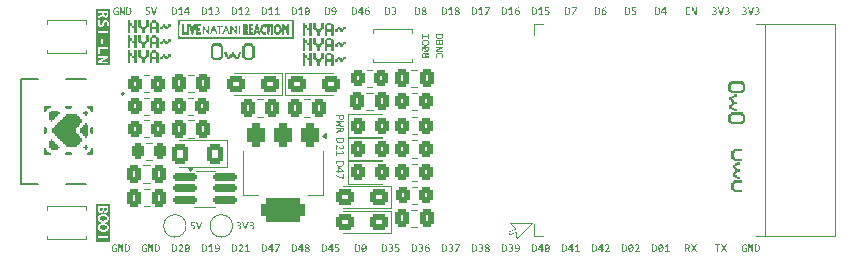
<source format=gto>
G04 #@! TF.GenerationSoftware,KiCad,Pcbnew,8.0.4*
G04 #@! TF.CreationDate,2024-11-10T20:26:25+01:00*
G04 #@! TF.ProjectId,NatSi-DevKit,4e617453-692d-4446-9576-4b69742e6b69,v1.0.0*
G04 #@! TF.SameCoordinates,Original*
G04 #@! TF.FileFunction,Legend,Top*
G04 #@! TF.FilePolarity,Positive*
%FSLAX46Y46*%
G04 Gerber Fmt 4.6, Leading zero omitted, Abs format (unit mm)*
G04 Created by KiCad (PCBNEW 8.0.4) date 2024-11-10 20:26:25*
%MOMM*%
%LPD*%
G01*
G04 APERTURE LIST*
G04 Aperture macros list*
%AMRoundRect*
0 Rectangle with rounded corners*
0 $1 Rounding radius*
0 $2 $3 $4 $5 $6 $7 $8 $9 X,Y pos of 4 corners*
0 Add a 4 corners polygon primitive as box body*
4,1,4,$2,$3,$4,$5,$6,$7,$8,$9,$2,$3,0*
0 Add four circle primitives for the rounded corners*
1,1,$1+$1,$2,$3*
1,1,$1+$1,$4,$5*
1,1,$1+$1,$6,$7*
1,1,$1+$1,$8,$9*
0 Add four rect primitives between the rounded corners*
20,1,$1+$1,$2,$3,$4,$5,0*
20,1,$1+$1,$4,$5,$6,$7,0*
20,1,$1+$1,$6,$7,$8,$9,0*
20,1,$1+$1,$8,$9,$2,$3,0*%
G04 Aperture macros list end*
%ADD10C,0.150000*%
%ADD11C,0.125000*%
%ADD12C,0.200000*%
%ADD13C,0.120000*%
%ADD14C,0.000000*%
%ADD15C,0.127000*%
%ADD16C,0.010000*%
%ADD17RoundRect,0.250000X-0.350000X-0.450000X0.350000X-0.450000X0.350000X0.450000X-0.350000X0.450000X0*%
%ADD18RoundRect,0.250000X-0.325000X-0.450000X0.325000X-0.450000X0.325000X0.450000X-0.325000X0.450000X0*%
%ADD19RoundRect,0.162500X-0.837500X-0.162500X0.837500X-0.162500X0.837500X0.162500X-0.837500X0.162500X0*%
%ADD20RoundRect,0.250000X0.537500X0.425000X-0.537500X0.425000X-0.537500X-0.425000X0.537500X-0.425000X0*%
%ADD21C,1.500000*%
%ADD22RoundRect,0.250000X0.337500X0.475000X-0.337500X0.475000X-0.337500X-0.475000X0.337500X-0.475000X0*%
%ADD23R,0.900000X1.500000*%
%ADD24R,1.500000X0.900000*%
%ADD25R,0.900000X0.900000*%
%ADD26R,0.900000X1.700000*%
%ADD27RoundRect,0.250000X-0.337500X-0.475000X0.337500X-0.475000X0.337500X0.475000X-0.337500X0.475000X0*%
%ADD28RoundRect,0.375000X-0.375000X0.625000X-0.375000X-0.625000X0.375000X-0.625000X0.375000X0.625000X0*%
%ADD29RoundRect,0.500000X-1.400000X0.500000X-1.400000X-0.500000X1.400000X-0.500000X1.400000X0.500000X0*%
%ADD30RoundRect,0.243750X0.243750X0.456250X-0.243750X0.456250X-0.243750X-0.456250X0.243750X-0.456250X0*%
%ADD31RoundRect,0.250000X0.350000X0.450000X-0.350000X0.450000X-0.350000X-0.450000X0.350000X-0.450000X0*%
%ADD32RoundRect,0.250000X-0.537500X-0.425000X0.537500X-0.425000X0.537500X0.425000X-0.537500X0.425000X0*%
%ADD33C,0.600000*%
%ADD34O,2.204000X1.104000*%
%ADD35O,1.904000X1.104000*%
%ADD36RoundRect,0.250001X0.462499X0.624999X-0.462499X0.624999X-0.462499X-0.624999X0.462499X-0.624999X0*%
%ADD37R,1.700000X1.700000*%
%ADD38O,1.700000X1.700000*%
G04 APERTURE END LIST*
D10*
G36*
X122613586Y-89891226D02*
G01*
X122610257Y-89927406D01*
X122600268Y-89960934D01*
X122593412Y-89975514D01*
X122574509Y-90004603D01*
X122550583Y-90030194D01*
X122537847Y-90040825D01*
X122507086Y-90060937D01*
X122474885Y-90075995D01*
X122454413Y-90083225D01*
X122420475Y-90091888D01*
X122384718Y-90096956D01*
X122350634Y-90098442D01*
X122320544Y-90097758D01*
X122288572Y-90095877D01*
X122257456Y-90093483D01*
X122230442Y-90090235D01*
X122230442Y-90013640D01*
X122265799Y-90019558D01*
X122289769Y-90022018D01*
X122325433Y-90024019D01*
X122357302Y-90024583D01*
X122391676Y-90022629D01*
X122426545Y-90015692D01*
X122459835Y-90002280D01*
X122478862Y-89990047D01*
X122502943Y-89965037D01*
X122512030Y-89949527D01*
X122522282Y-89915832D01*
X122523656Y-89896184D01*
X122518686Y-89860407D01*
X122501928Y-89829857D01*
X122481597Y-89812751D01*
X122448339Y-89797858D01*
X122414665Y-89790271D01*
X122379852Y-89787001D01*
X122360722Y-89786592D01*
X122241385Y-89786592D01*
X122241385Y-89463801D01*
X122579905Y-89463801D01*
X122579905Y-89537660D01*
X122320373Y-89537660D01*
X122320373Y-89715469D01*
X122375083Y-89715469D01*
X122411472Y-89716795D01*
X122447014Y-89720774D01*
X122463133Y-89723504D01*
X122496309Y-89732065D01*
X122528566Y-89745828D01*
X122539214Y-89751885D01*
X122567737Y-89773842D01*
X122590475Y-89801884D01*
X122593070Y-89806083D01*
X122607095Y-89839041D01*
X122613085Y-89875623D01*
X122613586Y-89891226D01*
G37*
G36*
X123222581Y-89463801D02*
G01*
X123009040Y-90087500D01*
X122893635Y-90087500D01*
X122684881Y-89463801D01*
X122781650Y-89463801D01*
X122917229Y-89884216D01*
X122955697Y-90007315D01*
X122995020Y-89884216D01*
X123131112Y-89463801D01*
X123222581Y-89463801D01*
G37*
G36*
X139018198Y-102666076D02*
G01*
X139017023Y-102701707D01*
X139012247Y-102742955D01*
X139003799Y-102780547D01*
X138991678Y-102814482D01*
X138972283Y-102850378D01*
X138947599Y-102881008D01*
X138942971Y-102885601D01*
X138912024Y-102910237D01*
X138881956Y-102926873D01*
X138847997Y-102939970D01*
X138810149Y-102949527D01*
X138768410Y-102955544D01*
X138732217Y-102957809D01*
X138713188Y-102958093D01*
X138677413Y-102956936D01*
X138642880Y-102953465D01*
X138627361Y-102951083D01*
X138592537Y-102943346D01*
X138559873Y-102932402D01*
X138550937Y-102928686D01*
X138519308Y-102912232D01*
X138490460Y-102891720D01*
X138486823Y-102888679D01*
X138461576Y-102863316D01*
X138441333Y-102835238D01*
X138437413Y-102828668D01*
X138422267Y-102797856D01*
X138410169Y-102763206D01*
X138405613Y-102745919D01*
X138399285Y-102712039D01*
X138395585Y-102675048D01*
X138394944Y-102653595D01*
X138468359Y-102653595D01*
X138470461Y-102691941D01*
X138476767Y-102726514D01*
X138491717Y-102766746D01*
X138514140Y-102800272D01*
X138544039Y-102827093D01*
X138581412Y-102847209D01*
X138614347Y-102857895D01*
X138651486Y-102864810D01*
X138692830Y-102867953D01*
X138707546Y-102868162D01*
X138743237Y-102867162D01*
X138779087Y-102863702D01*
X138813894Y-102857043D01*
X138819702Y-102855511D01*
X138853996Y-102843225D01*
X138884365Y-102825199D01*
X138893561Y-102817555D01*
X138916589Y-102790818D01*
X138932780Y-102758370D01*
X138934423Y-102753613D01*
X138942614Y-102720156D01*
X138946469Y-102685366D01*
X138947075Y-102663340D01*
X138947075Y-102589652D01*
X138468359Y-102589652D01*
X138468359Y-102653595D01*
X138394944Y-102653595D01*
X138394500Y-102638721D01*
X138394500Y-102504167D01*
X139018198Y-102504167D01*
X139018198Y-102666076D01*
G37*
G36*
X139018198Y-103278490D02*
G01*
X139018198Y-103398682D01*
X138610606Y-103398682D01*
X138610606Y-103505880D01*
X138536747Y-103505880D01*
X138536747Y-103398682D01*
X138394500Y-103398682D01*
X138394500Y-103313026D01*
X138536747Y-103313026D01*
X138610606Y-103313026D01*
X138938697Y-103313026D01*
X138610606Y-103094185D01*
X138610606Y-103313026D01*
X138536747Y-103313026D01*
X138536747Y-103010580D01*
X138610606Y-103010580D01*
X139018198Y-103278490D01*
G37*
G36*
X138938868Y-104009387D02*
G01*
X138394500Y-103745922D01*
X138394500Y-103650179D01*
X138938868Y-103923902D01*
X138938868Y-103584356D01*
X139018198Y-103584356D01*
X139018198Y-104009387D01*
X138938868Y-104009387D01*
G37*
G36*
X147525707Y-109530976D02*
G01*
X147566955Y-109535752D01*
X147604547Y-109544200D01*
X147638482Y-109556321D01*
X147674378Y-109575716D01*
X147705008Y-109600400D01*
X147709601Y-109605028D01*
X147734237Y-109635975D01*
X147750873Y-109666043D01*
X147763970Y-109700002D01*
X147773527Y-109737850D01*
X147779544Y-109779589D01*
X147781809Y-109815782D01*
X147782093Y-109834811D01*
X147780936Y-109870586D01*
X147777465Y-109905119D01*
X147775083Y-109920638D01*
X147767346Y-109955462D01*
X147756402Y-109988126D01*
X147752686Y-109997062D01*
X147736232Y-110028691D01*
X147715720Y-110057539D01*
X147712679Y-110061176D01*
X147687316Y-110086423D01*
X147659238Y-110106666D01*
X147652668Y-110110586D01*
X147621856Y-110125732D01*
X147587206Y-110137830D01*
X147569919Y-110142386D01*
X147536039Y-110148714D01*
X147499048Y-110152414D01*
X147462721Y-110153500D01*
X147328167Y-110153500D01*
X147328167Y-110079640D01*
X147413652Y-110079640D01*
X147477595Y-110079640D01*
X147515941Y-110077538D01*
X147550514Y-110071232D01*
X147590746Y-110056282D01*
X147624272Y-110033859D01*
X147651093Y-110003960D01*
X147671209Y-109966587D01*
X147681895Y-109933652D01*
X147688810Y-109896513D01*
X147691953Y-109855169D01*
X147692162Y-109840453D01*
X147691162Y-109804762D01*
X147687702Y-109768912D01*
X147681043Y-109734105D01*
X147679511Y-109728297D01*
X147667225Y-109694003D01*
X147649199Y-109663634D01*
X147641555Y-109654438D01*
X147614818Y-109631410D01*
X147582370Y-109615219D01*
X147577613Y-109613576D01*
X147544156Y-109605385D01*
X147509366Y-109601530D01*
X147487340Y-109600924D01*
X147413652Y-109600924D01*
X147413652Y-110079640D01*
X147328167Y-110079640D01*
X147328167Y-109529801D01*
X147490076Y-109529801D01*
X147525707Y-109530976D01*
G37*
G36*
X148286625Y-109966629D02*
G01*
X148283385Y-110001584D01*
X148273666Y-110034641D01*
X148269699Y-110043737D01*
X148251799Y-110073451D01*
X148227419Y-110099761D01*
X148219263Y-110106654D01*
X148189047Y-110126601D01*
X148156097Y-110141708D01*
X148134633Y-110149054D01*
X148101137Y-110157169D01*
X148064335Y-110162278D01*
X148028386Y-110164306D01*
X148015809Y-110164442D01*
X147980247Y-110163672D01*
X147948446Y-110161364D01*
X147914446Y-110157107D01*
X147892710Y-110153500D01*
X147892710Y-110079640D01*
X147927398Y-110084846D01*
X147955798Y-110087847D01*
X147991425Y-110089981D01*
X148023502Y-110090583D01*
X148059557Y-110089228D01*
X148095478Y-110084299D01*
X148104029Y-110082376D01*
X148137779Y-110070679D01*
X148158569Y-110058440D01*
X148183038Y-110032631D01*
X148189343Y-110020656D01*
X148198137Y-109987428D01*
X148199088Y-109970562D01*
X148192549Y-109936100D01*
X148187462Y-109926280D01*
X148163720Y-109900489D01*
X148154978Y-109894651D01*
X148122419Y-109880090D01*
X148105055Y-109875502D01*
X148070572Y-109870249D01*
X148041283Y-109869005D01*
X147969647Y-109869005D01*
X147969647Y-109800617D01*
X148042309Y-109800617D01*
X148077350Y-109797378D01*
X148093942Y-109793095D01*
X148125229Y-109778156D01*
X148133949Y-109771553D01*
X148155819Y-109744482D01*
X148159423Y-109737017D01*
X148167758Y-109702908D01*
X148168314Y-109690171D01*
X148163986Y-109655854D01*
X148146405Y-109623912D01*
X148137539Y-109615970D01*
X148105081Y-109600075D01*
X148068456Y-109593535D01*
X148047096Y-109592718D01*
X148012777Y-109594262D01*
X147981615Y-109598189D01*
X147946865Y-109605028D01*
X147912036Y-109613924D01*
X147909636Y-109614602D01*
X147909636Y-109540743D01*
X147943191Y-109531768D01*
X147944343Y-109531511D01*
X147977980Y-109525197D01*
X147981444Y-109524672D01*
X148015915Y-109520595D01*
X148018202Y-109520398D01*
X148052363Y-109518860D01*
X148053422Y-109518859D01*
X148089181Y-109520398D01*
X148124122Y-109525537D01*
X148141301Y-109529801D01*
X148174264Y-109542125D01*
X148204901Y-109561088D01*
X148229611Y-109586736D01*
X148243370Y-109610499D01*
X148253508Y-109643455D01*
X148256363Y-109675980D01*
X148253091Y-109711298D01*
X148242055Y-109745126D01*
X148228666Y-109767278D01*
X148205032Y-109792755D01*
X148175676Y-109814049D01*
X148152927Y-109825921D01*
X148186220Y-109834729D01*
X148201140Y-109841137D01*
X148230421Y-109858970D01*
X148244054Y-109870544D01*
X148266754Y-109898144D01*
X148274828Y-109912774D01*
X148285231Y-109946921D01*
X148286625Y-109966629D01*
G37*
G36*
X148833387Y-109609131D02*
G01*
X148569922Y-110153500D01*
X148474179Y-110153500D01*
X148747902Y-109609131D01*
X148408356Y-109609131D01*
X148408356Y-109529801D01*
X148833387Y-109529801D01*
X148833387Y-109609131D01*
G37*
G36*
X142445707Y-109530976D02*
G01*
X142486955Y-109535752D01*
X142524547Y-109544200D01*
X142558482Y-109556321D01*
X142594378Y-109575716D01*
X142625008Y-109600400D01*
X142629601Y-109605028D01*
X142654237Y-109635975D01*
X142670873Y-109666043D01*
X142683970Y-109700002D01*
X142693527Y-109737850D01*
X142699544Y-109779589D01*
X142701809Y-109815782D01*
X142702093Y-109834811D01*
X142700936Y-109870586D01*
X142697465Y-109905119D01*
X142695083Y-109920638D01*
X142687346Y-109955462D01*
X142676402Y-109988126D01*
X142672686Y-109997062D01*
X142656232Y-110028691D01*
X142635720Y-110057539D01*
X142632679Y-110061176D01*
X142607316Y-110086423D01*
X142579238Y-110106666D01*
X142572668Y-110110586D01*
X142541856Y-110125732D01*
X142507206Y-110137830D01*
X142489919Y-110142386D01*
X142456039Y-110148714D01*
X142419048Y-110152414D01*
X142382721Y-110153500D01*
X142248167Y-110153500D01*
X142248167Y-110079640D01*
X142333652Y-110079640D01*
X142397595Y-110079640D01*
X142435941Y-110077538D01*
X142470514Y-110071232D01*
X142510746Y-110056282D01*
X142544272Y-110033859D01*
X142571093Y-110003960D01*
X142591209Y-109966587D01*
X142601895Y-109933652D01*
X142608810Y-109896513D01*
X142611953Y-109855169D01*
X142612162Y-109840453D01*
X142611162Y-109804762D01*
X142607702Y-109768912D01*
X142601043Y-109734105D01*
X142599511Y-109728297D01*
X142587225Y-109694003D01*
X142569199Y-109663634D01*
X142561555Y-109654438D01*
X142534818Y-109631410D01*
X142502370Y-109615219D01*
X142497613Y-109613576D01*
X142464156Y-109605385D01*
X142429366Y-109601530D01*
X142407340Y-109600924D01*
X142333652Y-109600924D01*
X142333652Y-110079640D01*
X142248167Y-110079640D01*
X142248167Y-109529801D01*
X142410076Y-109529801D01*
X142445707Y-109530976D01*
G37*
G36*
X143206625Y-109966629D02*
G01*
X143203385Y-110001584D01*
X143193666Y-110034641D01*
X143189699Y-110043737D01*
X143171799Y-110073451D01*
X143147419Y-110099761D01*
X143139263Y-110106654D01*
X143109047Y-110126601D01*
X143076097Y-110141708D01*
X143054633Y-110149054D01*
X143021137Y-110157169D01*
X142984335Y-110162278D01*
X142948386Y-110164306D01*
X142935809Y-110164442D01*
X142900247Y-110163672D01*
X142868446Y-110161364D01*
X142834446Y-110157107D01*
X142812710Y-110153500D01*
X142812710Y-110079640D01*
X142847398Y-110084846D01*
X142875798Y-110087847D01*
X142911425Y-110089981D01*
X142943502Y-110090583D01*
X142979557Y-110089228D01*
X143015478Y-110084299D01*
X143024029Y-110082376D01*
X143057779Y-110070679D01*
X143078569Y-110058440D01*
X143103038Y-110032631D01*
X143109343Y-110020656D01*
X143118137Y-109987428D01*
X143119088Y-109970562D01*
X143112549Y-109936100D01*
X143107462Y-109926280D01*
X143083720Y-109900489D01*
X143074978Y-109894651D01*
X143042419Y-109880090D01*
X143025055Y-109875502D01*
X142990572Y-109870249D01*
X142961283Y-109869005D01*
X142889647Y-109869005D01*
X142889647Y-109800617D01*
X142962309Y-109800617D01*
X142997350Y-109797378D01*
X143013942Y-109793095D01*
X143045229Y-109778156D01*
X143053949Y-109771553D01*
X143075819Y-109744482D01*
X143079423Y-109737017D01*
X143087758Y-109702908D01*
X143088314Y-109690171D01*
X143083986Y-109655854D01*
X143066405Y-109623912D01*
X143057539Y-109615970D01*
X143025081Y-109600075D01*
X142988456Y-109593535D01*
X142967096Y-109592718D01*
X142932777Y-109594262D01*
X142901615Y-109598189D01*
X142866865Y-109605028D01*
X142832036Y-109613924D01*
X142829636Y-109614602D01*
X142829636Y-109540743D01*
X142863191Y-109531768D01*
X142864343Y-109531511D01*
X142897980Y-109525197D01*
X142901444Y-109524672D01*
X142935915Y-109520595D01*
X142938202Y-109520398D01*
X142972363Y-109518860D01*
X142973422Y-109518859D01*
X143009181Y-109520398D01*
X143044122Y-109525537D01*
X143061301Y-109529801D01*
X143094264Y-109542125D01*
X143124901Y-109561088D01*
X143149611Y-109586736D01*
X143163370Y-109610499D01*
X143173508Y-109643455D01*
X143176363Y-109675980D01*
X143173091Y-109711298D01*
X143162055Y-109745126D01*
X143148666Y-109767278D01*
X143125032Y-109792755D01*
X143095676Y-109814049D01*
X143072927Y-109825921D01*
X143106220Y-109834729D01*
X143121140Y-109841137D01*
X143150421Y-109858970D01*
X143164054Y-109870544D01*
X143186754Y-109898144D01*
X143194828Y-109912774D01*
X143205231Y-109946921D01*
X143206625Y-109966629D01*
G37*
G36*
X143740906Y-109957226D02*
G01*
X143737577Y-109993406D01*
X143727588Y-110026934D01*
X143720732Y-110041514D01*
X143701829Y-110070603D01*
X143677903Y-110096194D01*
X143665167Y-110106825D01*
X143634406Y-110126937D01*
X143602205Y-110141995D01*
X143581733Y-110149225D01*
X143547795Y-110157888D01*
X143512038Y-110162956D01*
X143477954Y-110164442D01*
X143447864Y-110163758D01*
X143415892Y-110161877D01*
X143384776Y-110159483D01*
X143357763Y-110156235D01*
X143357763Y-110079640D01*
X143393119Y-110085558D01*
X143417089Y-110088018D01*
X143452753Y-110090019D01*
X143484622Y-110090583D01*
X143518996Y-110088629D01*
X143553865Y-110081692D01*
X143587155Y-110068280D01*
X143606182Y-110056047D01*
X143630263Y-110031037D01*
X143639350Y-110015527D01*
X143649602Y-109981832D01*
X143650976Y-109962184D01*
X143646006Y-109926407D01*
X143629249Y-109895857D01*
X143608917Y-109878751D01*
X143575659Y-109863858D01*
X143541985Y-109856271D01*
X143507172Y-109853001D01*
X143488042Y-109852592D01*
X143368705Y-109852592D01*
X143368705Y-109529801D01*
X143707225Y-109529801D01*
X143707225Y-109603660D01*
X143447693Y-109603660D01*
X143447693Y-109781469D01*
X143502403Y-109781469D01*
X143538792Y-109782795D01*
X143574334Y-109786774D01*
X143590453Y-109789504D01*
X143623629Y-109798065D01*
X143655886Y-109811828D01*
X143666534Y-109817885D01*
X143695057Y-109839842D01*
X143717795Y-109867884D01*
X143720390Y-109872083D01*
X143734415Y-109905041D01*
X143740405Y-109941623D01*
X143740906Y-109957226D01*
G37*
G36*
X119946354Y-89573222D02*
G01*
X119915293Y-89556771D01*
X119883447Y-89543919D01*
X119874204Y-89540908D01*
X119840582Y-89533078D01*
X119804342Y-89529632D01*
X119793506Y-89529453D01*
X119757603Y-89531954D01*
X119722180Y-89540306D01*
X119704602Y-89547234D01*
X119672850Y-89565607D01*
X119645810Y-89589608D01*
X119638950Y-89597500D01*
X119619339Y-89625955D01*
X119603848Y-89658812D01*
X119598088Y-89675462D01*
X119589440Y-89710941D01*
X119585020Y-89745871D01*
X119583897Y-89776163D01*
X119585016Y-89811005D01*
X119588830Y-89846631D01*
X119595352Y-89879429D01*
X119606915Y-89914123D01*
X119624100Y-89946436D01*
X119631427Y-89956707D01*
X119655554Y-89981536D01*
X119684852Y-90000671D01*
X119694173Y-90005092D01*
X119727772Y-90015940D01*
X119763195Y-90021045D01*
X119785813Y-90021847D01*
X119805474Y-90020992D01*
X119826675Y-90018428D01*
X119847020Y-90014324D01*
X119864630Y-90009195D01*
X119864630Y-89813948D01*
X119736231Y-89813948D01*
X119736231Y-89742824D01*
X119949260Y-89742824D01*
X119949260Y-90060828D01*
X119917182Y-90073839D01*
X119907714Y-90077070D01*
X119874311Y-90086335D01*
X119862920Y-90088867D01*
X119828812Y-90094702D01*
X119817442Y-90096048D01*
X119783119Y-90098327D01*
X119773845Y-90098442D01*
X119738589Y-90096846D01*
X119701764Y-90091329D01*
X119667410Y-90081873D01*
X119657585Y-90078267D01*
X119623886Y-90062094D01*
X119593782Y-90041315D01*
X119569536Y-90018428D01*
X119546597Y-89988855D01*
X119529179Y-89957973D01*
X119515034Y-89923285D01*
X119513800Y-89919607D01*
X119504460Y-89884858D01*
X119498178Y-89847160D01*
X119495159Y-89811177D01*
X119494480Y-89782660D01*
X119495826Y-89744950D01*
X119499865Y-89709271D01*
X119506597Y-89675622D01*
X119516022Y-89644003D01*
X119529615Y-89610966D01*
X119545967Y-89580903D01*
X119567372Y-89550990D01*
X119576887Y-89540054D01*
X119602910Y-89515433D01*
X119632039Y-89494787D01*
X119664272Y-89478114D01*
X119671092Y-89475256D01*
X119706602Y-89463445D01*
X119740445Y-89456555D01*
X119776073Y-89453209D01*
X119792481Y-89452859D01*
X119828763Y-89454495D01*
X119863409Y-89459404D01*
X119873007Y-89461407D01*
X119908197Y-89471515D01*
X119939753Y-89485017D01*
X119946354Y-89488421D01*
X119946354Y-89573222D01*
G37*
G36*
X120485593Y-90087500D02*
G01*
X120374121Y-90087500D01*
X120190841Y-89698372D01*
X120138011Y-89573222D01*
X120138011Y-89887978D01*
X120138011Y-90087500D01*
X120058168Y-90087500D01*
X120058168Y-89463801D01*
X120168273Y-89463801D01*
X120342833Y-89834464D01*
X120405750Y-89978079D01*
X120405750Y-89641952D01*
X120405750Y-89463801D01*
X120485593Y-89463801D01*
X120485593Y-90087500D01*
G37*
G36*
X120789134Y-89464976D02*
G01*
X120830382Y-89469752D01*
X120867974Y-89478200D01*
X120901909Y-89490321D01*
X120937805Y-89509716D01*
X120968435Y-89534400D01*
X120973028Y-89539028D01*
X120997664Y-89569975D01*
X121014300Y-89600043D01*
X121027397Y-89634002D01*
X121036954Y-89671850D01*
X121042971Y-89713589D01*
X121045237Y-89749782D01*
X121045520Y-89768811D01*
X121044363Y-89804586D01*
X121040892Y-89839119D01*
X121038510Y-89854638D01*
X121030773Y-89889462D01*
X121019829Y-89922126D01*
X121016113Y-89931062D01*
X120999659Y-89962691D01*
X120979147Y-89991539D01*
X120976106Y-89995176D01*
X120950743Y-90020423D01*
X120922666Y-90040666D01*
X120916095Y-90044586D01*
X120885283Y-90059732D01*
X120850633Y-90071830D01*
X120833346Y-90076386D01*
X120799466Y-90082714D01*
X120762476Y-90086414D01*
X120726148Y-90087500D01*
X120591594Y-90087500D01*
X120591594Y-90013640D01*
X120677079Y-90013640D01*
X120741022Y-90013640D01*
X120779368Y-90011538D01*
X120813942Y-90005232D01*
X120854173Y-89990282D01*
X120887699Y-89967859D01*
X120914520Y-89937960D01*
X120934636Y-89900587D01*
X120945322Y-89867652D01*
X120952237Y-89830513D01*
X120955380Y-89789169D01*
X120955589Y-89774453D01*
X120954589Y-89738762D01*
X120951129Y-89702912D01*
X120944470Y-89668105D01*
X120942938Y-89662297D01*
X120930653Y-89628003D01*
X120912626Y-89597634D01*
X120904982Y-89588438D01*
X120878245Y-89565410D01*
X120845797Y-89549219D01*
X120841040Y-89547576D01*
X120807583Y-89539385D01*
X120772794Y-89535530D01*
X120750767Y-89534924D01*
X120677079Y-89534924D01*
X120677079Y-90013640D01*
X120591594Y-90013640D01*
X120591594Y-89463801D01*
X120753503Y-89463801D01*
X120789134Y-89464976D01*
G37*
G36*
X168318712Y-90087500D02*
G01*
X167961385Y-90087500D01*
X167961385Y-89463801D01*
X168318712Y-89463801D01*
X168318712Y-89534924D01*
X168047041Y-89534924D01*
X168047041Y-89731882D01*
X168308112Y-89731882D01*
X168308112Y-89803005D01*
X168047041Y-89803005D01*
X168047041Y-90013640D01*
X168318712Y-90013640D01*
X168318712Y-90087500D01*
G37*
G36*
X168887700Y-90087500D02*
G01*
X168776228Y-90087500D01*
X168592948Y-89698372D01*
X168540118Y-89573222D01*
X168540118Y-89887978D01*
X168540118Y-90087500D01*
X168460275Y-90087500D01*
X168460275Y-89463801D01*
X168570380Y-89463801D01*
X168744940Y-89834464D01*
X168807857Y-89978079D01*
X168807857Y-89641952D01*
X168807857Y-89463801D01*
X168887700Y-89463801D01*
X168887700Y-90087500D01*
G37*
G36*
X119819354Y-109639222D02*
G01*
X119788293Y-109622771D01*
X119756447Y-109609919D01*
X119747204Y-109606908D01*
X119713582Y-109599078D01*
X119677342Y-109595632D01*
X119666506Y-109595453D01*
X119630603Y-109597954D01*
X119595180Y-109606306D01*
X119577602Y-109613234D01*
X119545850Y-109631607D01*
X119518810Y-109655608D01*
X119511950Y-109663500D01*
X119492339Y-109691955D01*
X119476848Y-109724812D01*
X119471088Y-109741462D01*
X119462440Y-109776941D01*
X119458020Y-109811871D01*
X119456897Y-109842163D01*
X119458016Y-109877005D01*
X119461830Y-109912631D01*
X119468352Y-109945429D01*
X119479915Y-109980123D01*
X119497100Y-110012436D01*
X119504427Y-110022707D01*
X119528554Y-110047536D01*
X119557852Y-110066671D01*
X119567173Y-110071092D01*
X119600772Y-110081940D01*
X119636195Y-110087045D01*
X119658813Y-110087847D01*
X119678474Y-110086992D01*
X119699675Y-110084428D01*
X119720020Y-110080324D01*
X119737630Y-110075195D01*
X119737630Y-109879948D01*
X119609231Y-109879948D01*
X119609231Y-109808824D01*
X119822260Y-109808824D01*
X119822260Y-110126828D01*
X119790182Y-110139839D01*
X119780714Y-110143070D01*
X119747311Y-110152335D01*
X119735920Y-110154867D01*
X119701812Y-110160702D01*
X119690442Y-110162048D01*
X119656119Y-110164327D01*
X119646845Y-110164442D01*
X119611589Y-110162846D01*
X119574764Y-110157329D01*
X119540410Y-110147873D01*
X119530585Y-110144267D01*
X119496886Y-110128094D01*
X119466782Y-110107315D01*
X119442536Y-110084428D01*
X119419597Y-110054855D01*
X119402179Y-110023973D01*
X119388034Y-109989285D01*
X119386800Y-109985607D01*
X119377460Y-109950858D01*
X119371178Y-109913160D01*
X119368159Y-109877177D01*
X119367480Y-109848660D01*
X119368826Y-109810950D01*
X119372865Y-109775271D01*
X119379597Y-109741622D01*
X119389022Y-109710003D01*
X119402615Y-109676966D01*
X119418967Y-109646903D01*
X119440372Y-109616990D01*
X119449887Y-109606054D01*
X119475910Y-109581433D01*
X119505039Y-109560787D01*
X119537272Y-109544114D01*
X119544092Y-109541256D01*
X119579602Y-109529445D01*
X119613445Y-109522555D01*
X119649073Y-109519209D01*
X119665481Y-109518859D01*
X119701763Y-109520495D01*
X119736409Y-109525404D01*
X119746007Y-109527407D01*
X119781197Y-109537515D01*
X119812753Y-109551017D01*
X119819354Y-109554421D01*
X119819354Y-109639222D01*
G37*
G36*
X120358593Y-110153500D02*
G01*
X120247121Y-110153500D01*
X120063841Y-109764372D01*
X120011011Y-109639222D01*
X120011011Y-109953978D01*
X120011011Y-110153500D01*
X119931168Y-110153500D01*
X119931168Y-109529801D01*
X120041273Y-109529801D01*
X120215833Y-109900464D01*
X120278750Y-110044079D01*
X120278750Y-109707952D01*
X120278750Y-109529801D01*
X120358593Y-109529801D01*
X120358593Y-110153500D01*
G37*
G36*
X120662134Y-109530976D02*
G01*
X120703382Y-109535752D01*
X120740974Y-109544200D01*
X120774909Y-109556321D01*
X120810805Y-109575716D01*
X120841435Y-109600400D01*
X120846028Y-109605028D01*
X120870664Y-109635975D01*
X120887300Y-109666043D01*
X120900397Y-109700002D01*
X120909954Y-109737850D01*
X120915971Y-109779589D01*
X120918237Y-109815782D01*
X120918520Y-109834811D01*
X120917363Y-109870586D01*
X120913892Y-109905119D01*
X120911510Y-109920638D01*
X120903773Y-109955462D01*
X120892829Y-109988126D01*
X120889113Y-109997062D01*
X120872659Y-110028691D01*
X120852147Y-110057539D01*
X120849106Y-110061176D01*
X120823743Y-110086423D01*
X120795666Y-110106666D01*
X120789095Y-110110586D01*
X120758283Y-110125732D01*
X120723633Y-110137830D01*
X120706346Y-110142386D01*
X120672466Y-110148714D01*
X120635476Y-110152414D01*
X120599148Y-110153500D01*
X120464594Y-110153500D01*
X120464594Y-110079640D01*
X120550079Y-110079640D01*
X120614022Y-110079640D01*
X120652368Y-110077538D01*
X120686942Y-110071232D01*
X120727173Y-110056282D01*
X120760699Y-110033859D01*
X120787520Y-110003960D01*
X120807636Y-109966587D01*
X120818322Y-109933652D01*
X120825237Y-109896513D01*
X120828380Y-109855169D01*
X120828589Y-109840453D01*
X120827589Y-109804762D01*
X120824129Y-109768912D01*
X120817470Y-109734105D01*
X120815938Y-109728297D01*
X120803653Y-109694003D01*
X120785626Y-109663634D01*
X120777982Y-109654438D01*
X120751245Y-109631410D01*
X120718797Y-109615219D01*
X120714040Y-109613576D01*
X120680583Y-109605385D01*
X120645794Y-109601530D01*
X120623767Y-109600924D01*
X120550079Y-109600924D01*
X120550079Y-110079640D01*
X120464594Y-110079640D01*
X120464594Y-109529801D01*
X120626503Y-109529801D01*
X120662134Y-109530976D01*
G37*
G36*
X170608412Y-89900629D02*
G01*
X170605172Y-89935584D01*
X170595453Y-89968641D01*
X170591486Y-89977737D01*
X170573585Y-90007451D01*
X170549205Y-90033761D01*
X170541049Y-90040654D01*
X170510834Y-90060601D01*
X170477883Y-90075708D01*
X170456419Y-90083054D01*
X170422923Y-90091169D01*
X170386121Y-90096278D01*
X170350173Y-90098306D01*
X170337595Y-90098442D01*
X170302033Y-90097672D01*
X170270233Y-90095364D01*
X170236232Y-90091107D01*
X170214497Y-90087500D01*
X170214497Y-90013640D01*
X170249184Y-90018846D01*
X170277585Y-90021847D01*
X170313212Y-90023981D01*
X170345289Y-90024583D01*
X170381343Y-90023228D01*
X170417264Y-90018299D01*
X170425816Y-90016376D01*
X170459565Y-90004679D01*
X170480355Y-89992440D01*
X170504824Y-89966631D01*
X170511130Y-89954656D01*
X170519923Y-89921428D01*
X170520875Y-89904562D01*
X170514335Y-89870100D01*
X170509249Y-89860280D01*
X170485507Y-89834489D01*
X170476765Y-89828651D01*
X170444206Y-89814090D01*
X170426841Y-89809502D01*
X170392358Y-89804249D01*
X170363070Y-89803005D01*
X170291433Y-89803005D01*
X170291433Y-89734617D01*
X170364095Y-89734617D01*
X170399137Y-89731378D01*
X170415728Y-89727095D01*
X170447016Y-89712156D01*
X170455735Y-89705553D01*
X170477605Y-89678482D01*
X170481210Y-89671017D01*
X170489545Y-89636908D01*
X170490100Y-89624171D01*
X170485773Y-89589854D01*
X170468191Y-89557912D01*
X170459326Y-89549970D01*
X170426867Y-89534075D01*
X170390242Y-89527535D01*
X170368883Y-89526718D01*
X170334564Y-89528262D01*
X170303401Y-89532189D01*
X170268651Y-89539028D01*
X170233822Y-89547924D01*
X170231423Y-89548602D01*
X170231423Y-89474743D01*
X170264978Y-89465768D01*
X170266130Y-89465511D01*
X170299766Y-89459197D01*
X170303230Y-89458672D01*
X170337701Y-89454595D01*
X170339989Y-89454398D01*
X170374149Y-89452860D01*
X170375208Y-89452859D01*
X170410968Y-89454398D01*
X170445909Y-89459537D01*
X170463087Y-89463801D01*
X170496051Y-89476125D01*
X170526688Y-89495088D01*
X170551398Y-89520736D01*
X170565156Y-89544499D01*
X170575295Y-89577455D01*
X170578150Y-89609980D01*
X170574877Y-89645298D01*
X170563841Y-89679126D01*
X170550453Y-89701278D01*
X170526819Y-89726755D01*
X170497463Y-89748049D01*
X170474713Y-89759921D01*
X170508007Y-89768729D01*
X170522927Y-89775137D01*
X170552207Y-89792970D01*
X170565840Y-89804544D01*
X170588540Y-89832144D01*
X170596615Y-89846774D01*
X170607018Y-89880921D01*
X170608412Y-89900629D01*
G37*
G36*
X171213474Y-89463801D02*
G01*
X170999933Y-90087500D01*
X170884528Y-90087500D01*
X170675774Y-89463801D01*
X170772543Y-89463801D01*
X170908122Y-89884216D01*
X170946590Y-90007315D01*
X170985913Y-89884216D01*
X171122005Y-89463801D01*
X171213474Y-89463801D01*
G37*
G36*
X171684839Y-89900629D02*
G01*
X171681599Y-89935584D01*
X171671880Y-89968641D01*
X171667913Y-89977737D01*
X171650012Y-90007451D01*
X171625632Y-90033761D01*
X171617476Y-90040654D01*
X171587261Y-90060601D01*
X171554310Y-90075708D01*
X171532846Y-90083054D01*
X171499350Y-90091169D01*
X171462548Y-90096278D01*
X171426600Y-90098306D01*
X171414022Y-90098442D01*
X171378460Y-90097672D01*
X171346660Y-90095364D01*
X171312659Y-90091107D01*
X171290924Y-90087500D01*
X171290924Y-90013640D01*
X171325611Y-90018846D01*
X171354012Y-90021847D01*
X171389639Y-90023981D01*
X171421716Y-90024583D01*
X171457770Y-90023228D01*
X171493691Y-90018299D01*
X171502243Y-90016376D01*
X171535993Y-90004679D01*
X171556782Y-89992440D01*
X171581251Y-89966631D01*
X171587557Y-89954656D01*
X171596350Y-89921428D01*
X171597302Y-89904562D01*
X171590762Y-89870100D01*
X171585676Y-89860280D01*
X171561934Y-89834489D01*
X171553192Y-89828651D01*
X171520633Y-89814090D01*
X171503268Y-89809502D01*
X171468785Y-89804249D01*
X171439497Y-89803005D01*
X171367860Y-89803005D01*
X171367860Y-89734617D01*
X171440522Y-89734617D01*
X171475564Y-89731378D01*
X171492155Y-89727095D01*
X171523443Y-89712156D01*
X171532162Y-89705553D01*
X171554033Y-89678482D01*
X171557637Y-89671017D01*
X171565972Y-89636908D01*
X171566527Y-89624171D01*
X171562200Y-89589854D01*
X171544619Y-89557912D01*
X171535753Y-89549970D01*
X171503295Y-89534075D01*
X171466670Y-89527535D01*
X171445310Y-89526718D01*
X171410991Y-89528262D01*
X171379828Y-89532189D01*
X171345078Y-89539028D01*
X171310249Y-89547924D01*
X171307850Y-89548602D01*
X171307850Y-89474743D01*
X171341405Y-89465768D01*
X171342557Y-89465511D01*
X171376194Y-89459197D01*
X171379657Y-89458672D01*
X171414128Y-89454595D01*
X171416416Y-89454398D01*
X171450576Y-89452860D01*
X171451636Y-89452859D01*
X171487395Y-89454398D01*
X171522336Y-89459537D01*
X171539514Y-89463801D01*
X171572478Y-89476125D01*
X171603115Y-89495088D01*
X171627825Y-89520736D01*
X171641583Y-89544499D01*
X171651722Y-89577455D01*
X171654577Y-89609980D01*
X171651304Y-89645298D01*
X171640269Y-89679126D01*
X171626880Y-89701278D01*
X171603246Y-89726755D01*
X171573890Y-89748049D01*
X171551140Y-89759921D01*
X171584434Y-89768729D01*
X171599354Y-89775137D01*
X171628634Y-89792970D01*
X171642267Y-89804544D01*
X171664967Y-89832144D01*
X171673042Y-89846774D01*
X171683445Y-89880921D01*
X171684839Y-89900629D01*
G37*
G36*
X134825707Y-89464976D02*
G01*
X134866955Y-89469752D01*
X134904547Y-89478200D01*
X134938482Y-89490321D01*
X134974378Y-89509716D01*
X135005008Y-89534400D01*
X135009601Y-89539028D01*
X135034237Y-89569975D01*
X135050873Y-89600043D01*
X135063970Y-89634002D01*
X135073527Y-89671850D01*
X135079544Y-89713589D01*
X135081809Y-89749782D01*
X135082093Y-89768811D01*
X135080936Y-89804586D01*
X135077465Y-89839119D01*
X135075083Y-89854638D01*
X135067346Y-89889462D01*
X135056402Y-89922126D01*
X135052686Y-89931062D01*
X135036232Y-89962691D01*
X135015720Y-89991539D01*
X135012679Y-89995176D01*
X134987316Y-90020423D01*
X134959238Y-90040666D01*
X134952668Y-90044586D01*
X134921856Y-90059732D01*
X134887206Y-90071830D01*
X134869919Y-90076386D01*
X134836039Y-90082714D01*
X134799048Y-90086414D01*
X134762721Y-90087500D01*
X134628167Y-90087500D01*
X134628167Y-90013640D01*
X134713652Y-90013640D01*
X134777595Y-90013640D01*
X134815941Y-90011538D01*
X134850514Y-90005232D01*
X134890746Y-89990282D01*
X134924272Y-89967859D01*
X134951093Y-89937960D01*
X134971209Y-89900587D01*
X134981895Y-89867652D01*
X134988810Y-89830513D01*
X134991953Y-89789169D01*
X134992162Y-89774453D01*
X134991162Y-89738762D01*
X134987702Y-89702912D01*
X134981043Y-89668105D01*
X134979511Y-89662297D01*
X134967225Y-89628003D01*
X134949199Y-89597634D01*
X134941555Y-89588438D01*
X134914818Y-89565410D01*
X134882370Y-89549219D01*
X134877613Y-89547576D01*
X134844156Y-89539385D01*
X134809366Y-89535530D01*
X134787340Y-89534924D01*
X134713652Y-89534924D01*
X134713652Y-90013640D01*
X134628167Y-90013640D01*
X134628167Y-89463801D01*
X134790076Y-89463801D01*
X134825707Y-89464976D01*
G37*
G36*
X135593293Y-90087500D02*
G01*
X135198523Y-90087500D01*
X135198523Y-90008169D01*
X135360090Y-90008169D01*
X135360090Y-89545867D01*
X135209636Y-89638874D01*
X135178862Y-89567751D01*
X135378897Y-89463801D01*
X135452927Y-89463801D01*
X135452927Y-90008169D01*
X135593293Y-90008169D01*
X135593293Y-90087500D01*
G37*
G36*
X135964263Y-89455528D02*
G01*
X135998267Y-89463534D01*
X136019521Y-89471837D01*
X136051135Y-89490670D01*
X136076760Y-89514116D01*
X136090132Y-89530479D01*
X136108733Y-89560274D01*
X136122838Y-89591743D01*
X136134271Y-89627387D01*
X136135268Y-89631181D01*
X136142954Y-89667299D01*
X136147674Y-89702401D01*
X136150407Y-89740324D01*
X136151168Y-89775821D01*
X136150270Y-89811105D01*
X136147115Y-89848909D01*
X136141687Y-89884712D01*
X136136807Y-89907468D01*
X136126361Y-89942911D01*
X136112978Y-89975081D01*
X136094861Y-90006689D01*
X136093038Y-90009366D01*
X136071242Y-90036274D01*
X136043592Y-90060513D01*
X136020205Y-90075190D01*
X135988454Y-90088428D01*
X135953147Y-90096171D01*
X135917965Y-90098442D01*
X135881412Y-90095773D01*
X135847408Y-90087767D01*
X135826154Y-90079464D01*
X135794512Y-90060687D01*
X135768811Y-90037393D01*
X135755372Y-90021163D01*
X135736849Y-89991465D01*
X135722744Y-89960050D01*
X135711243Y-89924427D01*
X135710236Y-89920633D01*
X135708509Y-89912426D01*
X135796918Y-89912426D01*
X135808569Y-89945125D01*
X135815041Y-89958759D01*
X135834211Y-89987194D01*
X135841712Y-89995176D01*
X135869981Y-90015500D01*
X135877274Y-90018941D01*
X135911869Y-90026917D01*
X135922752Y-90027318D01*
X135957734Y-90022341D01*
X135982250Y-90011589D01*
X136009712Y-89988941D01*
X136027557Y-89964743D01*
X136043272Y-89932265D01*
X136053793Y-89898770D01*
X136056451Y-89887465D01*
X136062598Y-89850800D01*
X136065740Y-89813599D01*
X136066538Y-89780608D01*
X136065341Y-89748979D01*
X136062776Y-89718204D01*
X135796918Y-89912426D01*
X135708509Y-89912426D01*
X135702633Y-89884501D01*
X135697963Y-89849364D01*
X135695260Y-89811385D01*
X135694507Y-89775821D01*
X135694529Y-89774966D01*
X135779137Y-89774966D01*
X135779308Y-89803176D01*
X135781018Y-89830361D01*
X136046876Y-89638874D01*
X136035144Y-89606029D01*
X136028583Y-89592541D01*
X136008772Y-89563231D01*
X136002253Y-89556296D01*
X135974314Y-89535919D01*
X135967033Y-89532531D01*
X135933286Y-89524391D01*
X135922752Y-89523982D01*
X135887908Y-89529067D01*
X135863425Y-89540054D01*
X135835909Y-89562972D01*
X135817947Y-89587754D01*
X135802355Y-89620873D01*
X135791880Y-89654924D01*
X135789225Y-89666400D01*
X135783481Y-89700364D01*
X135780122Y-89737844D01*
X135779137Y-89774966D01*
X135694529Y-89774966D01*
X135695415Y-89740601D01*
X135698609Y-89702818D01*
X135704101Y-89666983D01*
X135709040Y-89644174D01*
X135719632Y-89608568D01*
X135733029Y-89576334D01*
X135751005Y-89544772D01*
X135752808Y-89542105D01*
X135774527Y-89515120D01*
X135802185Y-89490889D01*
X135825641Y-89476282D01*
X135857449Y-89462946D01*
X135892691Y-89455146D01*
X135927710Y-89452859D01*
X135964263Y-89455528D01*
G37*
D11*
G36*
X130349412Y-108061629D02*
G01*
X130346172Y-108096584D01*
X130336453Y-108129641D01*
X130332486Y-108138737D01*
X130314585Y-108168451D01*
X130290205Y-108194761D01*
X130282049Y-108201654D01*
X130251834Y-108221601D01*
X130218883Y-108236708D01*
X130197419Y-108244054D01*
X130163923Y-108252169D01*
X130127121Y-108257278D01*
X130091173Y-108259306D01*
X130078595Y-108259442D01*
X130043033Y-108258672D01*
X130011233Y-108256364D01*
X129977232Y-108252107D01*
X129955497Y-108248500D01*
X129955497Y-108174640D01*
X129990184Y-108179846D01*
X130018585Y-108182847D01*
X130054212Y-108184981D01*
X130086289Y-108185583D01*
X130122343Y-108184228D01*
X130158264Y-108179299D01*
X130166816Y-108177376D01*
X130200565Y-108165679D01*
X130221355Y-108153440D01*
X130245824Y-108127631D01*
X130252130Y-108115656D01*
X130260923Y-108082428D01*
X130261875Y-108065562D01*
X130255335Y-108031100D01*
X130250249Y-108021280D01*
X130226507Y-107995489D01*
X130217765Y-107989651D01*
X130185206Y-107975090D01*
X130167841Y-107970502D01*
X130133358Y-107965249D01*
X130104070Y-107964005D01*
X130032433Y-107964005D01*
X130032433Y-107895617D01*
X130105095Y-107895617D01*
X130140137Y-107892378D01*
X130156728Y-107888095D01*
X130188016Y-107873156D01*
X130196735Y-107866553D01*
X130218605Y-107839482D01*
X130222210Y-107832017D01*
X130230545Y-107797908D01*
X130231100Y-107785171D01*
X130226773Y-107750854D01*
X130209191Y-107718912D01*
X130200326Y-107710970D01*
X130167867Y-107695075D01*
X130131242Y-107688535D01*
X130109883Y-107687718D01*
X130075564Y-107689262D01*
X130044401Y-107693189D01*
X130009651Y-107700028D01*
X129974822Y-107708924D01*
X129972423Y-107709602D01*
X129972423Y-107635743D01*
X130005978Y-107626768D01*
X130007130Y-107626511D01*
X130040766Y-107620197D01*
X130044230Y-107619672D01*
X130078701Y-107615595D01*
X130080989Y-107615398D01*
X130115149Y-107613860D01*
X130116208Y-107613859D01*
X130151968Y-107615398D01*
X130186909Y-107620537D01*
X130204087Y-107624801D01*
X130237051Y-107637125D01*
X130267688Y-107656088D01*
X130292398Y-107681736D01*
X130306156Y-107705499D01*
X130316295Y-107738455D01*
X130319150Y-107770980D01*
X130315877Y-107806298D01*
X130304841Y-107840126D01*
X130291453Y-107862278D01*
X130267819Y-107887755D01*
X130238463Y-107909049D01*
X130215713Y-107920921D01*
X130249007Y-107929729D01*
X130263927Y-107936137D01*
X130293207Y-107953970D01*
X130306840Y-107965544D01*
X130329540Y-107993144D01*
X130337615Y-108007774D01*
X130348018Y-108041921D01*
X130349412Y-108061629D01*
G37*
G36*
X130954474Y-107624801D02*
G01*
X130740933Y-108248500D01*
X130625528Y-108248500D01*
X130416774Y-107624801D01*
X130513543Y-107624801D01*
X130649122Y-108045216D01*
X130687590Y-108168315D01*
X130726913Y-108045216D01*
X130863005Y-107624801D01*
X130954474Y-107624801D01*
G37*
G36*
X131425839Y-108061629D02*
G01*
X131422599Y-108096584D01*
X131412880Y-108129641D01*
X131408913Y-108138737D01*
X131391012Y-108168451D01*
X131366632Y-108194761D01*
X131358476Y-108201654D01*
X131328261Y-108221601D01*
X131295310Y-108236708D01*
X131273846Y-108244054D01*
X131240350Y-108252169D01*
X131203548Y-108257278D01*
X131167600Y-108259306D01*
X131155022Y-108259442D01*
X131119460Y-108258672D01*
X131087660Y-108256364D01*
X131053659Y-108252107D01*
X131031924Y-108248500D01*
X131031924Y-108174640D01*
X131066611Y-108179846D01*
X131095012Y-108182847D01*
X131130639Y-108184981D01*
X131162716Y-108185583D01*
X131198770Y-108184228D01*
X131234691Y-108179299D01*
X131243243Y-108177376D01*
X131276993Y-108165679D01*
X131297782Y-108153440D01*
X131322251Y-108127631D01*
X131328557Y-108115656D01*
X131337350Y-108082428D01*
X131338302Y-108065562D01*
X131331762Y-108031100D01*
X131326676Y-108021280D01*
X131302934Y-107995489D01*
X131294192Y-107989651D01*
X131261633Y-107975090D01*
X131244268Y-107970502D01*
X131209785Y-107965249D01*
X131180497Y-107964005D01*
X131108860Y-107964005D01*
X131108860Y-107895617D01*
X131181522Y-107895617D01*
X131216564Y-107892378D01*
X131233155Y-107888095D01*
X131264443Y-107873156D01*
X131273162Y-107866553D01*
X131295033Y-107839482D01*
X131298637Y-107832017D01*
X131306972Y-107797908D01*
X131307527Y-107785171D01*
X131303200Y-107750854D01*
X131285619Y-107718912D01*
X131276753Y-107710970D01*
X131244295Y-107695075D01*
X131207670Y-107688535D01*
X131186310Y-107687718D01*
X131151991Y-107689262D01*
X131120828Y-107693189D01*
X131086078Y-107700028D01*
X131051249Y-107708924D01*
X131048850Y-107709602D01*
X131048850Y-107635743D01*
X131082405Y-107626768D01*
X131083557Y-107626511D01*
X131117194Y-107620197D01*
X131120657Y-107619672D01*
X131155128Y-107615595D01*
X131157416Y-107615398D01*
X131191576Y-107613860D01*
X131192636Y-107613859D01*
X131228395Y-107615398D01*
X131263336Y-107620537D01*
X131280514Y-107624801D01*
X131313478Y-107637125D01*
X131344115Y-107656088D01*
X131368825Y-107681736D01*
X131382583Y-107705499D01*
X131392722Y-107738455D01*
X131395577Y-107770980D01*
X131392304Y-107806298D01*
X131381269Y-107840126D01*
X131367880Y-107862278D01*
X131344246Y-107887755D01*
X131314890Y-107909049D01*
X131292140Y-107920921D01*
X131325434Y-107929729D01*
X131340354Y-107936137D01*
X131369634Y-107953970D01*
X131383267Y-107965544D01*
X131405967Y-107993144D01*
X131414042Y-108007774D01*
X131424445Y-108041921D01*
X131425839Y-108061629D01*
G37*
D10*
G36*
X132285707Y-109530976D02*
G01*
X132326955Y-109535752D01*
X132364547Y-109544200D01*
X132398482Y-109556321D01*
X132434378Y-109575716D01*
X132465008Y-109600400D01*
X132469601Y-109605028D01*
X132494237Y-109635975D01*
X132510873Y-109666043D01*
X132523970Y-109700002D01*
X132533527Y-109737850D01*
X132539544Y-109779589D01*
X132541809Y-109815782D01*
X132542093Y-109834811D01*
X132540936Y-109870586D01*
X132537465Y-109905119D01*
X132535083Y-109920638D01*
X132527346Y-109955462D01*
X132516402Y-109988126D01*
X132512686Y-109997062D01*
X132496232Y-110028691D01*
X132475720Y-110057539D01*
X132472679Y-110061176D01*
X132447316Y-110086423D01*
X132419238Y-110106666D01*
X132412668Y-110110586D01*
X132381856Y-110125732D01*
X132347206Y-110137830D01*
X132329919Y-110142386D01*
X132296039Y-110148714D01*
X132259048Y-110152414D01*
X132222721Y-110153500D01*
X132088167Y-110153500D01*
X132088167Y-110079640D01*
X132173652Y-110079640D01*
X132237595Y-110079640D01*
X132275941Y-110077538D01*
X132310514Y-110071232D01*
X132350746Y-110056282D01*
X132384272Y-110033859D01*
X132411093Y-110003960D01*
X132431209Y-109966587D01*
X132441895Y-109933652D01*
X132448810Y-109896513D01*
X132451953Y-109855169D01*
X132452162Y-109840453D01*
X132451162Y-109804762D01*
X132447702Y-109768912D01*
X132441043Y-109734105D01*
X132439511Y-109728297D01*
X132427225Y-109694003D01*
X132409199Y-109663634D01*
X132401555Y-109654438D01*
X132374818Y-109631410D01*
X132342370Y-109615219D01*
X132337613Y-109613576D01*
X132304156Y-109605385D01*
X132269366Y-109601530D01*
X132247340Y-109600924D01*
X132173652Y-109600924D01*
X132173652Y-110079640D01*
X132088167Y-110079640D01*
X132088167Y-109529801D01*
X132250076Y-109529801D01*
X132285707Y-109530976D01*
G37*
G36*
X132982682Y-109937393D02*
G01*
X133089880Y-109937393D01*
X133089880Y-110011252D01*
X132982682Y-110011252D01*
X132982682Y-110153500D01*
X132897026Y-110153500D01*
X132897026Y-110011252D01*
X132594580Y-110011252D01*
X132594580Y-109937393D01*
X132678185Y-109937393D01*
X132897026Y-109937393D01*
X132897026Y-109609302D01*
X132678185Y-109937393D01*
X132594580Y-109937393D01*
X132862490Y-109529801D01*
X132982682Y-109529801D01*
X132982682Y-109937393D01*
G37*
G36*
X133593387Y-109609131D02*
G01*
X133329922Y-110153500D01*
X133234179Y-110153500D01*
X133507902Y-109609131D01*
X133168356Y-109609131D01*
X133168356Y-109529801D01*
X133593387Y-109529801D01*
X133593387Y-109609131D01*
G37*
G36*
X160494814Y-89464976D02*
G01*
X160536062Y-89469752D01*
X160573654Y-89478200D01*
X160607589Y-89490321D01*
X160643485Y-89509716D01*
X160674115Y-89534400D01*
X160678708Y-89539028D01*
X160703344Y-89569975D01*
X160719980Y-89600043D01*
X160733077Y-89634002D01*
X160742634Y-89671850D01*
X160748651Y-89713589D01*
X160750916Y-89749782D01*
X160751200Y-89768811D01*
X160750043Y-89804586D01*
X160746572Y-89839119D01*
X160744190Y-89854638D01*
X160736453Y-89889462D01*
X160725509Y-89922126D01*
X160721793Y-89931062D01*
X160705339Y-89962691D01*
X160684827Y-89991539D01*
X160681786Y-89995176D01*
X160656423Y-90020423D01*
X160628345Y-90040666D01*
X160621775Y-90044586D01*
X160590963Y-90059732D01*
X160556313Y-90071830D01*
X160539026Y-90076386D01*
X160505146Y-90082714D01*
X160468155Y-90086414D01*
X160431828Y-90087500D01*
X160297274Y-90087500D01*
X160297274Y-90013640D01*
X160382759Y-90013640D01*
X160446702Y-90013640D01*
X160485048Y-90011538D01*
X160519621Y-90005232D01*
X160559853Y-89990282D01*
X160593379Y-89967859D01*
X160620200Y-89937960D01*
X160640316Y-89900587D01*
X160651002Y-89867652D01*
X160657917Y-89830513D01*
X160661060Y-89789169D01*
X160661269Y-89774453D01*
X160660269Y-89738762D01*
X160656809Y-89702912D01*
X160650150Y-89668105D01*
X160648618Y-89662297D01*
X160636332Y-89628003D01*
X160618306Y-89597634D01*
X160610662Y-89588438D01*
X160583925Y-89565410D01*
X160551477Y-89549219D01*
X160546720Y-89547576D01*
X160513263Y-89539385D01*
X160478473Y-89535530D01*
X160456447Y-89534924D01*
X160382759Y-89534924D01*
X160382759Y-90013640D01*
X160297274Y-90013640D01*
X160297274Y-89463801D01*
X160459183Y-89463801D01*
X160494814Y-89464976D01*
G37*
G36*
X161226325Y-89537660D02*
G01*
X161158963Y-89537660D01*
X161122049Y-89539236D01*
X161085789Y-89544549D01*
X161061339Y-89550996D01*
X161027806Y-89564759D01*
X160997469Y-89584153D01*
X160992096Y-89588609D01*
X160967477Y-89615409D01*
X160950296Y-89645114D01*
X160949354Y-89647252D01*
X160937813Y-89681112D01*
X160931381Y-89715968D01*
X160930547Y-89723846D01*
X160928666Y-89748295D01*
X160959103Y-89731430D01*
X160991239Y-89718808D01*
X160998593Y-89716495D01*
X161034544Y-89708313D01*
X161070153Y-89704819D01*
X161084420Y-89704527D01*
X161121202Y-89706812D01*
X161156395Y-89714386D01*
X161167853Y-89718375D01*
X161198846Y-89733763D01*
X161226025Y-89755476D01*
X161227522Y-89757015D01*
X161249443Y-89785972D01*
X161263255Y-89816170D01*
X161271968Y-89849890D01*
X161275287Y-89884073D01*
X161275394Y-89891739D01*
X161272798Y-89925870D01*
X161264196Y-89960671D01*
X161259664Y-89972608D01*
X161243498Y-90003804D01*
X161222227Y-90031269D01*
X161215212Y-90038431D01*
X161187789Y-90060558D01*
X161155784Y-90078168D01*
X161145798Y-90082370D01*
X161111298Y-90092776D01*
X161076897Y-90097673D01*
X161055697Y-90098442D01*
X161021379Y-90096502D01*
X160987166Y-90089963D01*
X160963715Y-90082028D01*
X160933465Y-90065648D01*
X160907447Y-90043454D01*
X160896866Y-90031250D01*
X160877173Y-90000394D01*
X160862751Y-89966703D01*
X160856004Y-89944740D01*
X160848701Y-89910188D01*
X160844441Y-89875923D01*
X160842372Y-89838655D01*
X160842156Y-89821128D01*
X160842198Y-89819419D01*
X160928666Y-89819419D01*
X160929501Y-89855202D01*
X160932348Y-89890090D01*
X160937215Y-89920291D01*
X160947230Y-89954747D01*
X160963031Y-89985259D01*
X160987475Y-90010130D01*
X161005090Y-90019795D01*
X161039444Y-90028611D01*
X161062878Y-90030054D01*
X161098309Y-90025932D01*
X161112972Y-90021334D01*
X161142637Y-90004315D01*
X161152466Y-89995347D01*
X161172596Y-89966726D01*
X161178454Y-89953459D01*
X161186535Y-89920013D01*
X161187857Y-89897381D01*
X161184838Y-89862263D01*
X161180847Y-89845748D01*
X161165153Y-89813904D01*
X161158963Y-89806596D01*
X161130817Y-89785972D01*
X161121179Y-89781805D01*
X161087431Y-89773965D01*
X161066639Y-89772915D01*
X161032058Y-89776221D01*
X161029710Y-89776676D01*
X160996184Y-89785571D01*
X160992780Y-89786763D01*
X160960473Y-89800598D01*
X160958415Y-89801638D01*
X160928666Y-89819419D01*
X160842198Y-89819419D01*
X160843021Y-89785633D01*
X160845618Y-89750956D01*
X160848311Y-89728292D01*
X160854777Y-89692521D01*
X160863895Y-89658557D01*
X160868998Y-89643490D01*
X160883514Y-89609943D01*
X160901629Y-89579013D01*
X160907466Y-89570657D01*
X160930785Y-89543468D01*
X160958554Y-89519943D01*
X160967306Y-89513895D01*
X160998565Y-89496336D01*
X161031127Y-89483232D01*
X161051765Y-89476966D01*
X161086965Y-89469471D01*
X161122121Y-89465357D01*
X161156330Y-89463852D01*
X161164263Y-89463801D01*
X161226325Y-89463801D01*
X161226325Y-89537660D01*
G37*
G36*
X127205707Y-109530976D02*
G01*
X127246955Y-109535752D01*
X127284547Y-109544200D01*
X127318482Y-109556321D01*
X127354378Y-109575716D01*
X127385008Y-109600400D01*
X127389601Y-109605028D01*
X127414237Y-109635975D01*
X127430873Y-109666043D01*
X127443970Y-109700002D01*
X127453527Y-109737850D01*
X127459544Y-109779589D01*
X127461809Y-109815782D01*
X127462093Y-109834811D01*
X127460936Y-109870586D01*
X127457465Y-109905119D01*
X127455083Y-109920638D01*
X127447346Y-109955462D01*
X127436402Y-109988126D01*
X127432686Y-109997062D01*
X127416232Y-110028691D01*
X127395720Y-110057539D01*
X127392679Y-110061176D01*
X127367316Y-110086423D01*
X127339238Y-110106666D01*
X127332668Y-110110586D01*
X127301856Y-110125732D01*
X127267206Y-110137830D01*
X127249919Y-110142386D01*
X127216039Y-110148714D01*
X127179048Y-110152414D01*
X127142721Y-110153500D01*
X127008167Y-110153500D01*
X127008167Y-110079640D01*
X127093652Y-110079640D01*
X127157595Y-110079640D01*
X127195941Y-110077538D01*
X127230514Y-110071232D01*
X127270746Y-110056282D01*
X127304272Y-110033859D01*
X127331093Y-110003960D01*
X127351209Y-109966587D01*
X127361895Y-109933652D01*
X127368810Y-109896513D01*
X127371953Y-109855169D01*
X127372162Y-109840453D01*
X127371162Y-109804762D01*
X127367702Y-109768912D01*
X127361043Y-109734105D01*
X127359511Y-109728297D01*
X127347225Y-109694003D01*
X127329199Y-109663634D01*
X127321555Y-109654438D01*
X127294818Y-109631410D01*
X127262370Y-109615219D01*
X127257613Y-109613576D01*
X127224156Y-109605385D01*
X127189366Y-109601530D01*
X127167340Y-109600924D01*
X127093652Y-109600924D01*
X127093652Y-110079640D01*
X127008167Y-110079640D01*
X127008167Y-109529801D01*
X127170076Y-109529801D01*
X127205707Y-109530976D01*
G37*
G36*
X127973293Y-110153500D02*
G01*
X127578523Y-110153500D01*
X127578523Y-110074169D01*
X127740090Y-110074169D01*
X127740090Y-109611867D01*
X127589636Y-109704874D01*
X127558862Y-109633751D01*
X127758897Y-109529801D01*
X127832927Y-109529801D01*
X127832927Y-110074169D01*
X127973293Y-110074169D01*
X127973293Y-110153500D01*
G37*
G36*
X128333876Y-109521398D02*
G01*
X128368329Y-109529017D01*
X128383450Y-109534246D01*
X128416062Y-109551226D01*
X128442595Y-109573556D01*
X128451838Y-109583827D01*
X128471729Y-109612358D01*
X128486837Y-109643580D01*
X128496974Y-109672732D01*
X128505629Y-109709106D01*
X128510678Y-109745755D01*
X128512986Y-109781442D01*
X128513387Y-109805234D01*
X128512332Y-109844032D01*
X128509166Y-109880393D01*
X128503889Y-109914316D01*
X128495273Y-109950099D01*
X128491332Y-109962697D01*
X128477235Y-109997870D01*
X128459758Y-110029337D01*
X128438899Y-110057099D01*
X128425850Y-110070921D01*
X128396796Y-110095251D01*
X128367192Y-110113436D01*
X128334315Y-110128105D01*
X128318652Y-110133496D01*
X128285452Y-110142248D01*
X128249794Y-110148499D01*
X128211678Y-110152249D01*
X128176311Y-110153480D01*
X128171105Y-110153500D01*
X128118617Y-110153500D01*
X128118617Y-110079640D01*
X128176918Y-110079640D01*
X128213964Y-110078438D01*
X128250934Y-110074339D01*
X128283945Y-110067331D01*
X128318246Y-110055299D01*
X128349568Y-110038114D01*
X128359343Y-110030914D01*
X128384398Y-110006022D01*
X128403141Y-109976548D01*
X128405163Y-109972271D01*
X128416785Y-109939533D01*
X128423475Y-109904620D01*
X128424996Y-109890035D01*
X128426876Y-109869005D01*
X128396477Y-109885870D01*
X128364445Y-109898493D01*
X128357121Y-109900806D01*
X128321404Y-109908987D01*
X128285894Y-109912482D01*
X128271636Y-109912774D01*
X128237495Y-109910826D01*
X128201797Y-109903632D01*
X128187860Y-109898925D01*
X128156745Y-109883500D01*
X128129518Y-109861664D01*
X128128021Y-109860115D01*
X128107162Y-109832845D01*
X128092117Y-109800959D01*
X128083527Y-109767588D01*
X128080196Y-109731586D01*
X128080149Y-109726587D01*
X128080618Y-109720433D01*
X128168199Y-109720433D01*
X128171218Y-109755929D01*
X128175208Y-109772407D01*
X128190753Y-109804030D01*
X128196751Y-109811389D01*
X128224838Y-109831745D01*
X128234535Y-109835837D01*
X128268584Y-109843376D01*
X128289416Y-109844386D01*
X128323807Y-109841230D01*
X128326175Y-109840795D01*
X128359729Y-109831872D01*
X128363104Y-109830708D01*
X128395432Y-109817044D01*
X128397469Y-109816005D01*
X128426876Y-109797882D01*
X128425975Y-109762205D01*
X128422900Y-109727435D01*
X128417644Y-109697352D01*
X128407346Y-109662895D01*
X128391315Y-109632383D01*
X128366791Y-109607218D01*
X128349256Y-109597505D01*
X128315730Y-109588689D01*
X128293178Y-109587247D01*
X128258128Y-109591449D01*
X128243425Y-109596137D01*
X128212683Y-109613833D01*
X128203931Y-109621783D01*
X128183713Y-109650265D01*
X128177773Y-109663670D01*
X128169545Y-109697464D01*
X128168199Y-109720433D01*
X128080618Y-109720433D01*
X128082773Y-109692124D01*
X128091469Y-109657155D01*
X128096049Y-109645206D01*
X128112384Y-109614010D01*
X128133561Y-109586544D01*
X128140502Y-109579382D01*
X128167761Y-109557106D01*
X128199275Y-109539346D01*
X128209061Y-109535101D01*
X128242810Y-109524585D01*
X128279325Y-109519430D01*
X128297110Y-109518859D01*
X128333876Y-109521398D01*
G37*
G36*
X173148412Y-89900629D02*
G01*
X173145172Y-89935584D01*
X173135453Y-89968641D01*
X173131486Y-89977737D01*
X173113585Y-90007451D01*
X173089205Y-90033761D01*
X173081049Y-90040654D01*
X173050834Y-90060601D01*
X173017883Y-90075708D01*
X172996419Y-90083054D01*
X172962923Y-90091169D01*
X172926121Y-90096278D01*
X172890173Y-90098306D01*
X172877595Y-90098442D01*
X172842033Y-90097672D01*
X172810233Y-90095364D01*
X172776232Y-90091107D01*
X172754497Y-90087500D01*
X172754497Y-90013640D01*
X172789184Y-90018846D01*
X172817585Y-90021847D01*
X172853212Y-90023981D01*
X172885289Y-90024583D01*
X172921343Y-90023228D01*
X172957264Y-90018299D01*
X172965816Y-90016376D01*
X172999565Y-90004679D01*
X173020355Y-89992440D01*
X173044824Y-89966631D01*
X173051130Y-89954656D01*
X173059923Y-89921428D01*
X173060875Y-89904562D01*
X173054335Y-89870100D01*
X173049249Y-89860280D01*
X173025507Y-89834489D01*
X173016765Y-89828651D01*
X172984206Y-89814090D01*
X172966841Y-89809502D01*
X172932358Y-89804249D01*
X172903070Y-89803005D01*
X172831433Y-89803005D01*
X172831433Y-89734617D01*
X172904095Y-89734617D01*
X172939137Y-89731378D01*
X172955728Y-89727095D01*
X172987016Y-89712156D01*
X172995735Y-89705553D01*
X173017605Y-89678482D01*
X173021210Y-89671017D01*
X173029545Y-89636908D01*
X173030100Y-89624171D01*
X173025773Y-89589854D01*
X173008191Y-89557912D01*
X172999326Y-89549970D01*
X172966867Y-89534075D01*
X172930242Y-89527535D01*
X172908883Y-89526718D01*
X172874564Y-89528262D01*
X172843401Y-89532189D01*
X172808651Y-89539028D01*
X172773822Y-89547924D01*
X172771423Y-89548602D01*
X172771423Y-89474743D01*
X172804978Y-89465768D01*
X172806130Y-89465511D01*
X172839766Y-89459197D01*
X172843230Y-89458672D01*
X172877701Y-89454595D01*
X172879989Y-89454398D01*
X172914149Y-89452860D01*
X172915208Y-89452859D01*
X172950968Y-89454398D01*
X172985909Y-89459537D01*
X173003087Y-89463801D01*
X173036051Y-89476125D01*
X173066688Y-89495088D01*
X173091398Y-89520736D01*
X173105156Y-89544499D01*
X173115295Y-89577455D01*
X173118150Y-89609980D01*
X173114877Y-89645298D01*
X173103841Y-89679126D01*
X173090453Y-89701278D01*
X173066819Y-89726755D01*
X173037463Y-89748049D01*
X173014713Y-89759921D01*
X173048007Y-89768729D01*
X173062927Y-89775137D01*
X173092207Y-89792970D01*
X173105840Y-89804544D01*
X173128540Y-89832144D01*
X173136615Y-89846774D01*
X173147018Y-89880921D01*
X173148412Y-89900629D01*
G37*
G36*
X173753474Y-89463801D02*
G01*
X173539933Y-90087500D01*
X173424528Y-90087500D01*
X173215774Y-89463801D01*
X173312543Y-89463801D01*
X173448122Y-89884216D01*
X173486590Y-90007315D01*
X173525913Y-89884216D01*
X173662005Y-89463801D01*
X173753474Y-89463801D01*
G37*
G36*
X174224839Y-89900629D02*
G01*
X174221599Y-89935584D01*
X174211880Y-89968641D01*
X174207913Y-89977737D01*
X174190012Y-90007451D01*
X174165632Y-90033761D01*
X174157476Y-90040654D01*
X174127261Y-90060601D01*
X174094310Y-90075708D01*
X174072846Y-90083054D01*
X174039350Y-90091169D01*
X174002548Y-90096278D01*
X173966600Y-90098306D01*
X173954022Y-90098442D01*
X173918460Y-90097672D01*
X173886660Y-90095364D01*
X173852659Y-90091107D01*
X173830924Y-90087500D01*
X173830924Y-90013640D01*
X173865611Y-90018846D01*
X173894012Y-90021847D01*
X173929639Y-90023981D01*
X173961716Y-90024583D01*
X173997770Y-90023228D01*
X174033691Y-90018299D01*
X174042243Y-90016376D01*
X174075993Y-90004679D01*
X174096782Y-89992440D01*
X174121251Y-89966631D01*
X174127557Y-89954656D01*
X174136350Y-89921428D01*
X174137302Y-89904562D01*
X174130762Y-89870100D01*
X174125676Y-89860280D01*
X174101934Y-89834489D01*
X174093192Y-89828651D01*
X174060633Y-89814090D01*
X174043268Y-89809502D01*
X174008785Y-89804249D01*
X173979497Y-89803005D01*
X173907860Y-89803005D01*
X173907860Y-89734617D01*
X173980522Y-89734617D01*
X174015564Y-89731378D01*
X174032155Y-89727095D01*
X174063443Y-89712156D01*
X174072162Y-89705553D01*
X174094033Y-89678482D01*
X174097637Y-89671017D01*
X174105972Y-89636908D01*
X174106527Y-89624171D01*
X174102200Y-89589854D01*
X174084619Y-89557912D01*
X174075753Y-89549970D01*
X174043295Y-89534075D01*
X174006670Y-89527535D01*
X173985310Y-89526718D01*
X173950991Y-89528262D01*
X173919828Y-89532189D01*
X173885078Y-89539028D01*
X173850249Y-89547924D01*
X173847850Y-89548602D01*
X173847850Y-89474743D01*
X173881405Y-89465768D01*
X173882557Y-89465511D01*
X173916194Y-89459197D01*
X173919657Y-89458672D01*
X173954128Y-89454595D01*
X173956416Y-89454398D01*
X173990576Y-89452860D01*
X173991636Y-89452859D01*
X174027395Y-89454398D01*
X174062336Y-89459537D01*
X174079514Y-89463801D01*
X174112478Y-89476125D01*
X174143115Y-89495088D01*
X174167825Y-89520736D01*
X174181583Y-89544499D01*
X174191722Y-89577455D01*
X174194577Y-89609980D01*
X174191304Y-89645298D01*
X174180269Y-89679126D01*
X174166880Y-89701278D01*
X174143246Y-89726755D01*
X174113890Y-89748049D01*
X174091140Y-89759921D01*
X174124434Y-89768729D01*
X174139354Y-89775137D01*
X174168634Y-89792970D01*
X174182267Y-89804544D01*
X174204967Y-89832144D01*
X174213042Y-89846774D01*
X174223445Y-89880921D01*
X174224839Y-89900629D01*
G37*
D12*
G36*
X118954314Y-89981297D02*
G01*
X118953616Y-90006451D01*
X118946249Y-90058452D01*
X118925737Y-90106837D01*
X118922052Y-90111924D01*
X118882194Y-90140806D01*
X118832192Y-90148847D01*
X118824544Y-90148652D01*
X118776993Y-90136391D01*
X118774031Y-90134823D01*
X118736693Y-90101464D01*
X118730923Y-90092620D01*
X118712269Y-90046754D01*
X118708018Y-90026169D01*
X118704209Y-89975679D01*
X118704209Y-89907047D01*
X118954314Y-89907047D01*
X118954314Y-89981297D01*
G37*
G36*
X119221740Y-94319274D02*
G01*
X118077257Y-94319274D01*
X118077257Y-93712106D01*
X118204000Y-93712106D01*
X118480727Y-93712106D01*
X118850266Y-93712106D01*
X118735716Y-93761687D01*
X118204000Y-94002022D01*
X118204000Y-94208163D01*
X119094997Y-94208163D01*
X119094997Y-94054290D01*
X118848801Y-94054290D01*
X118455570Y-94054290D01*
X118559861Y-94011059D01*
X119094997Y-93765839D01*
X119094997Y-93558233D01*
X118204000Y-93558233D01*
X118204000Y-93712106D01*
X118077257Y-93712106D01*
X118077257Y-93391904D01*
X118204000Y-93391904D01*
X118344683Y-93391904D01*
X118344683Y-93023097D01*
X118594788Y-93023097D01*
X118594788Y-93374807D01*
X118735472Y-93374807D01*
X118735472Y-93023097D01*
X118954314Y-93023097D01*
X118954314Y-93391904D01*
X119094997Y-93391904D01*
X119094997Y-92851394D01*
X118204000Y-92851394D01*
X118204000Y-93391904D01*
X118077257Y-93391904D01*
X118077257Y-92556349D01*
X118500999Y-92556349D01*
X118657314Y-92556349D01*
X118657314Y-92129168D01*
X118500999Y-92129168D01*
X118500999Y-92556349D01*
X118077257Y-92556349D01*
X118077257Y-91487298D01*
X118204000Y-91487298D01*
X118204000Y-91660466D01*
X118954314Y-91660466D01*
X118954314Y-91906419D01*
X119094997Y-91906419D01*
X119094997Y-91241345D01*
X118954314Y-91241345D01*
X118954314Y-91487298D01*
X118204000Y-91487298D01*
X118077257Y-91487298D01*
X118077257Y-90752860D01*
X118188368Y-90752860D01*
X118189720Y-90796662D01*
X118195046Y-90847523D01*
X118205465Y-90899650D01*
X118212503Y-90924276D01*
X118232053Y-90973156D01*
X118257489Y-91015909D01*
X118266575Y-91027782D01*
X118303007Y-91063986D01*
X118346637Y-91091869D01*
X118371164Y-91102432D01*
X118421551Y-91115167D01*
X118473644Y-91118980D01*
X118518497Y-91115333D01*
X118567921Y-91099929D01*
X118598693Y-91082593D01*
X118637286Y-91049859D01*
X118661249Y-91020914D01*
X118687112Y-90979029D01*
X118704175Y-90944153D01*
X118723504Y-90897940D01*
X118736239Y-90864526D01*
X118753546Y-90816851D01*
X118763377Y-90790769D01*
X118783588Y-90746265D01*
X118789770Y-90734971D01*
X118819736Y-90695951D01*
X118820995Y-90694794D01*
X118867852Y-90677144D01*
X118910106Y-90685937D01*
X118942101Y-90714758D01*
X118945250Y-90719937D01*
X118962374Y-90765805D01*
X118966987Y-90790958D01*
X118969945Y-90841276D01*
X118969924Y-90846106D01*
X118967503Y-90895009D01*
X118966919Y-90902027D01*
X118960908Y-90950941D01*
X118960117Y-90956146D01*
X118951138Y-91004918D01*
X118938682Y-91053034D01*
X119094997Y-91053034D01*
X119100859Y-91004430D01*
X119101400Y-90999465D01*
X119105744Y-90949475D01*
X119106278Y-90942377D01*
X119109163Y-90891834D01*
X119109425Y-90886404D01*
X119110629Y-90835902D01*
X119110609Y-90830219D01*
X119108176Y-90776247D01*
X119101688Y-90727475D01*
X119089868Y-90679831D01*
X119083029Y-90660248D01*
X119061953Y-90614633D01*
X119033937Y-90574074D01*
X118995774Y-90538476D01*
X118951627Y-90513746D01*
X118903328Y-90499275D01*
X118852220Y-90494451D01*
X118802113Y-90498583D01*
X118754279Y-90513257D01*
X118723150Y-90530671D01*
X118684181Y-90563083D01*
X118661939Y-90589656D01*
X118635088Y-90633425D01*
X118618572Y-90668280D01*
X118599673Y-90713781D01*
X118587295Y-90746838D01*
X118570364Y-90794137D01*
X118560556Y-90820300D01*
X118539589Y-90864479D01*
X118533080Y-90875681D01*
X118500510Y-90914304D01*
X118493308Y-90919793D01*
X118445556Y-90933355D01*
X118404767Y-90923585D01*
X118373016Y-90892811D01*
X118368267Y-90884404D01*
X118352255Y-90837856D01*
X118347079Y-90805652D01*
X118344683Y-90756279D01*
X118344912Y-90740022D01*
X118348347Y-90689601D01*
X118350620Y-90670210D01*
X118358361Y-90620480D01*
X118362107Y-90600990D01*
X118373260Y-90551359D01*
X118377610Y-90534430D01*
X118391578Y-90485658D01*
X118219631Y-90485658D01*
X118211815Y-90517990D01*
X118202381Y-90566831D01*
X118195695Y-90616084D01*
X118192490Y-90649362D01*
X118189398Y-90700424D01*
X118188368Y-90752860D01*
X118077257Y-90752860D01*
X118077257Y-89907047D01*
X118204000Y-89907047D01*
X118579157Y-89907047D01*
X118579157Y-89939287D01*
X118576646Y-89967680D01*
X118573445Y-89975679D01*
X118557907Y-90014514D01*
X118537455Y-90038172D01*
X118495381Y-90064339D01*
X118204000Y-90190613D01*
X118204000Y-90389182D01*
X118507838Y-90245567D01*
X118511443Y-90243857D01*
X118556002Y-90219868D01*
X118595277Y-90190613D01*
X118609966Y-90174781D01*
X118631180Y-90130285D01*
X118637718Y-90161265D01*
X118654872Y-90208931D01*
X118667699Y-90232570D01*
X118699080Y-90270969D01*
X118719127Y-90287550D01*
X118764293Y-90311513D01*
X118802199Y-90321856D01*
X118850999Y-90325923D01*
X118867527Y-90325564D01*
X118916764Y-90319444D01*
X118965060Y-90302964D01*
X119007497Y-90275060D01*
X119041020Y-90237263D01*
X119046323Y-90229136D01*
X119068463Y-90183734D01*
X119082541Y-90134193D01*
X119088562Y-90099157D01*
X119093526Y-90049016D01*
X119094997Y-89999615D01*
X119094997Y-89738031D01*
X118204000Y-89738031D01*
X118204000Y-89907047D01*
X118077257Y-89907047D01*
X118077257Y-89626920D01*
X119221740Y-89626920D01*
X119221740Y-94319274D01*
G37*
D10*
G36*
X150065707Y-89464976D02*
G01*
X150106955Y-89469752D01*
X150144547Y-89478200D01*
X150178482Y-89490321D01*
X150214378Y-89509716D01*
X150245008Y-89534400D01*
X150249601Y-89539028D01*
X150274237Y-89569975D01*
X150290873Y-89600043D01*
X150303970Y-89634002D01*
X150313527Y-89671850D01*
X150319544Y-89713589D01*
X150321809Y-89749782D01*
X150322093Y-89768811D01*
X150320936Y-89804586D01*
X150317465Y-89839119D01*
X150315083Y-89854638D01*
X150307346Y-89889462D01*
X150296402Y-89922126D01*
X150292686Y-89931062D01*
X150276232Y-89962691D01*
X150255720Y-89991539D01*
X150252679Y-89995176D01*
X150227316Y-90020423D01*
X150199238Y-90040666D01*
X150192668Y-90044586D01*
X150161856Y-90059732D01*
X150127206Y-90071830D01*
X150109919Y-90076386D01*
X150076039Y-90082714D01*
X150039048Y-90086414D01*
X150002721Y-90087500D01*
X149868167Y-90087500D01*
X149868167Y-90013640D01*
X149953652Y-90013640D01*
X150017595Y-90013640D01*
X150055941Y-90011538D01*
X150090514Y-90005232D01*
X150130746Y-89990282D01*
X150164272Y-89967859D01*
X150191093Y-89937960D01*
X150211209Y-89900587D01*
X150221895Y-89867652D01*
X150228810Y-89830513D01*
X150231953Y-89789169D01*
X150232162Y-89774453D01*
X150231162Y-89738762D01*
X150227702Y-89702912D01*
X150221043Y-89668105D01*
X150219511Y-89662297D01*
X150207225Y-89628003D01*
X150189199Y-89597634D01*
X150181555Y-89588438D01*
X150154818Y-89565410D01*
X150122370Y-89549219D01*
X150117613Y-89547576D01*
X150084156Y-89539385D01*
X150049366Y-89535530D01*
X150027340Y-89534924D01*
X149953652Y-89534924D01*
X149953652Y-90013640D01*
X149868167Y-90013640D01*
X149868167Y-89463801D01*
X150030076Y-89463801D01*
X150065707Y-89464976D01*
G37*
G36*
X150833293Y-90087500D02*
G01*
X150438523Y-90087500D01*
X150438523Y-90008169D01*
X150600090Y-90008169D01*
X150600090Y-89545867D01*
X150449636Y-89638874D01*
X150418862Y-89567751D01*
X150618897Y-89463801D01*
X150692927Y-89463801D01*
X150692927Y-90008169D01*
X150833293Y-90008169D01*
X150833293Y-90087500D01*
G37*
G36*
X151373387Y-89543131D02*
G01*
X151109922Y-90087500D01*
X151014179Y-90087500D01*
X151287902Y-89543131D01*
X150948356Y-89543131D01*
X150948356Y-89463801D01*
X151373387Y-89463801D01*
X151373387Y-89543131D01*
G37*
G36*
X157685707Y-109530976D02*
G01*
X157726955Y-109535752D01*
X157764547Y-109544200D01*
X157798482Y-109556321D01*
X157834378Y-109575716D01*
X157865008Y-109600400D01*
X157869601Y-109605028D01*
X157894237Y-109635975D01*
X157910873Y-109666043D01*
X157923970Y-109700002D01*
X157933527Y-109737850D01*
X157939544Y-109779589D01*
X157941809Y-109815782D01*
X157942093Y-109834811D01*
X157940936Y-109870586D01*
X157937465Y-109905119D01*
X157935083Y-109920638D01*
X157927346Y-109955462D01*
X157916402Y-109988126D01*
X157912686Y-109997062D01*
X157896232Y-110028691D01*
X157875720Y-110057539D01*
X157872679Y-110061176D01*
X157847316Y-110086423D01*
X157819238Y-110106666D01*
X157812668Y-110110586D01*
X157781856Y-110125732D01*
X157747206Y-110137830D01*
X157729919Y-110142386D01*
X157696039Y-110148714D01*
X157659048Y-110152414D01*
X157622721Y-110153500D01*
X157488167Y-110153500D01*
X157488167Y-110079640D01*
X157573652Y-110079640D01*
X157637595Y-110079640D01*
X157675941Y-110077538D01*
X157710514Y-110071232D01*
X157750746Y-110056282D01*
X157784272Y-110033859D01*
X157811093Y-110003960D01*
X157831209Y-109966587D01*
X157841895Y-109933652D01*
X157848810Y-109896513D01*
X157851953Y-109855169D01*
X157852162Y-109840453D01*
X157851162Y-109804762D01*
X157847702Y-109768912D01*
X157841043Y-109734105D01*
X157839511Y-109728297D01*
X157827225Y-109694003D01*
X157809199Y-109663634D01*
X157801555Y-109654438D01*
X157774818Y-109631410D01*
X157742370Y-109615219D01*
X157737613Y-109613576D01*
X157704156Y-109605385D01*
X157669366Y-109601530D01*
X157647340Y-109600924D01*
X157573652Y-109600924D01*
X157573652Y-110079640D01*
X157488167Y-110079640D01*
X157488167Y-109529801D01*
X157650076Y-109529801D01*
X157685707Y-109530976D01*
G37*
G36*
X158382682Y-109937393D02*
G01*
X158489880Y-109937393D01*
X158489880Y-110011252D01*
X158382682Y-110011252D01*
X158382682Y-110153500D01*
X158297026Y-110153500D01*
X158297026Y-110011252D01*
X157994580Y-110011252D01*
X157994580Y-109937393D01*
X158078185Y-109937393D01*
X158297026Y-109937393D01*
X158297026Y-109609302D01*
X158078185Y-109937393D01*
X157994580Y-109937393D01*
X158262490Y-109529801D01*
X158382682Y-109529801D01*
X158382682Y-109937393D01*
G37*
G36*
X158991506Y-110153500D02*
G01*
X158596737Y-110153500D01*
X158596737Y-110074169D01*
X158758303Y-110074169D01*
X158758303Y-109611867D01*
X158607850Y-109704874D01*
X158577075Y-109633751D01*
X158777110Y-109529801D01*
X158851140Y-109529801D01*
X158851140Y-110074169D01*
X158991506Y-110074169D01*
X158991506Y-110153500D01*
G37*
D12*
G36*
X118680025Y-107908304D02*
G01*
X118729759Y-107911189D01*
X118781878Y-107918201D01*
X118830625Y-107930448D01*
X118876400Y-107950686D01*
X118902549Y-107969221D01*
X118934530Y-108007594D01*
X118948054Y-108040439D01*
X118954314Y-108090637D01*
X118954014Y-108102633D01*
X118943529Y-108156147D01*
X118918064Y-108198880D01*
X118877621Y-108230832D01*
X118851799Y-108243146D01*
X118802447Y-108258506D01*
X118751149Y-108267564D01*
X118701152Y-108272072D01*
X118645591Y-108273575D01*
X118618963Y-108273214D01*
X118569161Y-108270329D01*
X118516875Y-108263317D01*
X118468303Y-108251070D01*
X118422597Y-108230832D01*
X118396448Y-108212560D01*
X118364467Y-108174168D01*
X118350943Y-108141109D01*
X118344683Y-108090637D01*
X118344982Y-108078757D01*
X118355434Y-108025653D01*
X118380817Y-107983044D01*
X118421131Y-107950930D01*
X118447024Y-107938546D01*
X118496464Y-107923098D01*
X118547813Y-107913988D01*
X118597836Y-107909454D01*
X118653406Y-107907943D01*
X118680025Y-107908304D01*
G37*
G36*
X118680025Y-107139427D02*
G01*
X118729759Y-107142313D01*
X118781878Y-107149325D01*
X118830625Y-107161572D01*
X118876400Y-107181809D01*
X118902549Y-107200345D01*
X118934530Y-107238718D01*
X118948054Y-107271563D01*
X118954314Y-107321760D01*
X118954014Y-107333757D01*
X118943529Y-107387271D01*
X118918064Y-107430004D01*
X118877621Y-107461956D01*
X118851799Y-107474269D01*
X118802447Y-107489630D01*
X118751149Y-107498688D01*
X118701152Y-107503196D01*
X118645591Y-107504698D01*
X118618963Y-107504338D01*
X118569161Y-107501453D01*
X118516875Y-107494440D01*
X118468303Y-107482193D01*
X118422597Y-107461956D01*
X118396448Y-107443683D01*
X118364467Y-107405291D01*
X118350943Y-107372233D01*
X118344683Y-107321760D01*
X118344982Y-107309880D01*
X118355434Y-107256777D01*
X118380817Y-107214168D01*
X118421131Y-107182054D01*
X118447024Y-107169670D01*
X118496464Y-107154221D01*
X118547813Y-107145112D01*
X118597836Y-107140578D01*
X118653406Y-107139067D01*
X118680025Y-107139427D01*
G37*
G36*
X118594788Y-106524796D02*
G01*
X118594788Y-106527483D01*
X118593257Y-106564680D01*
X118584664Y-106614114D01*
X118562792Y-106661084D01*
X118524874Y-106693873D01*
X118474621Y-106704803D01*
X118471244Y-106704761D01*
X118423574Y-106694056D01*
X118422084Y-106693390D01*
X118382053Y-106662793D01*
X118376742Y-106656137D01*
X118354453Y-106611746D01*
X118348891Y-106589574D01*
X118344683Y-106540672D01*
X118344683Y-106422458D01*
X118594788Y-106422458D01*
X118594788Y-106524796D01*
G37*
G36*
X118954314Y-106524796D02*
G01*
X118953825Y-106544305D01*
X118946498Y-106593672D01*
X118946003Y-106595448D01*
X118924516Y-106640567D01*
X118889833Y-106666945D01*
X118844648Y-106675250D01*
X118796288Y-106667190D01*
X118756721Y-106641056D01*
X118753536Y-106637574D01*
X118729610Y-106594405D01*
X118724458Y-106575433D01*
X118719840Y-106524796D01*
X118719840Y-106422458D01*
X118954314Y-106422458D01*
X118954314Y-106524796D01*
G37*
G36*
X119221740Y-109303283D02*
G01*
X118077257Y-109303283D01*
X118077257Y-108773051D01*
X118204000Y-108773051D01*
X118204000Y-108946220D01*
X118954314Y-108946220D01*
X118954314Y-109192172D01*
X119094997Y-109192172D01*
X119094997Y-108527099D01*
X118954314Y-108527099D01*
X118954314Y-108773051D01*
X118204000Y-108773051D01*
X118077257Y-108773051D01*
X118077257Y-108085264D01*
X118188368Y-108085264D01*
X118188673Y-108090637D01*
X118191016Y-108131985D01*
X118200044Y-108181284D01*
X118215479Y-108228390D01*
X118235438Y-108268676D01*
X118264005Y-108309078D01*
X118299498Y-108345382D01*
X118310398Y-108354536D01*
X118350698Y-108382318D01*
X118397104Y-108405903D01*
X118444090Y-108423540D01*
X118496314Y-108437354D01*
X118547147Y-108445837D01*
X118602133Y-108450749D01*
X118653651Y-108452116D01*
X118681198Y-108451767D01*
X118733778Y-108448974D01*
X118794793Y-108441553D01*
X118850571Y-108429768D01*
X118901115Y-108413618D01*
X118946422Y-108393103D01*
X118993881Y-108362723D01*
X119021244Y-108339059D01*
X119055447Y-108298395D01*
X119081442Y-108251532D01*
X119099228Y-108198469D01*
X119107779Y-108149514D01*
X119110629Y-108096254D01*
X119107958Y-108049510D01*
X119098848Y-108000129D01*
X119083274Y-107952884D01*
X119063443Y-107912727D01*
X119034963Y-107872411D01*
X118999498Y-107836136D01*
X118988597Y-107826980D01*
X118948259Y-107799160D01*
X118901767Y-107775489D01*
X118854662Y-107757734D01*
X118802556Y-107744038D01*
X118751796Y-107735627D01*
X118696853Y-107730757D01*
X118645346Y-107729402D01*
X118617886Y-107729750D01*
X118565450Y-107732536D01*
X118504564Y-107739936D01*
X118448853Y-107751689D01*
X118398318Y-107767795D01*
X118352959Y-107788254D01*
X118305360Y-107818550D01*
X118277940Y-107842272D01*
X118243665Y-107883008D01*
X118217616Y-107929925D01*
X118199793Y-107983025D01*
X118191224Y-108031998D01*
X118188368Y-108085264D01*
X118077257Y-108085264D01*
X118077257Y-107316387D01*
X118188368Y-107316387D01*
X118188673Y-107321760D01*
X118191016Y-107363108D01*
X118200044Y-107412407D01*
X118215479Y-107459513D01*
X118235438Y-107499799D01*
X118264005Y-107540202D01*
X118299498Y-107576506D01*
X118310398Y-107585659D01*
X118350698Y-107613442D01*
X118397104Y-107637026D01*
X118444090Y-107654663D01*
X118496314Y-107668477D01*
X118547147Y-107676961D01*
X118602133Y-107681872D01*
X118653651Y-107683240D01*
X118681198Y-107682891D01*
X118733778Y-107680097D01*
X118794793Y-107672677D01*
X118850571Y-107660892D01*
X118901115Y-107644742D01*
X118946422Y-107624227D01*
X118993881Y-107593847D01*
X119021244Y-107570182D01*
X119055447Y-107529519D01*
X119081442Y-107482655D01*
X119099228Y-107429593D01*
X119107779Y-107380638D01*
X119110629Y-107327378D01*
X119107958Y-107280633D01*
X119098848Y-107231252D01*
X119083274Y-107184007D01*
X119063443Y-107143850D01*
X119034963Y-107103535D01*
X118999498Y-107067259D01*
X118988597Y-107058104D01*
X118948259Y-107030283D01*
X118901767Y-107006612D01*
X118854662Y-106988857D01*
X118802556Y-106975162D01*
X118751796Y-106966751D01*
X118696853Y-106961881D01*
X118645346Y-106960525D01*
X118617886Y-106960873D01*
X118565450Y-106963659D01*
X118504564Y-106971059D01*
X118448853Y-106982812D01*
X118398318Y-106998918D01*
X118352959Y-107019377D01*
X118305360Y-107049674D01*
X118277940Y-107073396D01*
X118243665Y-107114131D01*
X118217616Y-107161049D01*
X118199793Y-107214149D01*
X118191224Y-107263121D01*
X118188368Y-107316387D01*
X118077257Y-107316387D01*
X118077257Y-106528948D01*
X118204000Y-106528948D01*
X118204066Y-106539722D01*
X118204109Y-106540672D01*
X118206378Y-106591201D01*
X118213514Y-106647719D01*
X118225406Y-106698500D01*
X118245293Y-106750496D01*
X118271655Y-106794684D01*
X118280404Y-106805835D01*
X118320627Y-106843242D01*
X118369216Y-106869139D01*
X118418594Y-106882358D01*
X118474376Y-106886764D01*
X118502613Y-106885177D01*
X118551069Y-106873331D01*
X118569706Y-106865021D01*
X118610664Y-106836938D01*
X118622769Y-106824986D01*
X118651941Y-106783449D01*
X118659222Y-106767986D01*
X118673190Y-106719213D01*
X118679617Y-106735501D01*
X118705674Y-106777587D01*
X118715049Y-106787982D01*
X118753302Y-106818620D01*
X118765301Y-106825466D01*
X118812164Y-106843044D01*
X118828376Y-106846571D01*
X118878110Y-106851104D01*
X118910874Y-106849232D01*
X118963027Y-106836425D01*
X119006409Y-106811485D01*
X119041020Y-106774412D01*
X119056570Y-106748650D01*
X119075968Y-106699641D01*
X119087407Y-106648894D01*
X119093100Y-106599555D01*
X119094997Y-106544824D01*
X119094997Y-106254908D01*
X118204000Y-106254908D01*
X118204000Y-106528948D01*
X118077257Y-106528948D01*
X118077257Y-106143797D01*
X119221740Y-106143797D01*
X119221740Y-109303283D01*
G37*
D10*
G36*
X139905707Y-89464976D02*
G01*
X139946955Y-89469752D01*
X139984547Y-89478200D01*
X140018482Y-89490321D01*
X140054378Y-89509716D01*
X140085008Y-89534400D01*
X140089601Y-89539028D01*
X140114237Y-89569975D01*
X140130873Y-89600043D01*
X140143970Y-89634002D01*
X140153527Y-89671850D01*
X140159544Y-89713589D01*
X140161809Y-89749782D01*
X140162093Y-89768811D01*
X140160936Y-89804586D01*
X140157465Y-89839119D01*
X140155083Y-89854638D01*
X140147346Y-89889462D01*
X140136402Y-89922126D01*
X140132686Y-89931062D01*
X140116232Y-89962691D01*
X140095720Y-89991539D01*
X140092679Y-89995176D01*
X140067316Y-90020423D01*
X140039238Y-90040666D01*
X140032668Y-90044586D01*
X140001856Y-90059732D01*
X139967206Y-90071830D01*
X139949919Y-90076386D01*
X139916039Y-90082714D01*
X139879048Y-90086414D01*
X139842721Y-90087500D01*
X139708167Y-90087500D01*
X139708167Y-90013640D01*
X139793652Y-90013640D01*
X139857595Y-90013640D01*
X139895941Y-90011538D01*
X139930514Y-90005232D01*
X139970746Y-89990282D01*
X140004272Y-89967859D01*
X140031093Y-89937960D01*
X140051209Y-89900587D01*
X140061895Y-89867652D01*
X140068810Y-89830513D01*
X140071953Y-89789169D01*
X140072162Y-89774453D01*
X140071162Y-89738762D01*
X140067702Y-89702912D01*
X140061043Y-89668105D01*
X140059511Y-89662297D01*
X140047225Y-89628003D01*
X140029199Y-89597634D01*
X140021555Y-89588438D01*
X139994818Y-89565410D01*
X139962370Y-89549219D01*
X139957613Y-89547576D01*
X139924156Y-89539385D01*
X139889366Y-89535530D01*
X139867340Y-89534924D01*
X139793652Y-89534924D01*
X139793652Y-90013640D01*
X139708167Y-90013640D01*
X139708167Y-89463801D01*
X139870076Y-89463801D01*
X139905707Y-89464976D01*
G37*
G36*
X140602682Y-89871393D02*
G01*
X140709880Y-89871393D01*
X140709880Y-89945252D01*
X140602682Y-89945252D01*
X140602682Y-90087500D01*
X140517026Y-90087500D01*
X140517026Y-89945252D01*
X140214580Y-89945252D01*
X140214580Y-89871393D01*
X140298185Y-89871393D01*
X140517026Y-89871393D01*
X140517026Y-89543302D01*
X140298185Y-89871393D01*
X140214580Y-89871393D01*
X140482490Y-89463801D01*
X140602682Y-89463801D01*
X140602682Y-89871393D01*
G37*
G36*
X141175432Y-89537660D02*
G01*
X141108070Y-89537660D01*
X141071156Y-89539236D01*
X141034896Y-89544549D01*
X141010446Y-89550996D01*
X140976912Y-89564759D01*
X140946576Y-89584153D01*
X140941203Y-89588609D01*
X140916583Y-89615409D01*
X140899403Y-89645114D01*
X140898460Y-89647252D01*
X140886920Y-89681112D01*
X140880487Y-89715968D01*
X140879654Y-89723846D01*
X140877773Y-89748295D01*
X140908210Y-89731430D01*
X140940345Y-89718808D01*
X140947700Y-89716495D01*
X140983650Y-89708313D01*
X141019260Y-89704819D01*
X141033527Y-89704527D01*
X141070308Y-89706812D01*
X141105501Y-89714386D01*
X141116960Y-89718375D01*
X141147953Y-89733763D01*
X141175131Y-89755476D01*
X141176629Y-89757015D01*
X141198549Y-89785972D01*
X141212361Y-89816170D01*
X141221074Y-89849890D01*
X141224393Y-89884073D01*
X141224500Y-89891739D01*
X141221904Y-89925870D01*
X141213302Y-89960671D01*
X141208771Y-89972608D01*
X141192605Y-90003804D01*
X141171334Y-90031269D01*
X141164319Y-90038431D01*
X141136895Y-90060558D01*
X141104891Y-90078168D01*
X141094905Y-90082370D01*
X141060405Y-90092776D01*
X141026003Y-90097673D01*
X141004804Y-90098442D01*
X140970485Y-90096502D01*
X140936272Y-90089963D01*
X140912822Y-90082028D01*
X140882571Y-90065648D01*
X140856553Y-90043454D01*
X140845973Y-90031250D01*
X140826279Y-90000394D01*
X140811858Y-89966703D01*
X140805111Y-89944740D01*
X140797808Y-89910188D01*
X140793548Y-89875923D01*
X140791479Y-89838655D01*
X140791262Y-89821128D01*
X140791304Y-89819419D01*
X140877773Y-89819419D01*
X140878608Y-89855202D01*
X140881455Y-89890090D01*
X140886322Y-89920291D01*
X140896337Y-89954747D01*
X140912138Y-89985259D01*
X140936581Y-90010130D01*
X140954197Y-90019795D01*
X140988551Y-90028611D01*
X141011984Y-90030054D01*
X141047416Y-90025932D01*
X141062079Y-90021334D01*
X141091744Y-90004315D01*
X141101573Y-89995347D01*
X141121703Y-89966726D01*
X141127560Y-89953459D01*
X141135641Y-89920013D01*
X141136964Y-89897381D01*
X141133945Y-89862263D01*
X141129954Y-89845748D01*
X141114259Y-89813904D01*
X141108070Y-89806596D01*
X141079924Y-89785972D01*
X141070285Y-89781805D01*
X141036538Y-89773965D01*
X141015746Y-89772915D01*
X140981164Y-89776221D01*
X140978816Y-89776676D01*
X140945291Y-89785571D01*
X140941887Y-89786763D01*
X140909579Y-89800598D01*
X140907522Y-89801638D01*
X140877773Y-89819419D01*
X140791304Y-89819419D01*
X140792128Y-89785633D01*
X140794724Y-89750956D01*
X140797417Y-89728292D01*
X140803883Y-89692521D01*
X140813001Y-89658557D01*
X140818104Y-89643490D01*
X140832620Y-89609943D01*
X140850736Y-89579013D01*
X140856573Y-89570657D01*
X140879891Y-89543468D01*
X140907661Y-89519943D01*
X140916412Y-89513895D01*
X140947672Y-89496336D01*
X140980234Y-89483232D01*
X141000871Y-89476966D01*
X141036072Y-89469471D01*
X141071227Y-89465357D01*
X141105437Y-89463852D01*
X141113370Y-89463801D01*
X141175432Y-89463801D01*
X141175432Y-89537660D01*
G37*
G36*
X165305707Y-109530976D02*
G01*
X165346955Y-109535752D01*
X165384547Y-109544200D01*
X165418482Y-109556321D01*
X165454378Y-109575716D01*
X165485008Y-109600400D01*
X165489601Y-109605028D01*
X165514237Y-109635975D01*
X165530873Y-109666043D01*
X165543970Y-109700002D01*
X165553527Y-109737850D01*
X165559544Y-109779589D01*
X165561809Y-109815782D01*
X165562093Y-109834811D01*
X165560936Y-109870586D01*
X165557465Y-109905119D01*
X165555083Y-109920638D01*
X165547346Y-109955462D01*
X165536402Y-109988126D01*
X165532686Y-109997062D01*
X165516232Y-110028691D01*
X165495720Y-110057539D01*
X165492679Y-110061176D01*
X165467316Y-110086423D01*
X165439238Y-110106666D01*
X165432668Y-110110586D01*
X165401856Y-110125732D01*
X165367206Y-110137830D01*
X165349919Y-110142386D01*
X165316039Y-110148714D01*
X165279048Y-110152414D01*
X165242721Y-110153500D01*
X165108167Y-110153500D01*
X165108167Y-110079640D01*
X165193652Y-110079640D01*
X165257595Y-110079640D01*
X165295941Y-110077538D01*
X165330514Y-110071232D01*
X165370746Y-110056282D01*
X165404272Y-110033859D01*
X165431093Y-110003960D01*
X165451209Y-109966587D01*
X165461895Y-109933652D01*
X165468810Y-109896513D01*
X165471953Y-109855169D01*
X165472162Y-109840453D01*
X165471162Y-109804762D01*
X165467702Y-109768912D01*
X165461043Y-109734105D01*
X165459511Y-109728297D01*
X165447225Y-109694003D01*
X165429199Y-109663634D01*
X165421555Y-109654438D01*
X165394818Y-109631410D01*
X165362370Y-109615219D01*
X165357613Y-109613576D01*
X165324156Y-109605385D01*
X165289366Y-109601530D01*
X165267340Y-109600924D01*
X165193652Y-109600924D01*
X165193652Y-110079640D01*
X165108167Y-110079640D01*
X165108167Y-109529801D01*
X165270076Y-109529801D01*
X165305707Y-109530976D01*
G37*
G36*
X165906050Y-109521528D02*
G01*
X165940054Y-109529534D01*
X165961308Y-109537837D01*
X165992921Y-109556670D01*
X166018547Y-109580116D01*
X166031918Y-109596479D01*
X166050519Y-109626274D01*
X166064624Y-109657743D01*
X166076058Y-109693387D01*
X166077054Y-109697181D01*
X166084740Y-109733299D01*
X166089461Y-109768401D01*
X166092194Y-109806324D01*
X166092954Y-109841821D01*
X166092057Y-109877105D01*
X166088901Y-109914909D01*
X166083474Y-109950712D01*
X166078593Y-109973468D01*
X166068148Y-110008911D01*
X166054764Y-110041081D01*
X166036648Y-110072689D01*
X166034825Y-110075366D01*
X166013028Y-110102274D01*
X165985379Y-110126513D01*
X165961991Y-110141190D01*
X165930240Y-110154428D01*
X165894934Y-110162171D01*
X165859751Y-110164442D01*
X165823199Y-110161773D01*
X165789194Y-110153767D01*
X165767940Y-110145464D01*
X165736299Y-110126687D01*
X165710597Y-110103393D01*
X165697159Y-110087163D01*
X165678635Y-110057465D01*
X165664530Y-110026050D01*
X165653030Y-109990427D01*
X165652023Y-109986633D01*
X165650296Y-109978426D01*
X165738705Y-109978426D01*
X165750356Y-110011125D01*
X165756827Y-110024759D01*
X165775997Y-110053194D01*
X165783499Y-110061176D01*
X165811768Y-110081500D01*
X165819061Y-110084941D01*
X165853655Y-110092917D01*
X165864539Y-110093318D01*
X165899521Y-110088341D01*
X165924036Y-110077589D01*
X165951499Y-110054941D01*
X165969343Y-110030743D01*
X165985059Y-109998265D01*
X165995579Y-109964770D01*
X165998237Y-109953465D01*
X166004384Y-109916800D01*
X166007526Y-109879599D01*
X166008324Y-109846608D01*
X166007128Y-109814979D01*
X166004563Y-109784204D01*
X165738705Y-109978426D01*
X165650296Y-109978426D01*
X165644419Y-109950501D01*
X165639750Y-109915364D01*
X165637046Y-109877385D01*
X165636294Y-109841821D01*
X165636316Y-109840966D01*
X165720924Y-109840966D01*
X165721095Y-109869176D01*
X165722804Y-109896361D01*
X165988663Y-109704874D01*
X165976931Y-109672029D01*
X165970369Y-109658541D01*
X165950559Y-109629231D01*
X165944040Y-109622296D01*
X165916101Y-109601919D01*
X165908820Y-109598531D01*
X165875072Y-109590391D01*
X165864539Y-109589982D01*
X165829695Y-109595067D01*
X165805212Y-109606054D01*
X165777695Y-109628972D01*
X165759734Y-109653754D01*
X165744141Y-109686873D01*
X165733666Y-109720924D01*
X165731011Y-109732400D01*
X165725268Y-109766364D01*
X165721909Y-109803844D01*
X165720924Y-109840966D01*
X165636316Y-109840966D01*
X165637202Y-109806601D01*
X165640395Y-109768818D01*
X165645887Y-109732983D01*
X165650826Y-109710174D01*
X165661418Y-109674568D01*
X165674815Y-109642334D01*
X165692792Y-109610772D01*
X165694594Y-109608105D01*
X165716314Y-109581120D01*
X165743971Y-109556889D01*
X165767428Y-109542282D01*
X165799236Y-109528946D01*
X165834478Y-109521146D01*
X165869497Y-109518859D01*
X165906050Y-109521528D01*
G37*
G36*
X166611506Y-110153500D02*
G01*
X166216737Y-110153500D01*
X166216737Y-110074169D01*
X166378303Y-110074169D01*
X166378303Y-109611867D01*
X166227850Y-109704874D01*
X166197075Y-109633751D01*
X166397110Y-109529801D01*
X166471140Y-109529801D01*
X166471140Y-110074169D01*
X166611506Y-110074169D01*
X166611506Y-110153500D01*
G37*
G36*
X162765707Y-109530976D02*
G01*
X162806955Y-109535752D01*
X162844547Y-109544200D01*
X162878482Y-109556321D01*
X162914378Y-109575716D01*
X162945008Y-109600400D01*
X162949601Y-109605028D01*
X162974237Y-109635975D01*
X162990873Y-109666043D01*
X163003970Y-109700002D01*
X163013527Y-109737850D01*
X163019544Y-109779589D01*
X163021809Y-109815782D01*
X163022093Y-109834811D01*
X163020936Y-109870586D01*
X163017465Y-109905119D01*
X163015083Y-109920638D01*
X163007346Y-109955462D01*
X162996402Y-109988126D01*
X162992686Y-109997062D01*
X162976232Y-110028691D01*
X162955720Y-110057539D01*
X162952679Y-110061176D01*
X162927316Y-110086423D01*
X162899238Y-110106666D01*
X162892668Y-110110586D01*
X162861856Y-110125732D01*
X162827206Y-110137830D01*
X162809919Y-110142386D01*
X162776039Y-110148714D01*
X162739048Y-110152414D01*
X162702721Y-110153500D01*
X162568167Y-110153500D01*
X162568167Y-110079640D01*
X162653652Y-110079640D01*
X162717595Y-110079640D01*
X162755941Y-110077538D01*
X162790514Y-110071232D01*
X162830746Y-110056282D01*
X162864272Y-110033859D01*
X162891093Y-110003960D01*
X162911209Y-109966587D01*
X162921895Y-109933652D01*
X162928810Y-109896513D01*
X162931953Y-109855169D01*
X162932162Y-109840453D01*
X162931162Y-109804762D01*
X162927702Y-109768912D01*
X162921043Y-109734105D01*
X162919511Y-109728297D01*
X162907225Y-109694003D01*
X162889199Y-109663634D01*
X162881555Y-109654438D01*
X162854818Y-109631410D01*
X162822370Y-109615219D01*
X162817613Y-109613576D01*
X162784156Y-109605385D01*
X162749366Y-109601530D01*
X162727340Y-109600924D01*
X162653652Y-109600924D01*
X162653652Y-110079640D01*
X162568167Y-110079640D01*
X162568167Y-109529801D01*
X162730076Y-109529801D01*
X162765707Y-109530976D01*
G37*
G36*
X163366050Y-109521528D02*
G01*
X163400054Y-109529534D01*
X163421308Y-109537837D01*
X163452921Y-109556670D01*
X163478547Y-109580116D01*
X163491918Y-109596479D01*
X163510519Y-109626274D01*
X163524624Y-109657743D01*
X163536058Y-109693387D01*
X163537054Y-109697181D01*
X163544740Y-109733299D01*
X163549461Y-109768401D01*
X163552194Y-109806324D01*
X163552954Y-109841821D01*
X163552057Y-109877105D01*
X163548901Y-109914909D01*
X163543474Y-109950712D01*
X163538593Y-109973468D01*
X163528148Y-110008911D01*
X163514764Y-110041081D01*
X163496648Y-110072689D01*
X163494825Y-110075366D01*
X163473028Y-110102274D01*
X163445379Y-110126513D01*
X163421991Y-110141190D01*
X163390240Y-110154428D01*
X163354934Y-110162171D01*
X163319751Y-110164442D01*
X163283199Y-110161773D01*
X163249194Y-110153767D01*
X163227940Y-110145464D01*
X163196299Y-110126687D01*
X163170597Y-110103393D01*
X163157159Y-110087163D01*
X163138635Y-110057465D01*
X163124530Y-110026050D01*
X163113030Y-109990427D01*
X163112023Y-109986633D01*
X163110296Y-109978426D01*
X163198705Y-109978426D01*
X163210356Y-110011125D01*
X163216827Y-110024759D01*
X163235997Y-110053194D01*
X163243499Y-110061176D01*
X163271768Y-110081500D01*
X163279061Y-110084941D01*
X163313655Y-110092917D01*
X163324539Y-110093318D01*
X163359521Y-110088341D01*
X163384036Y-110077589D01*
X163411499Y-110054941D01*
X163429343Y-110030743D01*
X163445059Y-109998265D01*
X163455579Y-109964770D01*
X163458237Y-109953465D01*
X163464384Y-109916800D01*
X163467526Y-109879599D01*
X163468324Y-109846608D01*
X163467128Y-109814979D01*
X163464563Y-109784204D01*
X163198705Y-109978426D01*
X163110296Y-109978426D01*
X163104419Y-109950501D01*
X163099750Y-109915364D01*
X163097046Y-109877385D01*
X163096294Y-109841821D01*
X163096316Y-109840966D01*
X163180924Y-109840966D01*
X163181095Y-109869176D01*
X163182804Y-109896361D01*
X163448663Y-109704874D01*
X163436931Y-109672029D01*
X163430369Y-109658541D01*
X163410559Y-109629231D01*
X163404040Y-109622296D01*
X163376101Y-109601919D01*
X163368820Y-109598531D01*
X163335072Y-109590391D01*
X163324539Y-109589982D01*
X163289695Y-109595067D01*
X163265212Y-109606054D01*
X163237695Y-109628972D01*
X163219734Y-109653754D01*
X163204141Y-109686873D01*
X163193666Y-109720924D01*
X163191011Y-109732400D01*
X163185268Y-109766364D01*
X163181909Y-109803844D01*
X163180924Y-109840966D01*
X163096316Y-109840966D01*
X163097202Y-109806601D01*
X163100395Y-109768818D01*
X163105887Y-109732983D01*
X163110826Y-109710174D01*
X163121418Y-109674568D01*
X163134815Y-109642334D01*
X163152792Y-109610772D01*
X163154594Y-109608105D01*
X163176314Y-109581120D01*
X163203971Y-109556889D01*
X163227428Y-109542282D01*
X163259236Y-109528946D01*
X163294478Y-109521146D01*
X163329497Y-109518859D01*
X163366050Y-109521528D01*
G37*
G36*
X164076807Y-110153500D02*
G01*
X163662717Y-110153500D01*
X163662717Y-110078957D01*
X163825310Y-109917903D01*
X163851037Y-109892121D01*
X163875047Y-109866852D01*
X163890278Y-109849857D01*
X163912462Y-109822373D01*
X163929088Y-109797369D01*
X163944002Y-109765985D01*
X163947895Y-109752575D01*
X163952453Y-109717630D01*
X163952682Y-109707097D01*
X163948821Y-109672552D01*
X163946356Y-109663329D01*
X163931101Y-109631782D01*
X163927208Y-109626741D01*
X163899804Y-109604778D01*
X163893527Y-109601779D01*
X163859707Y-109593435D01*
X163844116Y-109592718D01*
X163808225Y-109596738D01*
X163775565Y-109608796D01*
X163771454Y-109611012D01*
X163742004Y-109630529D01*
X163714884Y-109654779D01*
X163711444Y-109658370D01*
X163665282Y-109602463D01*
X163691003Y-109578167D01*
X163719270Y-109557467D01*
X163747176Y-109541769D01*
X163780828Y-109528725D01*
X163814541Y-109521566D01*
X163851226Y-109518881D01*
X163855058Y-109518859D01*
X163890270Y-109521248D01*
X163924801Y-109529109D01*
X163931311Y-109531340D01*
X163963325Y-109546556D01*
X163990638Y-109567243D01*
X164012906Y-109593316D01*
X164029448Y-109624689D01*
X164039265Y-109658502D01*
X164043005Y-109693517D01*
X164043125Y-109701455D01*
X164040732Y-109736076D01*
X164033551Y-109768133D01*
X164020580Y-109800601D01*
X164004486Y-109829169D01*
X163983997Y-109858188D01*
X163960875Y-109886154D01*
X163955418Y-109892257D01*
X163931720Y-109917510D01*
X163907335Y-109942221D01*
X163885491Y-109963552D01*
X163771454Y-110074169D01*
X164076807Y-110074169D01*
X164076807Y-110153500D01*
G37*
G36*
X122359354Y-109639222D02*
G01*
X122328293Y-109622771D01*
X122296447Y-109609919D01*
X122287204Y-109606908D01*
X122253582Y-109599078D01*
X122217342Y-109595632D01*
X122206506Y-109595453D01*
X122170603Y-109597954D01*
X122135180Y-109606306D01*
X122117602Y-109613234D01*
X122085850Y-109631607D01*
X122058810Y-109655608D01*
X122051950Y-109663500D01*
X122032339Y-109691955D01*
X122016848Y-109724812D01*
X122011088Y-109741462D01*
X122002440Y-109776941D01*
X121998020Y-109811871D01*
X121996897Y-109842163D01*
X121998016Y-109877005D01*
X122001830Y-109912631D01*
X122008352Y-109945429D01*
X122019915Y-109980123D01*
X122037100Y-110012436D01*
X122044427Y-110022707D01*
X122068554Y-110047536D01*
X122097852Y-110066671D01*
X122107173Y-110071092D01*
X122140772Y-110081940D01*
X122176195Y-110087045D01*
X122198813Y-110087847D01*
X122218474Y-110086992D01*
X122239675Y-110084428D01*
X122260020Y-110080324D01*
X122277630Y-110075195D01*
X122277630Y-109879948D01*
X122149231Y-109879948D01*
X122149231Y-109808824D01*
X122362260Y-109808824D01*
X122362260Y-110126828D01*
X122330182Y-110139839D01*
X122320714Y-110143070D01*
X122287311Y-110152335D01*
X122275920Y-110154867D01*
X122241812Y-110160702D01*
X122230442Y-110162048D01*
X122196119Y-110164327D01*
X122186845Y-110164442D01*
X122151589Y-110162846D01*
X122114764Y-110157329D01*
X122080410Y-110147873D01*
X122070585Y-110144267D01*
X122036886Y-110128094D01*
X122006782Y-110107315D01*
X121982536Y-110084428D01*
X121959597Y-110054855D01*
X121942179Y-110023973D01*
X121928034Y-109989285D01*
X121926800Y-109985607D01*
X121917460Y-109950858D01*
X121911178Y-109913160D01*
X121908159Y-109877177D01*
X121907480Y-109848660D01*
X121908826Y-109810950D01*
X121912865Y-109775271D01*
X121919597Y-109741622D01*
X121929022Y-109710003D01*
X121942615Y-109676966D01*
X121958967Y-109646903D01*
X121980372Y-109616990D01*
X121989887Y-109606054D01*
X122015910Y-109581433D01*
X122045039Y-109560787D01*
X122077272Y-109544114D01*
X122084092Y-109541256D01*
X122119602Y-109529445D01*
X122153445Y-109522555D01*
X122189073Y-109519209D01*
X122205481Y-109518859D01*
X122241763Y-109520495D01*
X122276409Y-109525404D01*
X122286007Y-109527407D01*
X122321197Y-109537515D01*
X122352753Y-109551017D01*
X122359354Y-109554421D01*
X122359354Y-109639222D01*
G37*
G36*
X122898593Y-110153500D02*
G01*
X122787121Y-110153500D01*
X122603841Y-109764372D01*
X122551011Y-109639222D01*
X122551011Y-109953978D01*
X122551011Y-110153500D01*
X122471168Y-110153500D01*
X122471168Y-109529801D01*
X122581273Y-109529801D01*
X122755833Y-109900464D01*
X122818750Y-110044079D01*
X122818750Y-109707952D01*
X122818750Y-109529801D01*
X122898593Y-109529801D01*
X122898593Y-110153500D01*
G37*
G36*
X123202134Y-109530976D02*
G01*
X123243382Y-109535752D01*
X123280974Y-109544200D01*
X123314909Y-109556321D01*
X123350805Y-109575716D01*
X123381435Y-109600400D01*
X123386028Y-109605028D01*
X123410664Y-109635975D01*
X123427300Y-109666043D01*
X123440397Y-109700002D01*
X123449954Y-109737850D01*
X123455971Y-109779589D01*
X123458237Y-109815782D01*
X123458520Y-109834811D01*
X123457363Y-109870586D01*
X123453892Y-109905119D01*
X123451510Y-109920638D01*
X123443773Y-109955462D01*
X123432829Y-109988126D01*
X123429113Y-109997062D01*
X123412659Y-110028691D01*
X123392147Y-110057539D01*
X123389106Y-110061176D01*
X123363743Y-110086423D01*
X123335666Y-110106666D01*
X123329095Y-110110586D01*
X123298283Y-110125732D01*
X123263633Y-110137830D01*
X123246346Y-110142386D01*
X123212466Y-110148714D01*
X123175476Y-110152414D01*
X123139148Y-110153500D01*
X123004594Y-110153500D01*
X123004594Y-110079640D01*
X123090079Y-110079640D01*
X123154022Y-110079640D01*
X123192368Y-110077538D01*
X123226942Y-110071232D01*
X123267173Y-110056282D01*
X123300699Y-110033859D01*
X123327520Y-110003960D01*
X123347636Y-109966587D01*
X123358322Y-109933652D01*
X123365237Y-109896513D01*
X123368380Y-109855169D01*
X123368589Y-109840453D01*
X123367589Y-109804762D01*
X123364129Y-109768912D01*
X123357470Y-109734105D01*
X123355938Y-109728297D01*
X123343653Y-109694003D01*
X123325626Y-109663634D01*
X123317982Y-109654438D01*
X123291245Y-109631410D01*
X123258797Y-109615219D01*
X123254040Y-109613576D01*
X123220583Y-109605385D01*
X123185794Y-109601530D01*
X123163767Y-109600924D01*
X123090079Y-109600924D01*
X123090079Y-110079640D01*
X123004594Y-110079640D01*
X123004594Y-109529801D01*
X123166503Y-109529801D01*
X123202134Y-109530976D01*
G37*
G36*
X152605707Y-89464976D02*
G01*
X152646955Y-89469752D01*
X152684547Y-89478200D01*
X152718482Y-89490321D01*
X152754378Y-89509716D01*
X152785008Y-89534400D01*
X152789601Y-89539028D01*
X152814237Y-89569975D01*
X152830873Y-89600043D01*
X152843970Y-89634002D01*
X152853527Y-89671850D01*
X152859544Y-89713589D01*
X152861809Y-89749782D01*
X152862093Y-89768811D01*
X152860936Y-89804586D01*
X152857465Y-89839119D01*
X152855083Y-89854638D01*
X152847346Y-89889462D01*
X152836402Y-89922126D01*
X152832686Y-89931062D01*
X152816232Y-89962691D01*
X152795720Y-89991539D01*
X152792679Y-89995176D01*
X152767316Y-90020423D01*
X152739238Y-90040666D01*
X152732668Y-90044586D01*
X152701856Y-90059732D01*
X152667206Y-90071830D01*
X152649919Y-90076386D01*
X152616039Y-90082714D01*
X152579048Y-90086414D01*
X152542721Y-90087500D01*
X152408167Y-90087500D01*
X152408167Y-90013640D01*
X152493652Y-90013640D01*
X152557595Y-90013640D01*
X152595941Y-90011538D01*
X152630514Y-90005232D01*
X152670746Y-89990282D01*
X152704272Y-89967859D01*
X152731093Y-89937960D01*
X152751209Y-89900587D01*
X152761895Y-89867652D01*
X152768810Y-89830513D01*
X152771953Y-89789169D01*
X152772162Y-89774453D01*
X152771162Y-89738762D01*
X152767702Y-89702912D01*
X152761043Y-89668105D01*
X152759511Y-89662297D01*
X152747225Y-89628003D01*
X152729199Y-89597634D01*
X152721555Y-89588438D01*
X152694818Y-89565410D01*
X152662370Y-89549219D01*
X152657613Y-89547576D01*
X152624156Y-89539385D01*
X152589366Y-89535530D01*
X152567340Y-89534924D01*
X152493652Y-89534924D01*
X152493652Y-90013640D01*
X152408167Y-90013640D01*
X152408167Y-89463801D01*
X152570076Y-89463801D01*
X152605707Y-89464976D01*
G37*
G36*
X153373293Y-90087500D02*
G01*
X152978523Y-90087500D01*
X152978523Y-90008169D01*
X153140090Y-90008169D01*
X153140090Y-89545867D01*
X152989636Y-89638874D01*
X152958862Y-89567751D01*
X153158897Y-89463801D01*
X153232927Y-89463801D01*
X153232927Y-90008169D01*
X153373293Y-90008169D01*
X153373293Y-90087500D01*
G37*
G36*
X153875432Y-89537660D02*
G01*
X153808070Y-89537660D01*
X153771156Y-89539236D01*
X153734896Y-89544549D01*
X153710446Y-89550996D01*
X153676912Y-89564759D01*
X153646576Y-89584153D01*
X153641203Y-89588609D01*
X153616583Y-89615409D01*
X153599403Y-89645114D01*
X153598460Y-89647252D01*
X153586920Y-89681112D01*
X153580487Y-89715968D01*
X153579654Y-89723846D01*
X153577773Y-89748295D01*
X153608210Y-89731430D01*
X153640345Y-89718808D01*
X153647700Y-89716495D01*
X153683650Y-89708313D01*
X153719260Y-89704819D01*
X153733527Y-89704527D01*
X153770308Y-89706812D01*
X153805501Y-89714386D01*
X153816960Y-89718375D01*
X153847953Y-89733763D01*
X153875131Y-89755476D01*
X153876629Y-89757015D01*
X153898549Y-89785972D01*
X153912361Y-89816170D01*
X153921074Y-89849890D01*
X153924393Y-89884073D01*
X153924500Y-89891739D01*
X153921904Y-89925870D01*
X153913302Y-89960671D01*
X153908771Y-89972608D01*
X153892605Y-90003804D01*
X153871334Y-90031269D01*
X153864319Y-90038431D01*
X153836895Y-90060558D01*
X153804891Y-90078168D01*
X153794905Y-90082370D01*
X153760405Y-90092776D01*
X153726003Y-90097673D01*
X153704804Y-90098442D01*
X153670485Y-90096502D01*
X153636272Y-90089963D01*
X153612822Y-90082028D01*
X153582571Y-90065648D01*
X153556553Y-90043454D01*
X153545973Y-90031250D01*
X153526279Y-90000394D01*
X153511858Y-89966703D01*
X153505111Y-89944740D01*
X153497808Y-89910188D01*
X153493548Y-89875923D01*
X153491479Y-89838655D01*
X153491262Y-89821128D01*
X153491304Y-89819419D01*
X153577773Y-89819419D01*
X153578608Y-89855202D01*
X153581455Y-89890090D01*
X153586322Y-89920291D01*
X153596337Y-89954747D01*
X153612138Y-89985259D01*
X153636581Y-90010130D01*
X153654197Y-90019795D01*
X153688551Y-90028611D01*
X153711984Y-90030054D01*
X153747416Y-90025932D01*
X153762079Y-90021334D01*
X153791744Y-90004315D01*
X153801573Y-89995347D01*
X153821703Y-89966726D01*
X153827560Y-89953459D01*
X153835641Y-89920013D01*
X153836964Y-89897381D01*
X153833945Y-89862263D01*
X153829954Y-89845748D01*
X153814259Y-89813904D01*
X153808070Y-89806596D01*
X153779924Y-89785972D01*
X153770285Y-89781805D01*
X153736538Y-89773965D01*
X153715746Y-89772915D01*
X153681164Y-89776221D01*
X153678816Y-89776676D01*
X153645291Y-89785571D01*
X153641887Y-89786763D01*
X153609579Y-89800598D01*
X153607522Y-89801638D01*
X153577773Y-89819419D01*
X153491304Y-89819419D01*
X153492128Y-89785633D01*
X153494724Y-89750956D01*
X153497417Y-89728292D01*
X153503883Y-89692521D01*
X153513001Y-89658557D01*
X153518104Y-89643490D01*
X153532620Y-89609943D01*
X153550736Y-89579013D01*
X153556573Y-89570657D01*
X153579891Y-89543468D01*
X153607661Y-89519943D01*
X153616412Y-89513895D01*
X153647672Y-89496336D01*
X153680234Y-89483232D01*
X153700871Y-89476966D01*
X153736072Y-89469471D01*
X153771227Y-89465357D01*
X153805437Y-89463852D01*
X153813370Y-89463801D01*
X153875432Y-89463801D01*
X153875432Y-89537660D01*
G37*
G36*
X140174814Y-109530976D02*
G01*
X140216062Y-109535752D01*
X140253654Y-109544200D01*
X140287589Y-109556321D01*
X140323485Y-109575716D01*
X140354115Y-109600400D01*
X140358708Y-109605028D01*
X140383344Y-109635975D01*
X140399980Y-109666043D01*
X140413077Y-109700002D01*
X140422634Y-109737850D01*
X140428651Y-109779589D01*
X140430916Y-109815782D01*
X140431200Y-109834811D01*
X140430043Y-109870586D01*
X140426572Y-109905119D01*
X140424190Y-109920638D01*
X140416453Y-109955462D01*
X140405509Y-109988126D01*
X140401793Y-109997062D01*
X140385339Y-110028691D01*
X140364827Y-110057539D01*
X140361786Y-110061176D01*
X140336423Y-110086423D01*
X140308345Y-110106666D01*
X140301775Y-110110586D01*
X140270963Y-110125732D01*
X140236313Y-110137830D01*
X140219026Y-110142386D01*
X140185146Y-110148714D01*
X140148155Y-110152414D01*
X140111828Y-110153500D01*
X139977274Y-110153500D01*
X139977274Y-110079640D01*
X140062759Y-110079640D01*
X140126702Y-110079640D01*
X140165048Y-110077538D01*
X140199621Y-110071232D01*
X140239853Y-110056282D01*
X140273379Y-110033859D01*
X140300200Y-110003960D01*
X140320316Y-109966587D01*
X140331002Y-109933652D01*
X140337917Y-109896513D01*
X140341060Y-109855169D01*
X140341269Y-109840453D01*
X140340269Y-109804762D01*
X140336809Y-109768912D01*
X140330150Y-109734105D01*
X140328618Y-109728297D01*
X140316332Y-109694003D01*
X140298306Y-109663634D01*
X140290662Y-109654438D01*
X140263925Y-109631410D01*
X140231477Y-109615219D01*
X140226720Y-109613576D01*
X140193263Y-109605385D01*
X140158473Y-109601530D01*
X140136447Y-109600924D01*
X140062759Y-109600924D01*
X140062759Y-110079640D01*
X139977274Y-110079640D01*
X139977274Y-109529801D01*
X140139183Y-109529801D01*
X140174814Y-109530976D01*
G37*
G36*
X140775157Y-109521528D02*
G01*
X140809161Y-109529534D01*
X140830415Y-109537837D01*
X140862028Y-109556670D01*
X140887654Y-109580116D01*
X140901025Y-109596479D01*
X140919626Y-109626274D01*
X140933731Y-109657743D01*
X140945165Y-109693387D01*
X140946161Y-109697181D01*
X140953847Y-109733299D01*
X140958568Y-109768401D01*
X140961301Y-109806324D01*
X140962061Y-109841821D01*
X140961164Y-109877105D01*
X140958008Y-109914909D01*
X140952581Y-109950712D01*
X140947700Y-109973468D01*
X140937255Y-110008911D01*
X140923871Y-110041081D01*
X140905755Y-110072689D01*
X140903932Y-110075366D01*
X140882135Y-110102274D01*
X140854486Y-110126513D01*
X140831098Y-110141190D01*
X140799347Y-110154428D01*
X140764041Y-110162171D01*
X140728858Y-110164442D01*
X140692306Y-110161773D01*
X140658301Y-110153767D01*
X140637047Y-110145464D01*
X140605406Y-110126687D01*
X140579704Y-110103393D01*
X140566266Y-110087163D01*
X140547742Y-110057465D01*
X140533637Y-110026050D01*
X140522137Y-109990427D01*
X140521130Y-109986633D01*
X140519403Y-109978426D01*
X140607812Y-109978426D01*
X140619463Y-110011125D01*
X140625934Y-110024759D01*
X140645104Y-110053194D01*
X140652606Y-110061176D01*
X140680875Y-110081500D01*
X140688168Y-110084941D01*
X140722762Y-110092917D01*
X140733646Y-110093318D01*
X140768628Y-110088341D01*
X140793143Y-110077589D01*
X140820606Y-110054941D01*
X140838450Y-110030743D01*
X140854166Y-109998265D01*
X140864686Y-109964770D01*
X140867344Y-109953465D01*
X140873491Y-109916800D01*
X140876633Y-109879599D01*
X140877431Y-109846608D01*
X140876235Y-109814979D01*
X140873670Y-109784204D01*
X140607812Y-109978426D01*
X140519403Y-109978426D01*
X140513526Y-109950501D01*
X140508857Y-109915364D01*
X140506153Y-109877385D01*
X140505401Y-109841821D01*
X140505423Y-109840966D01*
X140590031Y-109840966D01*
X140590202Y-109869176D01*
X140591911Y-109896361D01*
X140857770Y-109704874D01*
X140846038Y-109672029D01*
X140839476Y-109658541D01*
X140819666Y-109629231D01*
X140813147Y-109622296D01*
X140785208Y-109601919D01*
X140777927Y-109598531D01*
X140744179Y-109590391D01*
X140733646Y-109589982D01*
X140698802Y-109595067D01*
X140674319Y-109606054D01*
X140646802Y-109628972D01*
X140628841Y-109653754D01*
X140613248Y-109686873D01*
X140602773Y-109720924D01*
X140600118Y-109732400D01*
X140594375Y-109766364D01*
X140591016Y-109803844D01*
X140590031Y-109840966D01*
X140505423Y-109840966D01*
X140506309Y-109806601D01*
X140509502Y-109768818D01*
X140514994Y-109732983D01*
X140519933Y-109710174D01*
X140530525Y-109674568D01*
X140543922Y-109642334D01*
X140561899Y-109610772D01*
X140563701Y-109608105D01*
X140585421Y-109581120D01*
X140613078Y-109556889D01*
X140636535Y-109542282D01*
X140668343Y-109528946D01*
X140703585Y-109521146D01*
X140738604Y-109518859D01*
X140775157Y-109521528D01*
G37*
G36*
X129745707Y-109530976D02*
G01*
X129786955Y-109535752D01*
X129824547Y-109544200D01*
X129858482Y-109556321D01*
X129894378Y-109575716D01*
X129925008Y-109600400D01*
X129929601Y-109605028D01*
X129954237Y-109635975D01*
X129970873Y-109666043D01*
X129983970Y-109700002D01*
X129993527Y-109737850D01*
X129999544Y-109779589D01*
X130001809Y-109815782D01*
X130002093Y-109834811D01*
X130000936Y-109870586D01*
X129997465Y-109905119D01*
X129995083Y-109920638D01*
X129987346Y-109955462D01*
X129976402Y-109988126D01*
X129972686Y-109997062D01*
X129956232Y-110028691D01*
X129935720Y-110057539D01*
X129932679Y-110061176D01*
X129907316Y-110086423D01*
X129879238Y-110106666D01*
X129872668Y-110110586D01*
X129841856Y-110125732D01*
X129807206Y-110137830D01*
X129789919Y-110142386D01*
X129756039Y-110148714D01*
X129719048Y-110152414D01*
X129682721Y-110153500D01*
X129548167Y-110153500D01*
X129548167Y-110079640D01*
X129633652Y-110079640D01*
X129697595Y-110079640D01*
X129735941Y-110077538D01*
X129770514Y-110071232D01*
X129810746Y-110056282D01*
X129844272Y-110033859D01*
X129871093Y-110003960D01*
X129891209Y-109966587D01*
X129901895Y-109933652D01*
X129908810Y-109896513D01*
X129911953Y-109855169D01*
X129912162Y-109840453D01*
X129911162Y-109804762D01*
X129907702Y-109768912D01*
X129901043Y-109734105D01*
X129899511Y-109728297D01*
X129887225Y-109694003D01*
X129869199Y-109663634D01*
X129861555Y-109654438D01*
X129834818Y-109631410D01*
X129802370Y-109615219D01*
X129797613Y-109613576D01*
X129764156Y-109605385D01*
X129729366Y-109601530D01*
X129707340Y-109600924D01*
X129633652Y-109600924D01*
X129633652Y-110079640D01*
X129548167Y-110079640D01*
X129548167Y-109529801D01*
X129710076Y-109529801D01*
X129745707Y-109530976D01*
G37*
G36*
X130518593Y-110153500D02*
G01*
X130104504Y-110153500D01*
X130104504Y-110078957D01*
X130267096Y-109917903D01*
X130292823Y-109892121D01*
X130316834Y-109866852D01*
X130332065Y-109849857D01*
X130354248Y-109822373D01*
X130370875Y-109797369D01*
X130385788Y-109765985D01*
X130389682Y-109752575D01*
X130394240Y-109717630D01*
X130394469Y-109707097D01*
X130390608Y-109672552D01*
X130388143Y-109663329D01*
X130372888Y-109631782D01*
X130368994Y-109626741D01*
X130341590Y-109604778D01*
X130335313Y-109601779D01*
X130301493Y-109593435D01*
X130285903Y-109592718D01*
X130250012Y-109596738D01*
X130217351Y-109608796D01*
X130213241Y-109611012D01*
X130183791Y-109630529D01*
X130156670Y-109654779D01*
X130153230Y-109658370D01*
X130107068Y-109602463D01*
X130132790Y-109578167D01*
X130161057Y-109557467D01*
X130188963Y-109541769D01*
X130222615Y-109528725D01*
X130256328Y-109521566D01*
X130293013Y-109518881D01*
X130296845Y-109518859D01*
X130332057Y-109521248D01*
X130366588Y-109529109D01*
X130373098Y-109531340D01*
X130405112Y-109546556D01*
X130432424Y-109567243D01*
X130454693Y-109593316D01*
X130471234Y-109624689D01*
X130481052Y-109658502D01*
X130484792Y-109693517D01*
X130484912Y-109701455D01*
X130482518Y-109736076D01*
X130475338Y-109768133D01*
X130462366Y-109800601D01*
X130446273Y-109829169D01*
X130425784Y-109858188D01*
X130402661Y-109886154D01*
X130397204Y-109892257D01*
X130373506Y-109917510D01*
X130349122Y-109942221D01*
X130327278Y-109963552D01*
X130213241Y-110074169D01*
X130518593Y-110074169D01*
X130518593Y-110153500D01*
G37*
G36*
X131051506Y-110153500D02*
G01*
X130656737Y-110153500D01*
X130656737Y-110074169D01*
X130818303Y-110074169D01*
X130818303Y-109611867D01*
X130667850Y-109704874D01*
X130637075Y-109633751D01*
X130837110Y-109529801D01*
X130911140Y-109529801D01*
X130911140Y-110074169D01*
X131051506Y-110074169D01*
X131051506Y-110153500D01*
G37*
G36*
X142714814Y-89464976D02*
G01*
X142756062Y-89469752D01*
X142793654Y-89478200D01*
X142827589Y-89490321D01*
X142863485Y-89509716D01*
X142894115Y-89534400D01*
X142898708Y-89539028D01*
X142923344Y-89569975D01*
X142939980Y-89600043D01*
X142953077Y-89634002D01*
X142962634Y-89671850D01*
X142968651Y-89713589D01*
X142970916Y-89749782D01*
X142971200Y-89768811D01*
X142970043Y-89804586D01*
X142966572Y-89839119D01*
X142964190Y-89854638D01*
X142956453Y-89889462D01*
X142945509Y-89922126D01*
X142941793Y-89931062D01*
X142925339Y-89962691D01*
X142904827Y-89991539D01*
X142901786Y-89995176D01*
X142876423Y-90020423D01*
X142848345Y-90040666D01*
X142841775Y-90044586D01*
X142810963Y-90059732D01*
X142776313Y-90071830D01*
X142759026Y-90076386D01*
X142725146Y-90082714D01*
X142688155Y-90086414D01*
X142651828Y-90087500D01*
X142517274Y-90087500D01*
X142517274Y-90013640D01*
X142602759Y-90013640D01*
X142666702Y-90013640D01*
X142705048Y-90011538D01*
X142739621Y-90005232D01*
X142779853Y-89990282D01*
X142813379Y-89967859D01*
X142840200Y-89937960D01*
X142860316Y-89900587D01*
X142871002Y-89867652D01*
X142877917Y-89830513D01*
X142881060Y-89789169D01*
X142881269Y-89774453D01*
X142880269Y-89738762D01*
X142876809Y-89702912D01*
X142870150Y-89668105D01*
X142868618Y-89662297D01*
X142856332Y-89628003D01*
X142838306Y-89597634D01*
X142830662Y-89588438D01*
X142803925Y-89565410D01*
X142771477Y-89549219D01*
X142766720Y-89547576D01*
X142733263Y-89539385D01*
X142698473Y-89535530D01*
X142676447Y-89534924D01*
X142602759Y-89534924D01*
X142602759Y-90013640D01*
X142517274Y-90013640D01*
X142517274Y-89463801D01*
X142679183Y-89463801D01*
X142714814Y-89464976D01*
G37*
G36*
X143475732Y-89900629D02*
G01*
X143472492Y-89935584D01*
X143462773Y-89968641D01*
X143458806Y-89977737D01*
X143440906Y-90007451D01*
X143416526Y-90033761D01*
X143408370Y-90040654D01*
X143378154Y-90060601D01*
X143345204Y-90075708D01*
X143323740Y-90083054D01*
X143290244Y-90091169D01*
X143253442Y-90096278D01*
X143217493Y-90098306D01*
X143204916Y-90098442D01*
X143169354Y-90097672D01*
X143137553Y-90095364D01*
X143103553Y-90091107D01*
X143081817Y-90087500D01*
X143081817Y-90013640D01*
X143116505Y-90018846D01*
X143144905Y-90021847D01*
X143180532Y-90023981D01*
X143212609Y-90024583D01*
X143248664Y-90023228D01*
X143284585Y-90018299D01*
X143293136Y-90016376D01*
X143326886Y-90004679D01*
X143347676Y-89992440D01*
X143372145Y-89966631D01*
X143378450Y-89954656D01*
X143387244Y-89921428D01*
X143388195Y-89904562D01*
X143381656Y-89870100D01*
X143376569Y-89860280D01*
X143352827Y-89834489D01*
X143344085Y-89828651D01*
X143311526Y-89814090D01*
X143294162Y-89809502D01*
X143259679Y-89804249D01*
X143230390Y-89803005D01*
X143158754Y-89803005D01*
X143158754Y-89734617D01*
X143231416Y-89734617D01*
X143266457Y-89731378D01*
X143283049Y-89727095D01*
X143314336Y-89712156D01*
X143323056Y-89705553D01*
X143344926Y-89678482D01*
X143348530Y-89671017D01*
X143356865Y-89636908D01*
X143357421Y-89624171D01*
X143353093Y-89589854D01*
X143335512Y-89557912D01*
X143326646Y-89549970D01*
X143294188Y-89534075D01*
X143257563Y-89527535D01*
X143236203Y-89526718D01*
X143201884Y-89528262D01*
X143170722Y-89532189D01*
X143135972Y-89539028D01*
X143101143Y-89547924D01*
X143098743Y-89548602D01*
X143098743Y-89474743D01*
X143132298Y-89465768D01*
X143133450Y-89465511D01*
X143167087Y-89459197D01*
X143170551Y-89458672D01*
X143205022Y-89454595D01*
X143207309Y-89454398D01*
X143241470Y-89452860D01*
X143242529Y-89452859D01*
X143278288Y-89454398D01*
X143313229Y-89459537D01*
X143330408Y-89463801D01*
X143363371Y-89476125D01*
X143394008Y-89495088D01*
X143418718Y-89520736D01*
X143432477Y-89544499D01*
X143442615Y-89577455D01*
X143445470Y-89609980D01*
X143442198Y-89645298D01*
X143431162Y-89679126D01*
X143417773Y-89701278D01*
X143394139Y-89726755D01*
X143364783Y-89748049D01*
X143342034Y-89759921D01*
X143375327Y-89768729D01*
X143390247Y-89775137D01*
X143419528Y-89792970D01*
X143433161Y-89804544D01*
X143455861Y-89832144D01*
X143463935Y-89846774D01*
X143474338Y-89880921D01*
X143475732Y-89900629D01*
G37*
G36*
X163034814Y-89464976D02*
G01*
X163076062Y-89469752D01*
X163113654Y-89478200D01*
X163147589Y-89490321D01*
X163183485Y-89509716D01*
X163214115Y-89534400D01*
X163218708Y-89539028D01*
X163243344Y-89569975D01*
X163259980Y-89600043D01*
X163273077Y-89634002D01*
X163282634Y-89671850D01*
X163288651Y-89713589D01*
X163290916Y-89749782D01*
X163291200Y-89768811D01*
X163290043Y-89804586D01*
X163286572Y-89839119D01*
X163284190Y-89854638D01*
X163276453Y-89889462D01*
X163265509Y-89922126D01*
X163261793Y-89931062D01*
X163245339Y-89962691D01*
X163224827Y-89991539D01*
X163221786Y-89995176D01*
X163196423Y-90020423D01*
X163168345Y-90040666D01*
X163161775Y-90044586D01*
X163130963Y-90059732D01*
X163096313Y-90071830D01*
X163079026Y-90076386D01*
X163045146Y-90082714D01*
X163008155Y-90086414D01*
X162971828Y-90087500D01*
X162837274Y-90087500D01*
X162837274Y-90013640D01*
X162922759Y-90013640D01*
X162986702Y-90013640D01*
X163025048Y-90011538D01*
X163059621Y-90005232D01*
X163099853Y-89990282D01*
X163133379Y-89967859D01*
X163160200Y-89937960D01*
X163180316Y-89900587D01*
X163191002Y-89867652D01*
X163197917Y-89830513D01*
X163201060Y-89789169D01*
X163201269Y-89774453D01*
X163200269Y-89738762D01*
X163196809Y-89702912D01*
X163190150Y-89668105D01*
X163188618Y-89662297D01*
X163176332Y-89628003D01*
X163158306Y-89597634D01*
X163150662Y-89588438D01*
X163123925Y-89565410D01*
X163091477Y-89549219D01*
X163086720Y-89547576D01*
X163053263Y-89539385D01*
X163018473Y-89535530D01*
X162996447Y-89534924D01*
X162922759Y-89534924D01*
X162922759Y-90013640D01*
X162837274Y-90013640D01*
X162837274Y-89463801D01*
X162999183Y-89463801D01*
X163034814Y-89464976D01*
G37*
G36*
X163791800Y-89891226D02*
G01*
X163788470Y-89927406D01*
X163778481Y-89960934D01*
X163771625Y-89975514D01*
X163752722Y-90004603D01*
X163728797Y-90030194D01*
X163716060Y-90040825D01*
X163685299Y-90060937D01*
X163653098Y-90075995D01*
X163632627Y-90083225D01*
X163598688Y-90091888D01*
X163562932Y-90096956D01*
X163528848Y-90098442D01*
X163498757Y-90097758D01*
X163466786Y-90095877D01*
X163435669Y-90093483D01*
X163408656Y-90090235D01*
X163408656Y-90013640D01*
X163444012Y-90019558D01*
X163467983Y-90022018D01*
X163503647Y-90024019D01*
X163535516Y-90024583D01*
X163569889Y-90022629D01*
X163604759Y-90015692D01*
X163638049Y-90002280D01*
X163657075Y-89990047D01*
X163681156Y-89965037D01*
X163690244Y-89949527D01*
X163700496Y-89915832D01*
X163701870Y-89896184D01*
X163696900Y-89860407D01*
X163680142Y-89829857D01*
X163659811Y-89812751D01*
X163626552Y-89797858D01*
X163592879Y-89790271D01*
X163558065Y-89787001D01*
X163538935Y-89786592D01*
X163419598Y-89786592D01*
X163419598Y-89463801D01*
X163758119Y-89463801D01*
X163758119Y-89537660D01*
X163498586Y-89537660D01*
X163498586Y-89715469D01*
X163553297Y-89715469D01*
X163589685Y-89716795D01*
X163625228Y-89720774D01*
X163641346Y-89723504D01*
X163674523Y-89732065D01*
X163706780Y-89745828D01*
X163717428Y-89751885D01*
X163745951Y-89773842D01*
X163768689Y-89801884D01*
X163771283Y-89806083D01*
X163785308Y-89839041D01*
X163791299Y-89875623D01*
X163791800Y-89891226D01*
G37*
G36*
X127205707Y-89464976D02*
G01*
X127246955Y-89469752D01*
X127284547Y-89478200D01*
X127318482Y-89490321D01*
X127354378Y-89509716D01*
X127385008Y-89534400D01*
X127389601Y-89539028D01*
X127414237Y-89569975D01*
X127430873Y-89600043D01*
X127443970Y-89634002D01*
X127453527Y-89671850D01*
X127459544Y-89713589D01*
X127461809Y-89749782D01*
X127462093Y-89768811D01*
X127460936Y-89804586D01*
X127457465Y-89839119D01*
X127455083Y-89854638D01*
X127447346Y-89889462D01*
X127436402Y-89922126D01*
X127432686Y-89931062D01*
X127416232Y-89962691D01*
X127395720Y-89991539D01*
X127392679Y-89995176D01*
X127367316Y-90020423D01*
X127339238Y-90040666D01*
X127332668Y-90044586D01*
X127301856Y-90059732D01*
X127267206Y-90071830D01*
X127249919Y-90076386D01*
X127216039Y-90082714D01*
X127179048Y-90086414D01*
X127142721Y-90087500D01*
X127008167Y-90087500D01*
X127008167Y-90013640D01*
X127093652Y-90013640D01*
X127157595Y-90013640D01*
X127195941Y-90011538D01*
X127230514Y-90005232D01*
X127270746Y-89990282D01*
X127304272Y-89967859D01*
X127331093Y-89937960D01*
X127351209Y-89900587D01*
X127361895Y-89867652D01*
X127368810Y-89830513D01*
X127371953Y-89789169D01*
X127372162Y-89774453D01*
X127371162Y-89738762D01*
X127367702Y-89702912D01*
X127361043Y-89668105D01*
X127359511Y-89662297D01*
X127347225Y-89628003D01*
X127329199Y-89597634D01*
X127321555Y-89588438D01*
X127294818Y-89565410D01*
X127262370Y-89549219D01*
X127257613Y-89547576D01*
X127224156Y-89539385D01*
X127189366Y-89535530D01*
X127167340Y-89534924D01*
X127093652Y-89534924D01*
X127093652Y-90013640D01*
X127008167Y-90013640D01*
X127008167Y-89463801D01*
X127170076Y-89463801D01*
X127205707Y-89464976D01*
G37*
G36*
X127973293Y-90087500D02*
G01*
X127578523Y-90087500D01*
X127578523Y-90008169D01*
X127740090Y-90008169D01*
X127740090Y-89545867D01*
X127589636Y-89638874D01*
X127558862Y-89567751D01*
X127758897Y-89463801D01*
X127832927Y-89463801D01*
X127832927Y-90008169D01*
X127973293Y-90008169D01*
X127973293Y-90087500D01*
G37*
G36*
X128504839Y-89900629D02*
G01*
X128501599Y-89935584D01*
X128491880Y-89968641D01*
X128487913Y-89977737D01*
X128470012Y-90007451D01*
X128445632Y-90033761D01*
X128437476Y-90040654D01*
X128407261Y-90060601D01*
X128374310Y-90075708D01*
X128352846Y-90083054D01*
X128319350Y-90091169D01*
X128282548Y-90096278D01*
X128246600Y-90098306D01*
X128234022Y-90098442D01*
X128198460Y-90097672D01*
X128166660Y-90095364D01*
X128132659Y-90091107D01*
X128110924Y-90087500D01*
X128110924Y-90013640D01*
X128145611Y-90018846D01*
X128174012Y-90021847D01*
X128209639Y-90023981D01*
X128241716Y-90024583D01*
X128277770Y-90023228D01*
X128313691Y-90018299D01*
X128322243Y-90016376D01*
X128355993Y-90004679D01*
X128376782Y-89992440D01*
X128401251Y-89966631D01*
X128407557Y-89954656D01*
X128416350Y-89921428D01*
X128417302Y-89904562D01*
X128410762Y-89870100D01*
X128405676Y-89860280D01*
X128381934Y-89834489D01*
X128373192Y-89828651D01*
X128340633Y-89814090D01*
X128323268Y-89809502D01*
X128288785Y-89804249D01*
X128259497Y-89803005D01*
X128187860Y-89803005D01*
X128187860Y-89734617D01*
X128260522Y-89734617D01*
X128295564Y-89731378D01*
X128312155Y-89727095D01*
X128343443Y-89712156D01*
X128352162Y-89705553D01*
X128374033Y-89678482D01*
X128377637Y-89671017D01*
X128385972Y-89636908D01*
X128386527Y-89624171D01*
X128382200Y-89589854D01*
X128364619Y-89557912D01*
X128355753Y-89549970D01*
X128323295Y-89534075D01*
X128286670Y-89527535D01*
X128265310Y-89526718D01*
X128230991Y-89528262D01*
X128199828Y-89532189D01*
X128165078Y-89539028D01*
X128130249Y-89547924D01*
X128127850Y-89548602D01*
X128127850Y-89474743D01*
X128161405Y-89465768D01*
X128162557Y-89465511D01*
X128196194Y-89459197D01*
X128199657Y-89458672D01*
X128234128Y-89454595D01*
X128236416Y-89454398D01*
X128270576Y-89452860D01*
X128271636Y-89452859D01*
X128307395Y-89454398D01*
X128342336Y-89459537D01*
X128359514Y-89463801D01*
X128392478Y-89476125D01*
X128423115Y-89495088D01*
X128447825Y-89520736D01*
X128461583Y-89544499D01*
X128471722Y-89577455D01*
X128474577Y-89609980D01*
X128471304Y-89645298D01*
X128460269Y-89679126D01*
X128446880Y-89701278D01*
X128423246Y-89726755D01*
X128393890Y-89748049D01*
X128371140Y-89759921D01*
X128404434Y-89768729D01*
X128419354Y-89775137D01*
X128448634Y-89792970D01*
X128462267Y-89804544D01*
X128484967Y-89832144D01*
X128493042Y-89846774D01*
X128503445Y-89880921D01*
X128504839Y-89900629D01*
G37*
G36*
X137365707Y-109530976D02*
G01*
X137406955Y-109535752D01*
X137444547Y-109544200D01*
X137478482Y-109556321D01*
X137514378Y-109575716D01*
X137545008Y-109600400D01*
X137549601Y-109605028D01*
X137574237Y-109635975D01*
X137590873Y-109666043D01*
X137603970Y-109700002D01*
X137613527Y-109737850D01*
X137619544Y-109779589D01*
X137621809Y-109815782D01*
X137622093Y-109834811D01*
X137620936Y-109870586D01*
X137617465Y-109905119D01*
X137615083Y-109920638D01*
X137607346Y-109955462D01*
X137596402Y-109988126D01*
X137592686Y-109997062D01*
X137576232Y-110028691D01*
X137555720Y-110057539D01*
X137552679Y-110061176D01*
X137527316Y-110086423D01*
X137499238Y-110106666D01*
X137492668Y-110110586D01*
X137461856Y-110125732D01*
X137427206Y-110137830D01*
X137409919Y-110142386D01*
X137376039Y-110148714D01*
X137339048Y-110152414D01*
X137302721Y-110153500D01*
X137168167Y-110153500D01*
X137168167Y-110079640D01*
X137253652Y-110079640D01*
X137317595Y-110079640D01*
X137355941Y-110077538D01*
X137390514Y-110071232D01*
X137430746Y-110056282D01*
X137464272Y-110033859D01*
X137491093Y-110003960D01*
X137511209Y-109966587D01*
X137521895Y-109933652D01*
X137528810Y-109896513D01*
X137531953Y-109855169D01*
X137532162Y-109840453D01*
X137531162Y-109804762D01*
X137527702Y-109768912D01*
X137521043Y-109734105D01*
X137519511Y-109728297D01*
X137507225Y-109694003D01*
X137489199Y-109663634D01*
X137481555Y-109654438D01*
X137454818Y-109631410D01*
X137422370Y-109615219D01*
X137417613Y-109613576D01*
X137384156Y-109605385D01*
X137349366Y-109601530D01*
X137327340Y-109600924D01*
X137253652Y-109600924D01*
X137253652Y-110079640D01*
X137168167Y-110079640D01*
X137168167Y-109529801D01*
X137330076Y-109529801D01*
X137365707Y-109530976D01*
G37*
G36*
X138062682Y-109937393D02*
G01*
X138169880Y-109937393D01*
X138169880Y-110011252D01*
X138062682Y-110011252D01*
X138062682Y-110153500D01*
X137977026Y-110153500D01*
X137977026Y-110011252D01*
X137674580Y-110011252D01*
X137674580Y-109937393D01*
X137758185Y-109937393D01*
X137977026Y-109937393D01*
X137977026Y-109609302D01*
X137758185Y-109937393D01*
X137674580Y-109937393D01*
X137942490Y-109529801D01*
X138062682Y-109529801D01*
X138062682Y-109937393D01*
G37*
G36*
X138660906Y-109957226D02*
G01*
X138657577Y-109993406D01*
X138647588Y-110026934D01*
X138640732Y-110041514D01*
X138621829Y-110070603D01*
X138597903Y-110096194D01*
X138585167Y-110106825D01*
X138554406Y-110126937D01*
X138522205Y-110141995D01*
X138501733Y-110149225D01*
X138467795Y-110157888D01*
X138432038Y-110162956D01*
X138397954Y-110164442D01*
X138367864Y-110163758D01*
X138335892Y-110161877D01*
X138304776Y-110159483D01*
X138277763Y-110156235D01*
X138277763Y-110079640D01*
X138313119Y-110085558D01*
X138337089Y-110088018D01*
X138372753Y-110090019D01*
X138404622Y-110090583D01*
X138438996Y-110088629D01*
X138473865Y-110081692D01*
X138507155Y-110068280D01*
X138526182Y-110056047D01*
X138550263Y-110031037D01*
X138559350Y-110015527D01*
X138569602Y-109981832D01*
X138570976Y-109962184D01*
X138566006Y-109926407D01*
X138549249Y-109895857D01*
X138528917Y-109878751D01*
X138495659Y-109863858D01*
X138461985Y-109856271D01*
X138427172Y-109853001D01*
X138408042Y-109852592D01*
X138288705Y-109852592D01*
X138288705Y-109529801D01*
X138627225Y-109529801D01*
X138627225Y-109603660D01*
X138367693Y-109603660D01*
X138367693Y-109781469D01*
X138422403Y-109781469D01*
X138458792Y-109782795D01*
X138494334Y-109786774D01*
X138510453Y-109789504D01*
X138543629Y-109798065D01*
X138575886Y-109811828D01*
X138586534Y-109817885D01*
X138615057Y-109839842D01*
X138637795Y-109867884D01*
X138640390Y-109872083D01*
X138654415Y-109905041D01*
X138660405Y-109941623D01*
X138660906Y-109957226D01*
G37*
G36*
X144985707Y-109530976D02*
G01*
X145026955Y-109535752D01*
X145064547Y-109544200D01*
X145098482Y-109556321D01*
X145134378Y-109575716D01*
X145165008Y-109600400D01*
X145169601Y-109605028D01*
X145194237Y-109635975D01*
X145210873Y-109666043D01*
X145223970Y-109700002D01*
X145233527Y-109737850D01*
X145239544Y-109779589D01*
X145241809Y-109815782D01*
X145242093Y-109834811D01*
X145240936Y-109870586D01*
X145237465Y-109905119D01*
X145235083Y-109920638D01*
X145227346Y-109955462D01*
X145216402Y-109988126D01*
X145212686Y-109997062D01*
X145196232Y-110028691D01*
X145175720Y-110057539D01*
X145172679Y-110061176D01*
X145147316Y-110086423D01*
X145119238Y-110106666D01*
X145112668Y-110110586D01*
X145081856Y-110125732D01*
X145047206Y-110137830D01*
X145029919Y-110142386D01*
X144996039Y-110148714D01*
X144959048Y-110152414D01*
X144922721Y-110153500D01*
X144788167Y-110153500D01*
X144788167Y-110079640D01*
X144873652Y-110079640D01*
X144937595Y-110079640D01*
X144975941Y-110077538D01*
X145010514Y-110071232D01*
X145050746Y-110056282D01*
X145084272Y-110033859D01*
X145111093Y-110003960D01*
X145131209Y-109966587D01*
X145141895Y-109933652D01*
X145148810Y-109896513D01*
X145151953Y-109855169D01*
X145152162Y-109840453D01*
X145151162Y-109804762D01*
X145147702Y-109768912D01*
X145141043Y-109734105D01*
X145139511Y-109728297D01*
X145127225Y-109694003D01*
X145109199Y-109663634D01*
X145101555Y-109654438D01*
X145074818Y-109631410D01*
X145042370Y-109615219D01*
X145037613Y-109613576D01*
X145004156Y-109605385D01*
X144969366Y-109601530D01*
X144947340Y-109600924D01*
X144873652Y-109600924D01*
X144873652Y-110079640D01*
X144788167Y-110079640D01*
X144788167Y-109529801D01*
X144950076Y-109529801D01*
X144985707Y-109530976D01*
G37*
G36*
X145746625Y-109966629D02*
G01*
X145743385Y-110001584D01*
X145733666Y-110034641D01*
X145729699Y-110043737D01*
X145711799Y-110073451D01*
X145687419Y-110099761D01*
X145679263Y-110106654D01*
X145649047Y-110126601D01*
X145616097Y-110141708D01*
X145594633Y-110149054D01*
X145561137Y-110157169D01*
X145524335Y-110162278D01*
X145488386Y-110164306D01*
X145475809Y-110164442D01*
X145440247Y-110163672D01*
X145408446Y-110161364D01*
X145374446Y-110157107D01*
X145352710Y-110153500D01*
X145352710Y-110079640D01*
X145387398Y-110084846D01*
X145415798Y-110087847D01*
X145451425Y-110089981D01*
X145483502Y-110090583D01*
X145519557Y-110089228D01*
X145555478Y-110084299D01*
X145564029Y-110082376D01*
X145597779Y-110070679D01*
X145618569Y-110058440D01*
X145643038Y-110032631D01*
X145649343Y-110020656D01*
X145658137Y-109987428D01*
X145659088Y-109970562D01*
X145652549Y-109936100D01*
X145647462Y-109926280D01*
X145623720Y-109900489D01*
X145614978Y-109894651D01*
X145582419Y-109880090D01*
X145565055Y-109875502D01*
X145530572Y-109870249D01*
X145501283Y-109869005D01*
X145429647Y-109869005D01*
X145429647Y-109800617D01*
X145502309Y-109800617D01*
X145537350Y-109797378D01*
X145553942Y-109793095D01*
X145585229Y-109778156D01*
X145593949Y-109771553D01*
X145615819Y-109744482D01*
X145619423Y-109737017D01*
X145627758Y-109702908D01*
X145628314Y-109690171D01*
X145623986Y-109655854D01*
X145606405Y-109623912D01*
X145597539Y-109615970D01*
X145565081Y-109600075D01*
X145528456Y-109593535D01*
X145507096Y-109592718D01*
X145472777Y-109594262D01*
X145441615Y-109598189D01*
X145406865Y-109605028D01*
X145372036Y-109613924D01*
X145369636Y-109614602D01*
X145369636Y-109540743D01*
X145403191Y-109531768D01*
X145404343Y-109531511D01*
X145437980Y-109525197D01*
X145441444Y-109524672D01*
X145475915Y-109520595D01*
X145478202Y-109520398D01*
X145512363Y-109518860D01*
X145513422Y-109518859D01*
X145549181Y-109520398D01*
X145584122Y-109525537D01*
X145601301Y-109529801D01*
X145634264Y-109542125D01*
X145664901Y-109561088D01*
X145689611Y-109586736D01*
X145703370Y-109610499D01*
X145713508Y-109643455D01*
X145716363Y-109675980D01*
X145713091Y-109711298D01*
X145702055Y-109745126D01*
X145688666Y-109767278D01*
X145665032Y-109792755D01*
X145635676Y-109814049D01*
X145612927Y-109825921D01*
X145646220Y-109834729D01*
X145661140Y-109841137D01*
X145690421Y-109858970D01*
X145704054Y-109870544D01*
X145726754Y-109898144D01*
X145734828Y-109912774D01*
X145745231Y-109946921D01*
X145746625Y-109966629D01*
G37*
G36*
X146255432Y-109603660D02*
G01*
X146188070Y-109603660D01*
X146151156Y-109605236D01*
X146114896Y-109610549D01*
X146090446Y-109616996D01*
X146056912Y-109630759D01*
X146026576Y-109650153D01*
X146021203Y-109654609D01*
X145996583Y-109681409D01*
X145979403Y-109711114D01*
X145978460Y-109713252D01*
X145966920Y-109747112D01*
X145960487Y-109781968D01*
X145959654Y-109789846D01*
X145957773Y-109814295D01*
X145988210Y-109797430D01*
X146020345Y-109784808D01*
X146027700Y-109782495D01*
X146063650Y-109774313D01*
X146099260Y-109770819D01*
X146113527Y-109770527D01*
X146150308Y-109772812D01*
X146185501Y-109780386D01*
X146196960Y-109784375D01*
X146227953Y-109799763D01*
X146255131Y-109821476D01*
X146256629Y-109823015D01*
X146278549Y-109851972D01*
X146292361Y-109882170D01*
X146301074Y-109915890D01*
X146304393Y-109950073D01*
X146304500Y-109957739D01*
X146301904Y-109991870D01*
X146293302Y-110026671D01*
X146288771Y-110038608D01*
X146272605Y-110069804D01*
X146251334Y-110097269D01*
X146244319Y-110104431D01*
X146216895Y-110126558D01*
X146184891Y-110144168D01*
X146174905Y-110148370D01*
X146140405Y-110158776D01*
X146106003Y-110163673D01*
X146084804Y-110164442D01*
X146050485Y-110162502D01*
X146016272Y-110155963D01*
X145992822Y-110148028D01*
X145962571Y-110131648D01*
X145936553Y-110109454D01*
X145925973Y-110097250D01*
X145906279Y-110066394D01*
X145891858Y-110032703D01*
X145885111Y-110010740D01*
X145877808Y-109976188D01*
X145873548Y-109941923D01*
X145871479Y-109904655D01*
X145871262Y-109887128D01*
X145871304Y-109885419D01*
X145957773Y-109885419D01*
X145958608Y-109921202D01*
X145961455Y-109956090D01*
X145966322Y-109986291D01*
X145976337Y-110020747D01*
X145992138Y-110051259D01*
X146016581Y-110076130D01*
X146034197Y-110085795D01*
X146068551Y-110094611D01*
X146091984Y-110096054D01*
X146127416Y-110091932D01*
X146142079Y-110087334D01*
X146171744Y-110070315D01*
X146181573Y-110061347D01*
X146201703Y-110032726D01*
X146207560Y-110019459D01*
X146215641Y-109986013D01*
X146216964Y-109963381D01*
X146213945Y-109928263D01*
X146209954Y-109911748D01*
X146194259Y-109879904D01*
X146188070Y-109872596D01*
X146159924Y-109851972D01*
X146150285Y-109847805D01*
X146116538Y-109839965D01*
X146095746Y-109838915D01*
X146061164Y-109842221D01*
X146058816Y-109842676D01*
X146025291Y-109851571D01*
X146021887Y-109852763D01*
X145989579Y-109866598D01*
X145987522Y-109867638D01*
X145957773Y-109885419D01*
X145871304Y-109885419D01*
X145872128Y-109851633D01*
X145874724Y-109816956D01*
X145877417Y-109794292D01*
X145883883Y-109758521D01*
X145893001Y-109724557D01*
X145898104Y-109709490D01*
X145912620Y-109675943D01*
X145930736Y-109645013D01*
X145936573Y-109636657D01*
X145959891Y-109609468D01*
X145987661Y-109585943D01*
X145996412Y-109579895D01*
X146027672Y-109562336D01*
X146060234Y-109549232D01*
X146080871Y-109542966D01*
X146116072Y-109535471D01*
X146151227Y-109531357D01*
X146185437Y-109529852D01*
X146193370Y-109529801D01*
X146255432Y-109529801D01*
X146255432Y-109603660D01*
G37*
G36*
X160225707Y-109530976D02*
G01*
X160266955Y-109535752D01*
X160304547Y-109544200D01*
X160338482Y-109556321D01*
X160374378Y-109575716D01*
X160405008Y-109600400D01*
X160409601Y-109605028D01*
X160434237Y-109635975D01*
X160450873Y-109666043D01*
X160463970Y-109700002D01*
X160473527Y-109737850D01*
X160479544Y-109779589D01*
X160481809Y-109815782D01*
X160482093Y-109834811D01*
X160480936Y-109870586D01*
X160477465Y-109905119D01*
X160475083Y-109920638D01*
X160467346Y-109955462D01*
X160456402Y-109988126D01*
X160452686Y-109997062D01*
X160436232Y-110028691D01*
X160415720Y-110057539D01*
X160412679Y-110061176D01*
X160387316Y-110086423D01*
X160359238Y-110106666D01*
X160352668Y-110110586D01*
X160321856Y-110125732D01*
X160287206Y-110137830D01*
X160269919Y-110142386D01*
X160236039Y-110148714D01*
X160199048Y-110152414D01*
X160162721Y-110153500D01*
X160028167Y-110153500D01*
X160028167Y-110079640D01*
X160113652Y-110079640D01*
X160177595Y-110079640D01*
X160215941Y-110077538D01*
X160250514Y-110071232D01*
X160290746Y-110056282D01*
X160324272Y-110033859D01*
X160351093Y-110003960D01*
X160371209Y-109966587D01*
X160381895Y-109933652D01*
X160388810Y-109896513D01*
X160391953Y-109855169D01*
X160392162Y-109840453D01*
X160391162Y-109804762D01*
X160387702Y-109768912D01*
X160381043Y-109734105D01*
X160379511Y-109728297D01*
X160367225Y-109694003D01*
X160349199Y-109663634D01*
X160341555Y-109654438D01*
X160314818Y-109631410D01*
X160282370Y-109615219D01*
X160277613Y-109613576D01*
X160244156Y-109605385D01*
X160209366Y-109601530D01*
X160187340Y-109600924D01*
X160113652Y-109600924D01*
X160113652Y-110079640D01*
X160028167Y-110079640D01*
X160028167Y-109529801D01*
X160190076Y-109529801D01*
X160225707Y-109530976D01*
G37*
G36*
X160922682Y-109937393D02*
G01*
X161029880Y-109937393D01*
X161029880Y-110011252D01*
X160922682Y-110011252D01*
X160922682Y-110153500D01*
X160837026Y-110153500D01*
X160837026Y-110011252D01*
X160534580Y-110011252D01*
X160534580Y-109937393D01*
X160618185Y-109937393D01*
X160837026Y-109937393D01*
X160837026Y-109609302D01*
X160618185Y-109937393D01*
X160534580Y-109937393D01*
X160802490Y-109529801D01*
X160922682Y-109529801D01*
X160922682Y-109937393D01*
G37*
G36*
X161536807Y-110153500D02*
G01*
X161122717Y-110153500D01*
X161122717Y-110078957D01*
X161285310Y-109917903D01*
X161311037Y-109892121D01*
X161335047Y-109866852D01*
X161350278Y-109849857D01*
X161372462Y-109822373D01*
X161389088Y-109797369D01*
X161404002Y-109765985D01*
X161407895Y-109752575D01*
X161412453Y-109717630D01*
X161412682Y-109707097D01*
X161408821Y-109672552D01*
X161406356Y-109663329D01*
X161391101Y-109631782D01*
X161387208Y-109626741D01*
X161359804Y-109604778D01*
X161353527Y-109601779D01*
X161319707Y-109593435D01*
X161304116Y-109592718D01*
X161268225Y-109596738D01*
X161235565Y-109608796D01*
X161231454Y-109611012D01*
X161202004Y-109630529D01*
X161174884Y-109654779D01*
X161171444Y-109658370D01*
X161125282Y-109602463D01*
X161151003Y-109578167D01*
X161179270Y-109557467D01*
X161207176Y-109541769D01*
X161240828Y-109528725D01*
X161274541Y-109521566D01*
X161311226Y-109518881D01*
X161315058Y-109518859D01*
X161350270Y-109521248D01*
X161384801Y-109529109D01*
X161391311Y-109531340D01*
X161423325Y-109546556D01*
X161450638Y-109567243D01*
X161472906Y-109593316D01*
X161489448Y-109624689D01*
X161499265Y-109658502D01*
X161503005Y-109693517D01*
X161503125Y-109701455D01*
X161500732Y-109736076D01*
X161493551Y-109768133D01*
X161480580Y-109800601D01*
X161464486Y-109829169D01*
X161443997Y-109858188D01*
X161420875Y-109886154D01*
X161415418Y-109892257D01*
X161391720Y-109917510D01*
X161367335Y-109942221D01*
X161345491Y-109963552D01*
X161231454Y-110074169D01*
X161536807Y-110074169D01*
X161536807Y-110153500D01*
G37*
G36*
X124665707Y-109530976D02*
G01*
X124706955Y-109535752D01*
X124744547Y-109544200D01*
X124778482Y-109556321D01*
X124814378Y-109575716D01*
X124845008Y-109600400D01*
X124849601Y-109605028D01*
X124874237Y-109635975D01*
X124890873Y-109666043D01*
X124903970Y-109700002D01*
X124913527Y-109737850D01*
X124919544Y-109779589D01*
X124921809Y-109815782D01*
X124922093Y-109834811D01*
X124920936Y-109870586D01*
X124917465Y-109905119D01*
X124915083Y-109920638D01*
X124907346Y-109955462D01*
X124896402Y-109988126D01*
X124892686Y-109997062D01*
X124876232Y-110028691D01*
X124855720Y-110057539D01*
X124852679Y-110061176D01*
X124827316Y-110086423D01*
X124799238Y-110106666D01*
X124792668Y-110110586D01*
X124761856Y-110125732D01*
X124727206Y-110137830D01*
X124709919Y-110142386D01*
X124676039Y-110148714D01*
X124639048Y-110152414D01*
X124602721Y-110153500D01*
X124468167Y-110153500D01*
X124468167Y-110079640D01*
X124553652Y-110079640D01*
X124617595Y-110079640D01*
X124655941Y-110077538D01*
X124690514Y-110071232D01*
X124730746Y-110056282D01*
X124764272Y-110033859D01*
X124791093Y-110003960D01*
X124811209Y-109966587D01*
X124821895Y-109933652D01*
X124828810Y-109896513D01*
X124831953Y-109855169D01*
X124832162Y-109840453D01*
X124831162Y-109804762D01*
X124827702Y-109768912D01*
X124821043Y-109734105D01*
X124819511Y-109728297D01*
X124807225Y-109694003D01*
X124789199Y-109663634D01*
X124781555Y-109654438D01*
X124754818Y-109631410D01*
X124722370Y-109615219D01*
X124717613Y-109613576D01*
X124684156Y-109605385D01*
X124649366Y-109601530D01*
X124627340Y-109600924D01*
X124553652Y-109600924D01*
X124553652Y-110079640D01*
X124468167Y-110079640D01*
X124468167Y-109529801D01*
X124630076Y-109529801D01*
X124665707Y-109530976D01*
G37*
G36*
X125438593Y-110153500D02*
G01*
X125024504Y-110153500D01*
X125024504Y-110078957D01*
X125187096Y-109917903D01*
X125212823Y-109892121D01*
X125236834Y-109866852D01*
X125252065Y-109849857D01*
X125274248Y-109822373D01*
X125290875Y-109797369D01*
X125305788Y-109765985D01*
X125309682Y-109752575D01*
X125314240Y-109717630D01*
X125314469Y-109707097D01*
X125310608Y-109672552D01*
X125308143Y-109663329D01*
X125292888Y-109631782D01*
X125288994Y-109626741D01*
X125261590Y-109604778D01*
X125255313Y-109601779D01*
X125221493Y-109593435D01*
X125205903Y-109592718D01*
X125170012Y-109596738D01*
X125137351Y-109608796D01*
X125133241Y-109611012D01*
X125103791Y-109630529D01*
X125076670Y-109654779D01*
X125073230Y-109658370D01*
X125027068Y-109602463D01*
X125052790Y-109578167D01*
X125081057Y-109557467D01*
X125108963Y-109541769D01*
X125142615Y-109528725D01*
X125176328Y-109521566D01*
X125213013Y-109518881D01*
X125216845Y-109518859D01*
X125252057Y-109521248D01*
X125286588Y-109529109D01*
X125293098Y-109531340D01*
X125325112Y-109546556D01*
X125352424Y-109567243D01*
X125374693Y-109593316D01*
X125391234Y-109624689D01*
X125401052Y-109658502D01*
X125404792Y-109693517D01*
X125404912Y-109701455D01*
X125402518Y-109736076D01*
X125395338Y-109768133D01*
X125382366Y-109800601D01*
X125366273Y-109829169D01*
X125345784Y-109858188D01*
X125322661Y-109886154D01*
X125317204Y-109892257D01*
X125293506Y-109917510D01*
X125269122Y-109942221D01*
X125247278Y-109963552D01*
X125133241Y-110074169D01*
X125438593Y-110074169D01*
X125438593Y-110153500D01*
G37*
G36*
X125804263Y-109521528D02*
G01*
X125838267Y-109529534D01*
X125859521Y-109537837D01*
X125891135Y-109556670D01*
X125916760Y-109580116D01*
X125930132Y-109596479D01*
X125948733Y-109626274D01*
X125962838Y-109657743D01*
X125974271Y-109693387D01*
X125975268Y-109697181D01*
X125982954Y-109733299D01*
X125987674Y-109768401D01*
X125990407Y-109806324D01*
X125991168Y-109841821D01*
X125990270Y-109877105D01*
X125987115Y-109914909D01*
X125981687Y-109950712D01*
X125976807Y-109973468D01*
X125966361Y-110008911D01*
X125952978Y-110041081D01*
X125934861Y-110072689D01*
X125933038Y-110075366D01*
X125911242Y-110102274D01*
X125883592Y-110126513D01*
X125860205Y-110141190D01*
X125828454Y-110154428D01*
X125793147Y-110162171D01*
X125757965Y-110164442D01*
X125721412Y-110161773D01*
X125687408Y-110153767D01*
X125666154Y-110145464D01*
X125634512Y-110126687D01*
X125608811Y-110103393D01*
X125595372Y-110087163D01*
X125576849Y-110057465D01*
X125562744Y-110026050D01*
X125551243Y-109990427D01*
X125550236Y-109986633D01*
X125548509Y-109978426D01*
X125636918Y-109978426D01*
X125648569Y-110011125D01*
X125655041Y-110024759D01*
X125674211Y-110053194D01*
X125681712Y-110061176D01*
X125709981Y-110081500D01*
X125717274Y-110084941D01*
X125751869Y-110092917D01*
X125762752Y-110093318D01*
X125797734Y-110088341D01*
X125822250Y-110077589D01*
X125849712Y-110054941D01*
X125867557Y-110030743D01*
X125883272Y-109998265D01*
X125893793Y-109964770D01*
X125896451Y-109953465D01*
X125902598Y-109916800D01*
X125905740Y-109879599D01*
X125906538Y-109846608D01*
X125905341Y-109814979D01*
X125902776Y-109784204D01*
X125636918Y-109978426D01*
X125548509Y-109978426D01*
X125542633Y-109950501D01*
X125537963Y-109915364D01*
X125535260Y-109877385D01*
X125534507Y-109841821D01*
X125534529Y-109840966D01*
X125619137Y-109840966D01*
X125619308Y-109869176D01*
X125621018Y-109896361D01*
X125886876Y-109704874D01*
X125875144Y-109672029D01*
X125868583Y-109658541D01*
X125848772Y-109629231D01*
X125842253Y-109622296D01*
X125814314Y-109601919D01*
X125807033Y-109598531D01*
X125773286Y-109590391D01*
X125762752Y-109589982D01*
X125727908Y-109595067D01*
X125703425Y-109606054D01*
X125675909Y-109628972D01*
X125657947Y-109653754D01*
X125642355Y-109686873D01*
X125631880Y-109720924D01*
X125629225Y-109732400D01*
X125623481Y-109766364D01*
X125620122Y-109803844D01*
X125619137Y-109840966D01*
X125534529Y-109840966D01*
X125535415Y-109806601D01*
X125538609Y-109768818D01*
X125544101Y-109732983D01*
X125549040Y-109710174D01*
X125559632Y-109674568D01*
X125573029Y-109642334D01*
X125591005Y-109610772D01*
X125592808Y-109608105D01*
X125614527Y-109581120D01*
X125642185Y-109556889D01*
X125665641Y-109542282D01*
X125697449Y-109528946D01*
X125732691Y-109521146D01*
X125767710Y-109518859D01*
X125804263Y-109521528D01*
G37*
G36*
X155145707Y-89464976D02*
G01*
X155186955Y-89469752D01*
X155224547Y-89478200D01*
X155258482Y-89490321D01*
X155294378Y-89509716D01*
X155325008Y-89534400D01*
X155329601Y-89539028D01*
X155354237Y-89569975D01*
X155370873Y-89600043D01*
X155383970Y-89634002D01*
X155393527Y-89671850D01*
X155399544Y-89713589D01*
X155401809Y-89749782D01*
X155402093Y-89768811D01*
X155400936Y-89804586D01*
X155397465Y-89839119D01*
X155395083Y-89854638D01*
X155387346Y-89889462D01*
X155376402Y-89922126D01*
X155372686Y-89931062D01*
X155356232Y-89962691D01*
X155335720Y-89991539D01*
X155332679Y-89995176D01*
X155307316Y-90020423D01*
X155279238Y-90040666D01*
X155272668Y-90044586D01*
X155241856Y-90059732D01*
X155207206Y-90071830D01*
X155189919Y-90076386D01*
X155156039Y-90082714D01*
X155119048Y-90086414D01*
X155082721Y-90087500D01*
X154948167Y-90087500D01*
X154948167Y-90013640D01*
X155033652Y-90013640D01*
X155097595Y-90013640D01*
X155135941Y-90011538D01*
X155170514Y-90005232D01*
X155210746Y-89990282D01*
X155244272Y-89967859D01*
X155271093Y-89937960D01*
X155291209Y-89900587D01*
X155301895Y-89867652D01*
X155308810Y-89830513D01*
X155311953Y-89789169D01*
X155312162Y-89774453D01*
X155311162Y-89738762D01*
X155307702Y-89702912D01*
X155301043Y-89668105D01*
X155299511Y-89662297D01*
X155287225Y-89628003D01*
X155269199Y-89597634D01*
X155261555Y-89588438D01*
X155234818Y-89565410D01*
X155202370Y-89549219D01*
X155197613Y-89547576D01*
X155164156Y-89539385D01*
X155129366Y-89535530D01*
X155107340Y-89534924D01*
X155033652Y-89534924D01*
X155033652Y-90013640D01*
X154948167Y-90013640D01*
X154948167Y-89463801D01*
X155110076Y-89463801D01*
X155145707Y-89464976D01*
G37*
G36*
X155913293Y-90087500D02*
G01*
X155518523Y-90087500D01*
X155518523Y-90008169D01*
X155680090Y-90008169D01*
X155680090Y-89545867D01*
X155529636Y-89638874D01*
X155498862Y-89567751D01*
X155698897Y-89463801D01*
X155772927Y-89463801D01*
X155772927Y-90008169D01*
X155913293Y-90008169D01*
X155913293Y-90087500D01*
G37*
G36*
X156440906Y-89891226D02*
G01*
X156437577Y-89927406D01*
X156427588Y-89960934D01*
X156420732Y-89975514D01*
X156401829Y-90004603D01*
X156377903Y-90030194D01*
X156365167Y-90040825D01*
X156334406Y-90060937D01*
X156302205Y-90075995D01*
X156281733Y-90083225D01*
X156247795Y-90091888D01*
X156212038Y-90096956D01*
X156177954Y-90098442D01*
X156147864Y-90097758D01*
X156115892Y-90095877D01*
X156084776Y-90093483D01*
X156057763Y-90090235D01*
X156057763Y-90013640D01*
X156093119Y-90019558D01*
X156117089Y-90022018D01*
X156152753Y-90024019D01*
X156184622Y-90024583D01*
X156218996Y-90022629D01*
X156253865Y-90015692D01*
X156287155Y-90002280D01*
X156306182Y-89990047D01*
X156330263Y-89965037D01*
X156339350Y-89949527D01*
X156349602Y-89915832D01*
X156350976Y-89896184D01*
X156346006Y-89860407D01*
X156329249Y-89829857D01*
X156308917Y-89812751D01*
X156275659Y-89797858D01*
X156241985Y-89790271D01*
X156207172Y-89787001D01*
X156188042Y-89786592D01*
X156068705Y-89786592D01*
X156068705Y-89463801D01*
X156407225Y-89463801D01*
X156407225Y-89537660D01*
X156147693Y-89537660D01*
X156147693Y-89715469D01*
X156202403Y-89715469D01*
X156238792Y-89716795D01*
X156274334Y-89720774D01*
X156290453Y-89723504D01*
X156323629Y-89732065D01*
X156355886Y-89745828D01*
X156366534Y-89751885D01*
X156395057Y-89773842D01*
X156417795Y-89801884D01*
X156420390Y-89806083D01*
X156434415Y-89839041D01*
X156440405Y-89875623D01*
X156440906Y-89891226D01*
G37*
G36*
X132285707Y-89464976D02*
G01*
X132326955Y-89469752D01*
X132364547Y-89478200D01*
X132398482Y-89490321D01*
X132434378Y-89509716D01*
X132465008Y-89534400D01*
X132469601Y-89539028D01*
X132494237Y-89569975D01*
X132510873Y-89600043D01*
X132523970Y-89634002D01*
X132533527Y-89671850D01*
X132539544Y-89713589D01*
X132541809Y-89749782D01*
X132542093Y-89768811D01*
X132540936Y-89804586D01*
X132537465Y-89839119D01*
X132535083Y-89854638D01*
X132527346Y-89889462D01*
X132516402Y-89922126D01*
X132512686Y-89931062D01*
X132496232Y-89962691D01*
X132475720Y-89991539D01*
X132472679Y-89995176D01*
X132447316Y-90020423D01*
X132419238Y-90040666D01*
X132412668Y-90044586D01*
X132381856Y-90059732D01*
X132347206Y-90071830D01*
X132329919Y-90076386D01*
X132296039Y-90082714D01*
X132259048Y-90086414D01*
X132222721Y-90087500D01*
X132088167Y-90087500D01*
X132088167Y-90013640D01*
X132173652Y-90013640D01*
X132237595Y-90013640D01*
X132275941Y-90011538D01*
X132310514Y-90005232D01*
X132350746Y-89990282D01*
X132384272Y-89967859D01*
X132411093Y-89937960D01*
X132431209Y-89900587D01*
X132441895Y-89867652D01*
X132448810Y-89830513D01*
X132451953Y-89789169D01*
X132452162Y-89774453D01*
X132451162Y-89738762D01*
X132447702Y-89702912D01*
X132441043Y-89668105D01*
X132439511Y-89662297D01*
X132427225Y-89628003D01*
X132409199Y-89597634D01*
X132401555Y-89588438D01*
X132374818Y-89565410D01*
X132342370Y-89549219D01*
X132337613Y-89547576D01*
X132304156Y-89539385D01*
X132269366Y-89535530D01*
X132247340Y-89534924D01*
X132173652Y-89534924D01*
X132173652Y-90013640D01*
X132088167Y-90013640D01*
X132088167Y-89463801D01*
X132250076Y-89463801D01*
X132285707Y-89464976D01*
G37*
G36*
X133053293Y-90087500D02*
G01*
X132658523Y-90087500D01*
X132658523Y-90008169D01*
X132820090Y-90008169D01*
X132820090Y-89545867D01*
X132669636Y-89638874D01*
X132638862Y-89567751D01*
X132838897Y-89463801D01*
X132912927Y-89463801D01*
X132912927Y-90008169D01*
X133053293Y-90008169D01*
X133053293Y-90087500D01*
G37*
G36*
X133591506Y-90087500D02*
G01*
X133196737Y-90087500D01*
X133196737Y-90008169D01*
X133358303Y-90008169D01*
X133358303Y-89545867D01*
X133207850Y-89638874D01*
X133177075Y-89567751D01*
X133377110Y-89463801D01*
X133451140Y-89463801D01*
X133451140Y-90008169D01*
X133591506Y-90008169D01*
X133591506Y-90087500D01*
G37*
G36*
X129745707Y-89464976D02*
G01*
X129786955Y-89469752D01*
X129824547Y-89478200D01*
X129858482Y-89490321D01*
X129894378Y-89509716D01*
X129925008Y-89534400D01*
X129929601Y-89539028D01*
X129954237Y-89569975D01*
X129970873Y-89600043D01*
X129983970Y-89634002D01*
X129993527Y-89671850D01*
X129999544Y-89713589D01*
X130001809Y-89749782D01*
X130002093Y-89768811D01*
X130000936Y-89804586D01*
X129997465Y-89839119D01*
X129995083Y-89854638D01*
X129987346Y-89889462D01*
X129976402Y-89922126D01*
X129972686Y-89931062D01*
X129956232Y-89962691D01*
X129935720Y-89991539D01*
X129932679Y-89995176D01*
X129907316Y-90020423D01*
X129879238Y-90040666D01*
X129872668Y-90044586D01*
X129841856Y-90059732D01*
X129807206Y-90071830D01*
X129789919Y-90076386D01*
X129756039Y-90082714D01*
X129719048Y-90086414D01*
X129682721Y-90087500D01*
X129548167Y-90087500D01*
X129548167Y-90013640D01*
X129633652Y-90013640D01*
X129697595Y-90013640D01*
X129735941Y-90011538D01*
X129770514Y-90005232D01*
X129810746Y-89990282D01*
X129844272Y-89967859D01*
X129871093Y-89937960D01*
X129891209Y-89900587D01*
X129901895Y-89867652D01*
X129908810Y-89830513D01*
X129911953Y-89789169D01*
X129912162Y-89774453D01*
X129911162Y-89738762D01*
X129907702Y-89702912D01*
X129901043Y-89668105D01*
X129899511Y-89662297D01*
X129887225Y-89628003D01*
X129869199Y-89597634D01*
X129861555Y-89588438D01*
X129834818Y-89565410D01*
X129802370Y-89549219D01*
X129797613Y-89547576D01*
X129764156Y-89539385D01*
X129729366Y-89535530D01*
X129707340Y-89534924D01*
X129633652Y-89534924D01*
X129633652Y-90013640D01*
X129548167Y-90013640D01*
X129548167Y-89463801D01*
X129710076Y-89463801D01*
X129745707Y-89464976D01*
G37*
G36*
X130513293Y-90087500D02*
G01*
X130118523Y-90087500D01*
X130118523Y-90008169D01*
X130280090Y-90008169D01*
X130280090Y-89545867D01*
X130129636Y-89638874D01*
X130098862Y-89567751D01*
X130298897Y-89463801D01*
X130372927Y-89463801D01*
X130372927Y-90008169D01*
X130513293Y-90008169D01*
X130513293Y-90087500D01*
G37*
G36*
X131056807Y-90087500D02*
G01*
X130642717Y-90087500D01*
X130642717Y-90012957D01*
X130805310Y-89851903D01*
X130831037Y-89826121D01*
X130855047Y-89800852D01*
X130870278Y-89783857D01*
X130892462Y-89756373D01*
X130909088Y-89731369D01*
X130924002Y-89699985D01*
X130927895Y-89686575D01*
X130932453Y-89651630D01*
X130932682Y-89641097D01*
X130928821Y-89606552D01*
X130926356Y-89597329D01*
X130911101Y-89565782D01*
X130907208Y-89560741D01*
X130879804Y-89538778D01*
X130873527Y-89535779D01*
X130839707Y-89527435D01*
X130824116Y-89526718D01*
X130788225Y-89530738D01*
X130755565Y-89542796D01*
X130751454Y-89545012D01*
X130722004Y-89564529D01*
X130694884Y-89588779D01*
X130691444Y-89592370D01*
X130645282Y-89536463D01*
X130671003Y-89512167D01*
X130699270Y-89491467D01*
X130727176Y-89475769D01*
X130760828Y-89462725D01*
X130794541Y-89455566D01*
X130831226Y-89452881D01*
X130835058Y-89452859D01*
X130870270Y-89455248D01*
X130904801Y-89463109D01*
X130911311Y-89465340D01*
X130943325Y-89480556D01*
X130970638Y-89501243D01*
X130992906Y-89527316D01*
X131009448Y-89558689D01*
X131019265Y-89592502D01*
X131023005Y-89627517D01*
X131023125Y-89635455D01*
X131020732Y-89670076D01*
X131013551Y-89702133D01*
X131000580Y-89734601D01*
X130984486Y-89763169D01*
X130963997Y-89792188D01*
X130940875Y-89820154D01*
X130935418Y-89826257D01*
X130911720Y-89851510D01*
X130887335Y-89876221D01*
X130865491Y-89897552D01*
X130751454Y-90008169D01*
X131056807Y-90008169D01*
X131056807Y-90087500D01*
G37*
G36*
X152605707Y-109530976D02*
G01*
X152646955Y-109535752D01*
X152684547Y-109544200D01*
X152718482Y-109556321D01*
X152754378Y-109575716D01*
X152785008Y-109600400D01*
X152789601Y-109605028D01*
X152814237Y-109635975D01*
X152830873Y-109666043D01*
X152843970Y-109700002D01*
X152853527Y-109737850D01*
X152859544Y-109779589D01*
X152861809Y-109815782D01*
X152862093Y-109834811D01*
X152860936Y-109870586D01*
X152857465Y-109905119D01*
X152855083Y-109920638D01*
X152847346Y-109955462D01*
X152836402Y-109988126D01*
X152832686Y-109997062D01*
X152816232Y-110028691D01*
X152795720Y-110057539D01*
X152792679Y-110061176D01*
X152767316Y-110086423D01*
X152739238Y-110106666D01*
X152732668Y-110110586D01*
X152701856Y-110125732D01*
X152667206Y-110137830D01*
X152649919Y-110142386D01*
X152616039Y-110148714D01*
X152579048Y-110152414D01*
X152542721Y-110153500D01*
X152408167Y-110153500D01*
X152408167Y-110079640D01*
X152493652Y-110079640D01*
X152557595Y-110079640D01*
X152595941Y-110077538D01*
X152630514Y-110071232D01*
X152670746Y-110056282D01*
X152704272Y-110033859D01*
X152731093Y-110003960D01*
X152751209Y-109966587D01*
X152761895Y-109933652D01*
X152768810Y-109896513D01*
X152771953Y-109855169D01*
X152772162Y-109840453D01*
X152771162Y-109804762D01*
X152767702Y-109768912D01*
X152761043Y-109734105D01*
X152759511Y-109728297D01*
X152747225Y-109694003D01*
X152729199Y-109663634D01*
X152721555Y-109654438D01*
X152694818Y-109631410D01*
X152662370Y-109615219D01*
X152657613Y-109613576D01*
X152624156Y-109605385D01*
X152589366Y-109601530D01*
X152567340Y-109600924D01*
X152493652Y-109600924D01*
X152493652Y-110079640D01*
X152408167Y-110079640D01*
X152408167Y-109529801D01*
X152570076Y-109529801D01*
X152605707Y-109530976D01*
G37*
G36*
X153366625Y-109966629D02*
G01*
X153363385Y-110001584D01*
X153353666Y-110034641D01*
X153349699Y-110043737D01*
X153331799Y-110073451D01*
X153307419Y-110099761D01*
X153299263Y-110106654D01*
X153269047Y-110126601D01*
X153236097Y-110141708D01*
X153214633Y-110149054D01*
X153181137Y-110157169D01*
X153144335Y-110162278D01*
X153108386Y-110164306D01*
X153095809Y-110164442D01*
X153060247Y-110163672D01*
X153028446Y-110161364D01*
X152994446Y-110157107D01*
X152972710Y-110153500D01*
X152972710Y-110079640D01*
X153007398Y-110084846D01*
X153035798Y-110087847D01*
X153071425Y-110089981D01*
X153103502Y-110090583D01*
X153139557Y-110089228D01*
X153175478Y-110084299D01*
X153184029Y-110082376D01*
X153217779Y-110070679D01*
X153238569Y-110058440D01*
X153263038Y-110032631D01*
X153269343Y-110020656D01*
X153278137Y-109987428D01*
X153279088Y-109970562D01*
X153272549Y-109936100D01*
X153267462Y-109926280D01*
X153243720Y-109900489D01*
X153234978Y-109894651D01*
X153202419Y-109880090D01*
X153185055Y-109875502D01*
X153150572Y-109870249D01*
X153121283Y-109869005D01*
X153049647Y-109869005D01*
X153049647Y-109800617D01*
X153122309Y-109800617D01*
X153157350Y-109797378D01*
X153173942Y-109793095D01*
X153205229Y-109778156D01*
X153213949Y-109771553D01*
X153235819Y-109744482D01*
X153239423Y-109737017D01*
X153247758Y-109702908D01*
X153248314Y-109690171D01*
X153243986Y-109655854D01*
X153226405Y-109623912D01*
X153217539Y-109615970D01*
X153185081Y-109600075D01*
X153148456Y-109593535D01*
X153127096Y-109592718D01*
X153092777Y-109594262D01*
X153061615Y-109598189D01*
X153026865Y-109605028D01*
X152992036Y-109613924D01*
X152989636Y-109614602D01*
X152989636Y-109540743D01*
X153023191Y-109531768D01*
X153024343Y-109531511D01*
X153057980Y-109525197D01*
X153061444Y-109524672D01*
X153095915Y-109520595D01*
X153098202Y-109520398D01*
X153132363Y-109518860D01*
X153133422Y-109518859D01*
X153169181Y-109520398D01*
X153204122Y-109525537D01*
X153221301Y-109529801D01*
X153254264Y-109542125D01*
X153284901Y-109561088D01*
X153309611Y-109586736D01*
X153323370Y-109610499D01*
X153333508Y-109643455D01*
X153336363Y-109675980D01*
X153333091Y-109711298D01*
X153322055Y-109745126D01*
X153308666Y-109767278D01*
X153285032Y-109792755D01*
X153255676Y-109814049D01*
X153232927Y-109825921D01*
X153266220Y-109834729D01*
X153281140Y-109841137D01*
X153310421Y-109858970D01*
X153324054Y-109870544D01*
X153346754Y-109898144D01*
X153354828Y-109912774D01*
X153365231Y-109946921D01*
X153366625Y-109966629D01*
G37*
G36*
X153733876Y-109521398D02*
G01*
X153768329Y-109529017D01*
X153783450Y-109534246D01*
X153816062Y-109551226D01*
X153842595Y-109573556D01*
X153851838Y-109583827D01*
X153871729Y-109612358D01*
X153886837Y-109643580D01*
X153896974Y-109672732D01*
X153905629Y-109709106D01*
X153910678Y-109745755D01*
X153912986Y-109781442D01*
X153913387Y-109805234D01*
X153912332Y-109844032D01*
X153909166Y-109880393D01*
X153903889Y-109914316D01*
X153895273Y-109950099D01*
X153891332Y-109962697D01*
X153877235Y-109997870D01*
X153859758Y-110029337D01*
X153838899Y-110057099D01*
X153825850Y-110070921D01*
X153796796Y-110095251D01*
X153767192Y-110113436D01*
X153734315Y-110128105D01*
X153718652Y-110133496D01*
X153685452Y-110142248D01*
X153649794Y-110148499D01*
X153611678Y-110152249D01*
X153576311Y-110153480D01*
X153571105Y-110153500D01*
X153518617Y-110153500D01*
X153518617Y-110079640D01*
X153576918Y-110079640D01*
X153613964Y-110078438D01*
X153650934Y-110074339D01*
X153683945Y-110067331D01*
X153718246Y-110055299D01*
X153749568Y-110038114D01*
X153759343Y-110030914D01*
X153784398Y-110006022D01*
X153803141Y-109976548D01*
X153805163Y-109972271D01*
X153816785Y-109939533D01*
X153823475Y-109904620D01*
X153824996Y-109890035D01*
X153826876Y-109869005D01*
X153796477Y-109885870D01*
X153764445Y-109898493D01*
X153757121Y-109900806D01*
X153721404Y-109908987D01*
X153685894Y-109912482D01*
X153671636Y-109912774D01*
X153637495Y-109910826D01*
X153601797Y-109903632D01*
X153587860Y-109898925D01*
X153556745Y-109883500D01*
X153529518Y-109861664D01*
X153528021Y-109860115D01*
X153507162Y-109832845D01*
X153492117Y-109800959D01*
X153483527Y-109767588D01*
X153480196Y-109731586D01*
X153480149Y-109726587D01*
X153480618Y-109720433D01*
X153568199Y-109720433D01*
X153571218Y-109755929D01*
X153575208Y-109772407D01*
X153590753Y-109804030D01*
X153596751Y-109811389D01*
X153624838Y-109831745D01*
X153634535Y-109835837D01*
X153668584Y-109843376D01*
X153689416Y-109844386D01*
X153723807Y-109841230D01*
X153726175Y-109840795D01*
X153759729Y-109831872D01*
X153763104Y-109830708D01*
X153795432Y-109817044D01*
X153797469Y-109816005D01*
X153826876Y-109797882D01*
X153825975Y-109762205D01*
X153822900Y-109727435D01*
X153817644Y-109697352D01*
X153807346Y-109662895D01*
X153791315Y-109632383D01*
X153766791Y-109607218D01*
X153749256Y-109597505D01*
X153715730Y-109588689D01*
X153693178Y-109587247D01*
X153658128Y-109591449D01*
X153643425Y-109596137D01*
X153612683Y-109613833D01*
X153603931Y-109621783D01*
X153583713Y-109650265D01*
X153577773Y-109663670D01*
X153569545Y-109697464D01*
X153568199Y-109720433D01*
X153480618Y-109720433D01*
X153482773Y-109692124D01*
X153491469Y-109657155D01*
X153496049Y-109645206D01*
X153512384Y-109614010D01*
X153533561Y-109586544D01*
X153540502Y-109579382D01*
X153567761Y-109557106D01*
X153599275Y-109539346D01*
X153609061Y-109535101D01*
X153642810Y-109524585D01*
X153679325Y-109519430D01*
X153697110Y-109518859D01*
X153733876Y-109521398D01*
G37*
G36*
X165574814Y-89464976D02*
G01*
X165616062Y-89469752D01*
X165653654Y-89478200D01*
X165687589Y-89490321D01*
X165723485Y-89509716D01*
X165754115Y-89534400D01*
X165758708Y-89539028D01*
X165783344Y-89569975D01*
X165799980Y-89600043D01*
X165813077Y-89634002D01*
X165822634Y-89671850D01*
X165828651Y-89713589D01*
X165830916Y-89749782D01*
X165831200Y-89768811D01*
X165830043Y-89804586D01*
X165826572Y-89839119D01*
X165824190Y-89854638D01*
X165816453Y-89889462D01*
X165805509Y-89922126D01*
X165801793Y-89931062D01*
X165785339Y-89962691D01*
X165764827Y-89991539D01*
X165761786Y-89995176D01*
X165736423Y-90020423D01*
X165708345Y-90040666D01*
X165701775Y-90044586D01*
X165670963Y-90059732D01*
X165636313Y-90071830D01*
X165619026Y-90076386D01*
X165585146Y-90082714D01*
X165548155Y-90086414D01*
X165511828Y-90087500D01*
X165377274Y-90087500D01*
X165377274Y-90013640D01*
X165462759Y-90013640D01*
X165526702Y-90013640D01*
X165565048Y-90011538D01*
X165599621Y-90005232D01*
X165639853Y-89990282D01*
X165673379Y-89967859D01*
X165700200Y-89937960D01*
X165720316Y-89900587D01*
X165731002Y-89867652D01*
X165737917Y-89830513D01*
X165741060Y-89789169D01*
X165741269Y-89774453D01*
X165740269Y-89738762D01*
X165736809Y-89702912D01*
X165730150Y-89668105D01*
X165728618Y-89662297D01*
X165716332Y-89628003D01*
X165698306Y-89597634D01*
X165690662Y-89588438D01*
X165663925Y-89565410D01*
X165631477Y-89549219D01*
X165626720Y-89547576D01*
X165593263Y-89539385D01*
X165558473Y-89535530D01*
X165536447Y-89534924D01*
X165462759Y-89534924D01*
X165462759Y-90013640D01*
X165377274Y-90013640D01*
X165377274Y-89463801D01*
X165539183Y-89463801D01*
X165574814Y-89464976D01*
G37*
G36*
X166271789Y-89871393D02*
G01*
X166378987Y-89871393D01*
X166378987Y-89945252D01*
X166271789Y-89945252D01*
X166271789Y-90087500D01*
X166186133Y-90087500D01*
X166186133Y-89945252D01*
X165883687Y-89945252D01*
X165883687Y-89871393D01*
X165967292Y-89871393D01*
X166186133Y-89871393D01*
X166186133Y-89543302D01*
X165967292Y-89871393D01*
X165883687Y-89871393D01*
X166151597Y-89463801D01*
X166271789Y-89463801D01*
X166271789Y-89871393D01*
G37*
G36*
X147525707Y-89464976D02*
G01*
X147566955Y-89469752D01*
X147604547Y-89478200D01*
X147638482Y-89490321D01*
X147674378Y-89509716D01*
X147705008Y-89534400D01*
X147709601Y-89539028D01*
X147734237Y-89569975D01*
X147750873Y-89600043D01*
X147763970Y-89634002D01*
X147773527Y-89671850D01*
X147779544Y-89713589D01*
X147781809Y-89749782D01*
X147782093Y-89768811D01*
X147780936Y-89804586D01*
X147777465Y-89839119D01*
X147775083Y-89854638D01*
X147767346Y-89889462D01*
X147756402Y-89922126D01*
X147752686Y-89931062D01*
X147736232Y-89962691D01*
X147715720Y-89991539D01*
X147712679Y-89995176D01*
X147687316Y-90020423D01*
X147659238Y-90040666D01*
X147652668Y-90044586D01*
X147621856Y-90059732D01*
X147587206Y-90071830D01*
X147569919Y-90076386D01*
X147536039Y-90082714D01*
X147499048Y-90086414D01*
X147462721Y-90087500D01*
X147328167Y-90087500D01*
X147328167Y-90013640D01*
X147413652Y-90013640D01*
X147477595Y-90013640D01*
X147515941Y-90011538D01*
X147550514Y-90005232D01*
X147590746Y-89990282D01*
X147624272Y-89967859D01*
X147651093Y-89937960D01*
X147671209Y-89900587D01*
X147681895Y-89867652D01*
X147688810Y-89830513D01*
X147691953Y-89789169D01*
X147692162Y-89774453D01*
X147691162Y-89738762D01*
X147687702Y-89702912D01*
X147681043Y-89668105D01*
X147679511Y-89662297D01*
X147667225Y-89628003D01*
X147649199Y-89597634D01*
X147641555Y-89588438D01*
X147614818Y-89565410D01*
X147582370Y-89549219D01*
X147577613Y-89547576D01*
X147544156Y-89539385D01*
X147509366Y-89535530D01*
X147487340Y-89534924D01*
X147413652Y-89534924D01*
X147413652Y-90013640D01*
X147328167Y-90013640D01*
X147328167Y-89463801D01*
X147490076Y-89463801D01*
X147525707Y-89464976D01*
G37*
G36*
X148293293Y-90087500D02*
G01*
X147898523Y-90087500D01*
X147898523Y-90008169D01*
X148060090Y-90008169D01*
X148060090Y-89545867D01*
X147909636Y-89638874D01*
X147878862Y-89567751D01*
X148078897Y-89463801D01*
X148152927Y-89463801D01*
X148152927Y-90008169D01*
X148293293Y-90008169D01*
X148293293Y-90087500D01*
G37*
G36*
X148660416Y-89454325D02*
G01*
X148694326Y-89459224D01*
X148710973Y-89463288D01*
X148744910Y-89475983D01*
X148772864Y-89493208D01*
X148796997Y-89517731D01*
X148810306Y-89540396D01*
X148820398Y-89573556D01*
X148822787Y-89602116D01*
X148819171Y-89638240D01*
X148806977Y-89673178D01*
X148792183Y-89696320D01*
X148768210Y-89721871D01*
X148741122Y-89743135D01*
X148708992Y-89762530D01*
X148705502Y-89764366D01*
X148735663Y-89780865D01*
X148757476Y-89794970D01*
X148785139Y-89817236D01*
X148799364Y-89832070D01*
X148819241Y-89860909D01*
X148826890Y-89877719D01*
X148835412Y-89911406D01*
X148836807Y-89933797D01*
X148833200Y-89968907D01*
X148821403Y-90002134D01*
X148820393Y-90004066D01*
X148800860Y-90032276D01*
X148774744Y-90055699D01*
X148744969Y-90073075D01*
X148712908Y-90085361D01*
X148705502Y-90087500D01*
X148672006Y-90094584D01*
X148636253Y-90098057D01*
X148618991Y-90098442D01*
X148582125Y-90096831D01*
X148546095Y-90091450D01*
X148528377Y-90086987D01*
X148494451Y-90074257D01*
X148464393Y-90056289D01*
X148462724Y-90055015D01*
X148438235Y-90031093D01*
X148422717Y-90006460D01*
X148411934Y-89972992D01*
X148409382Y-89944569D01*
X148410165Y-89936020D01*
X148499654Y-89936020D01*
X148506348Y-89969587D01*
X148509057Y-89975001D01*
X148531717Y-90001467D01*
X148534703Y-90003724D01*
X148565437Y-90019057D01*
X148573684Y-90021505D01*
X148608226Y-90026858D01*
X148622752Y-90027318D01*
X148658028Y-90024580D01*
X148670966Y-90022018D01*
X148703688Y-90009516D01*
X148710118Y-90005605D01*
X148734419Y-89980688D01*
X148736276Y-89977566D01*
X148745617Y-89944256D01*
X148745850Y-89937046D01*
X148740037Y-89902510D01*
X148722229Y-89872393D01*
X148719521Y-89869342D01*
X148692840Y-89845836D01*
X148679514Y-89836687D01*
X148649180Y-89819006D01*
X148616084Y-89803005D01*
X148584283Y-89819803D01*
X148561032Y-89834464D01*
X148534357Y-89856099D01*
X148524957Y-89866093D01*
X148507043Y-89895265D01*
X148505467Y-89899603D01*
X148499676Y-89933634D01*
X148499654Y-89936020D01*
X148410165Y-89936020D01*
X148412520Y-89910324D01*
X148423224Y-89876243D01*
X148441524Y-89845919D01*
X148465126Y-89820704D01*
X148492192Y-89799296D01*
X148524776Y-89779104D01*
X148541028Y-89770521D01*
X148509031Y-89752271D01*
X148479632Y-89730693D01*
X148454775Y-89705376D01*
X148451098Y-89700594D01*
X148433804Y-89670004D01*
X148424491Y-89636192D01*
X148422717Y-89611861D01*
X148423714Y-89603825D01*
X148508886Y-89603825D01*
X148514784Y-89637864D01*
X148516067Y-89641097D01*
X148535541Y-89670231D01*
X148538293Y-89673068D01*
X148565253Y-89695187D01*
X148576077Y-89702475D01*
X148606094Y-89719770D01*
X148630104Y-89731882D01*
X148661272Y-89714551D01*
X148689310Y-89694947D01*
X148710802Y-89674778D01*
X148729823Y-89644785D01*
X148737198Y-89610584D01*
X148737302Y-89605706D01*
X148730690Y-89571576D01*
X148707211Y-89544157D01*
X148673667Y-89529676D01*
X148639149Y-89524475D01*
X148622752Y-89523982D01*
X148588535Y-89526346D01*
X148555336Y-89535234D01*
X148538806Y-89543986D01*
X148515460Y-89570752D01*
X148508886Y-89603825D01*
X148423714Y-89603825D01*
X148427117Y-89576385D01*
X148435198Y-89552876D01*
X148453380Y-89522619D01*
X148472982Y-89501927D01*
X148501449Y-89481796D01*
X148533881Y-89467037D01*
X148536241Y-89466195D01*
X148572037Y-89457078D01*
X148606835Y-89453328D01*
X148625659Y-89452859D01*
X148660416Y-89454325D01*
G37*
G36*
X150065707Y-109530976D02*
G01*
X150106955Y-109535752D01*
X150144547Y-109544200D01*
X150178482Y-109556321D01*
X150214378Y-109575716D01*
X150245008Y-109600400D01*
X150249601Y-109605028D01*
X150274237Y-109635975D01*
X150290873Y-109666043D01*
X150303970Y-109700002D01*
X150313527Y-109737850D01*
X150319544Y-109779589D01*
X150321809Y-109815782D01*
X150322093Y-109834811D01*
X150320936Y-109870586D01*
X150317465Y-109905119D01*
X150315083Y-109920638D01*
X150307346Y-109955462D01*
X150296402Y-109988126D01*
X150292686Y-109997062D01*
X150276232Y-110028691D01*
X150255720Y-110057539D01*
X150252679Y-110061176D01*
X150227316Y-110086423D01*
X150199238Y-110106666D01*
X150192668Y-110110586D01*
X150161856Y-110125732D01*
X150127206Y-110137830D01*
X150109919Y-110142386D01*
X150076039Y-110148714D01*
X150039048Y-110152414D01*
X150002721Y-110153500D01*
X149868167Y-110153500D01*
X149868167Y-110079640D01*
X149953652Y-110079640D01*
X150017595Y-110079640D01*
X150055941Y-110077538D01*
X150090514Y-110071232D01*
X150130746Y-110056282D01*
X150164272Y-110033859D01*
X150191093Y-110003960D01*
X150211209Y-109966587D01*
X150221895Y-109933652D01*
X150228810Y-109896513D01*
X150231953Y-109855169D01*
X150232162Y-109840453D01*
X150231162Y-109804762D01*
X150227702Y-109768912D01*
X150221043Y-109734105D01*
X150219511Y-109728297D01*
X150207225Y-109694003D01*
X150189199Y-109663634D01*
X150181555Y-109654438D01*
X150154818Y-109631410D01*
X150122370Y-109615219D01*
X150117613Y-109613576D01*
X150084156Y-109605385D01*
X150049366Y-109601530D01*
X150027340Y-109600924D01*
X149953652Y-109600924D01*
X149953652Y-110079640D01*
X149868167Y-110079640D01*
X149868167Y-109529801D01*
X150030076Y-109529801D01*
X150065707Y-109530976D01*
G37*
G36*
X150826625Y-109966629D02*
G01*
X150823385Y-110001584D01*
X150813666Y-110034641D01*
X150809699Y-110043737D01*
X150791799Y-110073451D01*
X150767419Y-110099761D01*
X150759263Y-110106654D01*
X150729047Y-110126601D01*
X150696097Y-110141708D01*
X150674633Y-110149054D01*
X150641137Y-110157169D01*
X150604335Y-110162278D01*
X150568386Y-110164306D01*
X150555809Y-110164442D01*
X150520247Y-110163672D01*
X150488446Y-110161364D01*
X150454446Y-110157107D01*
X150432710Y-110153500D01*
X150432710Y-110079640D01*
X150467398Y-110084846D01*
X150495798Y-110087847D01*
X150531425Y-110089981D01*
X150563502Y-110090583D01*
X150599557Y-110089228D01*
X150635478Y-110084299D01*
X150644029Y-110082376D01*
X150677779Y-110070679D01*
X150698569Y-110058440D01*
X150723038Y-110032631D01*
X150729343Y-110020656D01*
X150738137Y-109987428D01*
X150739088Y-109970562D01*
X150732549Y-109936100D01*
X150727462Y-109926280D01*
X150703720Y-109900489D01*
X150694978Y-109894651D01*
X150662419Y-109880090D01*
X150645055Y-109875502D01*
X150610572Y-109870249D01*
X150581283Y-109869005D01*
X150509647Y-109869005D01*
X150509647Y-109800617D01*
X150582309Y-109800617D01*
X150617350Y-109797378D01*
X150633942Y-109793095D01*
X150665229Y-109778156D01*
X150673949Y-109771553D01*
X150695819Y-109744482D01*
X150699423Y-109737017D01*
X150707758Y-109702908D01*
X150708314Y-109690171D01*
X150703986Y-109655854D01*
X150686405Y-109623912D01*
X150677539Y-109615970D01*
X150645081Y-109600075D01*
X150608456Y-109593535D01*
X150587096Y-109592718D01*
X150552777Y-109594262D01*
X150521615Y-109598189D01*
X150486865Y-109605028D01*
X150452036Y-109613924D01*
X150449636Y-109614602D01*
X150449636Y-109540743D01*
X150483191Y-109531768D01*
X150484343Y-109531511D01*
X150517980Y-109525197D01*
X150521444Y-109524672D01*
X150555915Y-109520595D01*
X150558202Y-109520398D01*
X150592363Y-109518860D01*
X150593422Y-109518859D01*
X150629181Y-109520398D01*
X150664122Y-109525537D01*
X150681301Y-109529801D01*
X150714264Y-109542125D01*
X150744901Y-109561088D01*
X150769611Y-109586736D01*
X150783370Y-109610499D01*
X150793508Y-109643455D01*
X150796363Y-109675980D01*
X150793091Y-109711298D01*
X150782055Y-109745126D01*
X150768666Y-109767278D01*
X150745032Y-109792755D01*
X150715676Y-109814049D01*
X150692927Y-109825921D01*
X150726220Y-109834729D01*
X150741140Y-109841137D01*
X150770421Y-109858970D01*
X150784054Y-109870544D01*
X150806754Y-109898144D01*
X150814828Y-109912774D01*
X150825231Y-109946921D01*
X150826625Y-109966629D01*
G37*
G36*
X151200416Y-109520325D02*
G01*
X151234326Y-109525224D01*
X151250973Y-109529288D01*
X151284910Y-109541983D01*
X151312864Y-109559208D01*
X151336997Y-109583731D01*
X151350306Y-109606396D01*
X151360398Y-109639556D01*
X151362787Y-109668116D01*
X151359171Y-109704240D01*
X151346977Y-109739178D01*
X151332183Y-109762320D01*
X151308210Y-109787871D01*
X151281122Y-109809135D01*
X151248992Y-109828530D01*
X151245502Y-109830366D01*
X151275663Y-109846865D01*
X151297476Y-109860970D01*
X151325139Y-109883236D01*
X151339364Y-109898070D01*
X151359241Y-109926909D01*
X151366890Y-109943719D01*
X151375412Y-109977406D01*
X151376807Y-109999797D01*
X151373200Y-110034907D01*
X151361403Y-110068134D01*
X151360393Y-110070066D01*
X151340860Y-110098276D01*
X151314744Y-110121699D01*
X151284969Y-110139075D01*
X151252908Y-110151361D01*
X151245502Y-110153500D01*
X151212006Y-110160584D01*
X151176253Y-110164057D01*
X151158991Y-110164442D01*
X151122125Y-110162831D01*
X151086095Y-110157450D01*
X151068377Y-110152987D01*
X151034451Y-110140257D01*
X151004393Y-110122289D01*
X151002724Y-110121015D01*
X150978235Y-110097093D01*
X150962717Y-110072460D01*
X150951934Y-110038992D01*
X150949382Y-110010569D01*
X150950165Y-110002020D01*
X151039654Y-110002020D01*
X151046348Y-110035587D01*
X151049057Y-110041001D01*
X151071717Y-110067467D01*
X151074703Y-110069724D01*
X151105437Y-110085057D01*
X151113684Y-110087505D01*
X151148226Y-110092858D01*
X151162752Y-110093318D01*
X151198028Y-110090580D01*
X151210966Y-110088018D01*
X151243688Y-110075516D01*
X151250118Y-110071605D01*
X151274419Y-110046688D01*
X151276276Y-110043566D01*
X151285617Y-110010256D01*
X151285850Y-110003046D01*
X151280037Y-109968510D01*
X151262229Y-109938393D01*
X151259521Y-109935342D01*
X151232840Y-109911836D01*
X151219514Y-109902687D01*
X151189180Y-109885006D01*
X151156084Y-109869005D01*
X151124283Y-109885803D01*
X151101032Y-109900464D01*
X151074357Y-109922099D01*
X151064957Y-109932093D01*
X151047043Y-109961265D01*
X151045467Y-109965603D01*
X151039676Y-109999634D01*
X151039654Y-110002020D01*
X150950165Y-110002020D01*
X150952520Y-109976324D01*
X150963224Y-109942243D01*
X150981524Y-109911919D01*
X151005126Y-109886704D01*
X151032192Y-109865296D01*
X151064776Y-109845104D01*
X151081028Y-109836521D01*
X151049031Y-109818271D01*
X151019632Y-109796693D01*
X150994775Y-109771376D01*
X150991098Y-109766594D01*
X150973804Y-109736004D01*
X150964491Y-109702192D01*
X150962717Y-109677861D01*
X150963714Y-109669825D01*
X151048886Y-109669825D01*
X151054784Y-109703864D01*
X151056067Y-109707097D01*
X151075541Y-109736231D01*
X151078293Y-109739068D01*
X151105253Y-109761187D01*
X151116077Y-109768475D01*
X151146094Y-109785770D01*
X151170104Y-109797882D01*
X151201272Y-109780551D01*
X151229310Y-109760947D01*
X151250802Y-109740778D01*
X151269823Y-109710785D01*
X151277198Y-109676584D01*
X151277302Y-109671706D01*
X151270690Y-109637576D01*
X151247211Y-109610157D01*
X151213667Y-109595676D01*
X151179149Y-109590475D01*
X151162752Y-109589982D01*
X151128535Y-109592346D01*
X151095336Y-109601234D01*
X151078806Y-109609986D01*
X151055460Y-109636752D01*
X151048886Y-109669825D01*
X150963714Y-109669825D01*
X150967117Y-109642385D01*
X150975198Y-109618876D01*
X150993380Y-109588619D01*
X151012982Y-109567927D01*
X151041449Y-109547796D01*
X151073881Y-109533037D01*
X151076241Y-109532195D01*
X151112037Y-109523078D01*
X151146835Y-109519328D01*
X151165659Y-109518859D01*
X151200416Y-109520325D01*
G37*
G36*
X173159354Y-109639222D02*
G01*
X173128293Y-109622771D01*
X173096447Y-109609919D01*
X173087204Y-109606908D01*
X173053582Y-109599078D01*
X173017342Y-109595632D01*
X173006506Y-109595453D01*
X172970603Y-109597954D01*
X172935180Y-109606306D01*
X172917602Y-109613234D01*
X172885850Y-109631607D01*
X172858810Y-109655608D01*
X172851950Y-109663500D01*
X172832339Y-109691955D01*
X172816848Y-109724812D01*
X172811088Y-109741462D01*
X172802440Y-109776941D01*
X172798020Y-109811871D01*
X172796897Y-109842163D01*
X172798016Y-109877005D01*
X172801830Y-109912631D01*
X172808352Y-109945429D01*
X172819915Y-109980123D01*
X172837100Y-110012436D01*
X172844427Y-110022707D01*
X172868554Y-110047536D01*
X172897852Y-110066671D01*
X172907173Y-110071092D01*
X172940772Y-110081940D01*
X172976195Y-110087045D01*
X172998813Y-110087847D01*
X173018474Y-110086992D01*
X173039675Y-110084428D01*
X173060020Y-110080324D01*
X173077630Y-110075195D01*
X173077630Y-109879948D01*
X172949231Y-109879948D01*
X172949231Y-109808824D01*
X173162260Y-109808824D01*
X173162260Y-110126828D01*
X173130182Y-110139839D01*
X173120714Y-110143070D01*
X173087311Y-110152335D01*
X173075920Y-110154867D01*
X173041812Y-110160702D01*
X173030442Y-110162048D01*
X172996119Y-110164327D01*
X172986845Y-110164442D01*
X172951589Y-110162846D01*
X172914764Y-110157329D01*
X172880410Y-110147873D01*
X172870585Y-110144267D01*
X172836886Y-110128094D01*
X172806782Y-110107315D01*
X172782536Y-110084428D01*
X172759597Y-110054855D01*
X172742179Y-110023973D01*
X172728034Y-109989285D01*
X172726800Y-109985607D01*
X172717460Y-109950858D01*
X172711178Y-109913160D01*
X172708159Y-109877177D01*
X172707480Y-109848660D01*
X172708826Y-109810950D01*
X172712865Y-109775271D01*
X172719597Y-109741622D01*
X172729022Y-109710003D01*
X172742615Y-109676966D01*
X172758967Y-109646903D01*
X172780372Y-109616990D01*
X172789887Y-109606054D01*
X172815910Y-109581433D01*
X172845039Y-109560787D01*
X172877272Y-109544114D01*
X172884092Y-109541256D01*
X172919602Y-109529445D01*
X172953445Y-109522555D01*
X172989073Y-109519209D01*
X173005481Y-109518859D01*
X173041763Y-109520495D01*
X173076409Y-109525404D01*
X173086007Y-109527407D01*
X173121197Y-109537515D01*
X173152753Y-109551017D01*
X173159354Y-109554421D01*
X173159354Y-109639222D01*
G37*
G36*
X173698593Y-110153500D02*
G01*
X173587121Y-110153500D01*
X173403841Y-109764372D01*
X173351011Y-109639222D01*
X173351011Y-109953978D01*
X173351011Y-110153500D01*
X173271168Y-110153500D01*
X173271168Y-109529801D01*
X173381273Y-109529801D01*
X173555833Y-109900464D01*
X173618750Y-110044079D01*
X173618750Y-109707952D01*
X173618750Y-109529801D01*
X173698593Y-109529801D01*
X173698593Y-110153500D01*
G37*
G36*
X174002134Y-109530976D02*
G01*
X174043382Y-109535752D01*
X174080974Y-109544200D01*
X174114909Y-109556321D01*
X174150805Y-109575716D01*
X174181435Y-109600400D01*
X174186028Y-109605028D01*
X174210664Y-109635975D01*
X174227300Y-109666043D01*
X174240397Y-109700002D01*
X174249954Y-109737850D01*
X174255971Y-109779589D01*
X174258237Y-109815782D01*
X174258520Y-109834811D01*
X174257363Y-109870586D01*
X174253892Y-109905119D01*
X174251510Y-109920638D01*
X174243773Y-109955462D01*
X174232829Y-109988126D01*
X174229113Y-109997062D01*
X174212659Y-110028691D01*
X174192147Y-110057539D01*
X174189106Y-110061176D01*
X174163743Y-110086423D01*
X174135666Y-110106666D01*
X174129095Y-110110586D01*
X174098283Y-110125732D01*
X174063633Y-110137830D01*
X174046346Y-110142386D01*
X174012466Y-110148714D01*
X173975476Y-110152414D01*
X173939148Y-110153500D01*
X173804594Y-110153500D01*
X173804594Y-110079640D01*
X173890079Y-110079640D01*
X173954022Y-110079640D01*
X173992368Y-110077538D01*
X174026942Y-110071232D01*
X174067173Y-110056282D01*
X174100699Y-110033859D01*
X174127520Y-110003960D01*
X174147636Y-109966587D01*
X174158322Y-109933652D01*
X174165237Y-109896513D01*
X174168380Y-109855169D01*
X174168589Y-109840453D01*
X174167589Y-109804762D01*
X174164129Y-109768912D01*
X174157470Y-109734105D01*
X174155938Y-109728297D01*
X174143653Y-109694003D01*
X174125626Y-109663634D01*
X174117982Y-109654438D01*
X174091245Y-109631410D01*
X174058797Y-109615219D01*
X174054040Y-109613576D01*
X174020583Y-109605385D01*
X173985794Y-109601530D01*
X173963767Y-109600924D01*
X173890079Y-109600924D01*
X173890079Y-110079640D01*
X173804594Y-110079640D01*
X173804594Y-109529801D01*
X173966503Y-109529801D01*
X174002134Y-109530976D01*
G37*
G36*
X139018198Y-100684876D02*
G01*
X139017023Y-100720507D01*
X139012247Y-100761755D01*
X139003799Y-100799347D01*
X138991678Y-100833282D01*
X138972283Y-100869178D01*
X138947599Y-100899808D01*
X138942971Y-100904401D01*
X138912024Y-100929037D01*
X138881956Y-100945673D01*
X138847997Y-100958770D01*
X138810149Y-100968327D01*
X138768410Y-100974344D01*
X138732217Y-100976609D01*
X138713188Y-100976893D01*
X138677413Y-100975736D01*
X138642880Y-100972265D01*
X138627361Y-100969883D01*
X138592537Y-100962146D01*
X138559873Y-100951202D01*
X138550937Y-100947486D01*
X138519308Y-100931032D01*
X138490460Y-100910520D01*
X138486823Y-100907479D01*
X138461576Y-100882116D01*
X138441333Y-100854038D01*
X138437413Y-100847468D01*
X138422267Y-100816656D01*
X138410169Y-100782006D01*
X138405613Y-100764719D01*
X138399285Y-100730839D01*
X138395585Y-100693848D01*
X138394944Y-100672395D01*
X138468359Y-100672395D01*
X138470461Y-100710741D01*
X138476767Y-100745314D01*
X138491717Y-100785546D01*
X138514140Y-100819072D01*
X138544039Y-100845893D01*
X138581412Y-100866009D01*
X138614347Y-100876695D01*
X138651486Y-100883610D01*
X138692830Y-100886753D01*
X138707546Y-100886962D01*
X138743237Y-100885962D01*
X138779087Y-100882502D01*
X138813894Y-100875843D01*
X138819702Y-100874311D01*
X138853996Y-100862025D01*
X138884365Y-100843999D01*
X138893561Y-100836355D01*
X138916589Y-100809618D01*
X138932780Y-100777170D01*
X138934423Y-100772413D01*
X138942614Y-100738956D01*
X138946469Y-100704166D01*
X138947075Y-100682140D01*
X138947075Y-100608452D01*
X138468359Y-100608452D01*
X138468359Y-100672395D01*
X138394944Y-100672395D01*
X138394500Y-100657521D01*
X138394500Y-100522967D01*
X139018198Y-100522967D01*
X139018198Y-100684876D01*
G37*
G36*
X138394500Y-101493393D02*
G01*
X138394500Y-101079304D01*
X138469042Y-101079304D01*
X138630096Y-101241896D01*
X138655878Y-101267623D01*
X138681147Y-101291634D01*
X138698142Y-101306865D01*
X138725626Y-101329048D01*
X138750630Y-101345675D01*
X138782014Y-101360588D01*
X138795424Y-101364482D01*
X138830369Y-101369040D01*
X138840902Y-101369269D01*
X138875447Y-101365408D01*
X138884670Y-101362943D01*
X138916217Y-101347688D01*
X138921258Y-101343794D01*
X138943221Y-101316390D01*
X138946220Y-101310113D01*
X138954564Y-101276293D01*
X138955281Y-101260703D01*
X138951261Y-101224812D01*
X138939203Y-101192151D01*
X138936987Y-101188041D01*
X138917470Y-101158591D01*
X138893220Y-101131470D01*
X138889629Y-101128030D01*
X138945536Y-101081868D01*
X138969832Y-101107590D01*
X138990532Y-101135857D01*
X139006230Y-101163763D01*
X139019274Y-101197415D01*
X139026433Y-101231128D01*
X139029118Y-101267813D01*
X139029140Y-101271645D01*
X139026751Y-101306857D01*
X139018890Y-101341388D01*
X139016659Y-101347898D01*
X139001443Y-101379912D01*
X138980756Y-101407224D01*
X138954683Y-101429493D01*
X138923310Y-101446034D01*
X138889497Y-101455852D01*
X138854482Y-101459592D01*
X138846544Y-101459712D01*
X138811923Y-101457318D01*
X138779866Y-101450138D01*
X138747398Y-101437166D01*
X138718830Y-101421073D01*
X138689811Y-101400584D01*
X138661845Y-101377461D01*
X138655742Y-101372004D01*
X138630489Y-101348306D01*
X138605778Y-101323922D01*
X138584447Y-101302078D01*
X138473830Y-101188041D01*
X138473830Y-101493393D01*
X138394500Y-101493393D01*
G37*
G36*
X138394500Y-102026306D02*
G01*
X138394500Y-101631537D01*
X138473830Y-101631537D01*
X138473830Y-101793103D01*
X138936132Y-101793103D01*
X138843125Y-101642650D01*
X138914248Y-101611875D01*
X139018198Y-101811910D01*
X139018198Y-101885940D01*
X138473830Y-101885940D01*
X138473830Y-102026306D01*
X138394500Y-102026306D01*
G37*
D11*
G36*
X126423586Y-108052226D02*
G01*
X126420257Y-108088406D01*
X126410268Y-108121934D01*
X126403412Y-108136514D01*
X126384509Y-108165603D01*
X126360583Y-108191194D01*
X126347847Y-108201825D01*
X126317086Y-108221937D01*
X126284885Y-108236995D01*
X126264413Y-108244225D01*
X126230475Y-108252888D01*
X126194718Y-108257956D01*
X126160634Y-108259442D01*
X126130544Y-108258758D01*
X126098572Y-108256877D01*
X126067456Y-108254483D01*
X126040442Y-108251235D01*
X126040442Y-108174640D01*
X126075799Y-108180558D01*
X126099769Y-108183018D01*
X126135433Y-108185019D01*
X126167302Y-108185583D01*
X126201676Y-108183629D01*
X126236545Y-108176692D01*
X126269835Y-108163280D01*
X126288862Y-108151047D01*
X126312943Y-108126037D01*
X126322030Y-108110527D01*
X126332282Y-108076832D01*
X126333656Y-108057184D01*
X126328686Y-108021407D01*
X126311928Y-107990857D01*
X126291597Y-107973751D01*
X126258339Y-107958858D01*
X126224665Y-107951271D01*
X126189852Y-107948001D01*
X126170722Y-107947592D01*
X126051385Y-107947592D01*
X126051385Y-107624801D01*
X126389905Y-107624801D01*
X126389905Y-107698660D01*
X126130373Y-107698660D01*
X126130373Y-107876469D01*
X126185083Y-107876469D01*
X126221472Y-107877795D01*
X126257014Y-107881774D01*
X126273133Y-107884504D01*
X126306309Y-107893065D01*
X126338566Y-107906828D01*
X126349214Y-107912885D01*
X126377737Y-107934842D01*
X126400475Y-107962884D01*
X126403070Y-107967083D01*
X126417095Y-108000041D01*
X126423085Y-108036623D01*
X126423586Y-108052226D01*
G37*
G36*
X127032581Y-107624801D02*
G01*
X126819040Y-108248500D01*
X126703635Y-108248500D01*
X126494881Y-107624801D01*
X126591650Y-107624801D01*
X126727229Y-108045216D01*
X126765697Y-108168315D01*
X126805020Y-108045216D01*
X126941112Y-107624801D01*
X127032581Y-107624801D01*
G37*
D10*
G36*
X145254814Y-89464976D02*
G01*
X145296062Y-89469752D01*
X145333654Y-89478200D01*
X145367589Y-89490321D01*
X145403485Y-89509716D01*
X145434115Y-89534400D01*
X145438708Y-89539028D01*
X145463344Y-89569975D01*
X145479980Y-89600043D01*
X145493077Y-89634002D01*
X145502634Y-89671850D01*
X145508651Y-89713589D01*
X145510916Y-89749782D01*
X145511200Y-89768811D01*
X145510043Y-89804586D01*
X145506572Y-89839119D01*
X145504190Y-89854638D01*
X145496453Y-89889462D01*
X145485509Y-89922126D01*
X145481793Y-89931062D01*
X145465339Y-89962691D01*
X145444827Y-89991539D01*
X145441786Y-89995176D01*
X145416423Y-90020423D01*
X145388345Y-90040666D01*
X145381775Y-90044586D01*
X145350963Y-90059732D01*
X145316313Y-90071830D01*
X145299026Y-90076386D01*
X145265146Y-90082714D01*
X145228155Y-90086414D01*
X145191828Y-90087500D01*
X145057274Y-90087500D01*
X145057274Y-90013640D01*
X145142759Y-90013640D01*
X145206702Y-90013640D01*
X145245048Y-90011538D01*
X145279621Y-90005232D01*
X145319853Y-89990282D01*
X145353379Y-89967859D01*
X145380200Y-89937960D01*
X145400316Y-89900587D01*
X145411002Y-89867652D01*
X145417917Y-89830513D01*
X145421060Y-89789169D01*
X145421269Y-89774453D01*
X145420269Y-89738762D01*
X145416809Y-89702912D01*
X145410150Y-89668105D01*
X145408618Y-89662297D01*
X145396332Y-89628003D01*
X145378306Y-89597634D01*
X145370662Y-89588438D01*
X145343925Y-89565410D01*
X145311477Y-89549219D01*
X145306720Y-89547576D01*
X145273263Y-89539385D01*
X145238473Y-89535530D01*
X145216447Y-89534924D01*
X145142759Y-89534924D01*
X145142759Y-90013640D01*
X145057274Y-90013640D01*
X145057274Y-89463801D01*
X145219183Y-89463801D01*
X145254814Y-89464976D01*
G37*
G36*
X145851310Y-89454325D02*
G01*
X145885220Y-89459224D01*
X145901866Y-89463288D01*
X145935804Y-89475983D01*
X145963757Y-89493208D01*
X145987890Y-89517731D01*
X146001200Y-89540396D01*
X146011292Y-89573556D01*
X146013680Y-89602116D01*
X146010064Y-89638240D01*
X145997871Y-89673178D01*
X145983077Y-89696320D01*
X145959104Y-89721871D01*
X145932016Y-89743135D01*
X145899885Y-89762530D01*
X145896395Y-89764366D01*
X145926557Y-89780865D01*
X145948370Y-89794970D01*
X145976032Y-89817236D01*
X145990258Y-89832070D01*
X146010134Y-89860909D01*
X146017784Y-89877719D01*
X146026305Y-89911406D01*
X146027700Y-89933797D01*
X146024094Y-89968907D01*
X146012297Y-90002134D01*
X146011287Y-90004066D01*
X145991754Y-90032276D01*
X145965638Y-90055699D01*
X145935863Y-90073075D01*
X145903802Y-90085361D01*
X145896395Y-90087500D01*
X145862900Y-90094584D01*
X145827147Y-90098057D01*
X145809884Y-90098442D01*
X145773019Y-90096831D01*
X145736988Y-90091450D01*
X145719270Y-90086987D01*
X145685345Y-90074257D01*
X145655286Y-90056289D01*
X145653618Y-90055015D01*
X145629128Y-90031093D01*
X145613611Y-90006460D01*
X145602828Y-89972992D01*
X145600275Y-89944569D01*
X145601059Y-89936020D01*
X145690547Y-89936020D01*
X145697242Y-89969587D01*
X145699950Y-89975001D01*
X145722611Y-90001467D01*
X145725596Y-90003724D01*
X145756331Y-90019057D01*
X145764577Y-90021505D01*
X145799119Y-90026858D01*
X145813646Y-90027318D01*
X145848921Y-90024580D01*
X145861859Y-90022018D01*
X145894582Y-90009516D01*
X145901011Y-90005605D01*
X145925313Y-89980688D01*
X145927170Y-89977566D01*
X145936510Y-89944256D01*
X145936744Y-89937046D01*
X145930931Y-89902510D01*
X145913122Y-89872393D01*
X145910415Y-89869342D01*
X145883733Y-89845836D01*
X145870408Y-89836687D01*
X145840074Y-89819006D01*
X145806978Y-89803005D01*
X145775177Y-89819803D01*
X145751925Y-89834464D01*
X145725251Y-89856099D01*
X145715851Y-89866093D01*
X145697936Y-89895265D01*
X145696360Y-89899603D01*
X145690570Y-89933634D01*
X145690547Y-89936020D01*
X145601059Y-89936020D01*
X145603414Y-89910324D01*
X145614118Y-89876243D01*
X145632417Y-89845919D01*
X145656019Y-89820704D01*
X145683085Y-89799296D01*
X145715669Y-89779104D01*
X145731922Y-89770521D01*
X145699924Y-89752271D01*
X145670525Y-89730693D01*
X145645669Y-89705376D01*
X145641992Y-89700594D01*
X145624697Y-89670004D01*
X145615384Y-89636192D01*
X145613611Y-89611861D01*
X145614608Y-89603825D01*
X145699780Y-89603825D01*
X145705677Y-89637864D01*
X145706960Y-89641097D01*
X145726434Y-89670231D01*
X145729186Y-89673068D01*
X145756146Y-89695187D01*
X145766971Y-89702475D01*
X145796987Y-89719770D01*
X145820997Y-89731882D01*
X145852166Y-89714551D01*
X145880203Y-89694947D01*
X145901695Y-89674778D01*
X145920716Y-89644785D01*
X145928092Y-89610584D01*
X145928195Y-89605706D01*
X145921584Y-89571576D01*
X145898105Y-89544157D01*
X145864560Y-89529676D01*
X145830043Y-89524475D01*
X145813646Y-89523982D01*
X145779428Y-89526346D01*
X145746230Y-89535234D01*
X145729699Y-89543986D01*
X145706354Y-89570752D01*
X145699780Y-89603825D01*
X145614608Y-89603825D01*
X145618011Y-89576385D01*
X145626091Y-89552876D01*
X145644274Y-89522619D01*
X145663876Y-89501927D01*
X145692342Y-89481796D01*
X145724775Y-89467037D01*
X145727135Y-89466195D01*
X145762931Y-89457078D01*
X145797729Y-89453328D01*
X145816552Y-89452859D01*
X145851310Y-89454325D01*
G37*
D11*
G36*
X147426198Y-91855969D02*
G01*
X147425023Y-91891600D01*
X147420247Y-91932848D01*
X147411799Y-91970440D01*
X147399678Y-92004375D01*
X147380283Y-92040271D01*
X147355599Y-92070901D01*
X147350971Y-92075494D01*
X147320024Y-92100130D01*
X147289956Y-92116766D01*
X147255997Y-92129863D01*
X147218149Y-92139420D01*
X147176410Y-92145437D01*
X147140217Y-92147702D01*
X147121188Y-92147986D01*
X147085413Y-92146829D01*
X147050880Y-92143358D01*
X147035361Y-92140976D01*
X147000537Y-92133239D01*
X146967873Y-92122295D01*
X146958937Y-92118579D01*
X146927308Y-92102125D01*
X146898460Y-92081613D01*
X146894823Y-92078572D01*
X146869576Y-92053209D01*
X146849333Y-92025131D01*
X146845413Y-92018561D01*
X146830267Y-91987749D01*
X146818169Y-91953099D01*
X146813613Y-91935812D01*
X146807285Y-91901932D01*
X146803585Y-91864941D01*
X146802944Y-91843488D01*
X146876359Y-91843488D01*
X146878461Y-91881834D01*
X146884767Y-91916407D01*
X146899717Y-91956639D01*
X146922140Y-91990165D01*
X146952039Y-92016986D01*
X146989412Y-92037102D01*
X147022347Y-92047788D01*
X147059486Y-92054703D01*
X147100830Y-92057846D01*
X147115546Y-92058055D01*
X147151237Y-92057055D01*
X147187087Y-92053595D01*
X147221894Y-92046936D01*
X147227702Y-92045404D01*
X147261996Y-92033118D01*
X147292365Y-92015092D01*
X147301561Y-92007448D01*
X147324589Y-91980711D01*
X147340780Y-91948263D01*
X147342423Y-91943506D01*
X147350614Y-91910049D01*
X147354469Y-91875259D01*
X147355075Y-91853233D01*
X147355075Y-91779545D01*
X146876359Y-91779545D01*
X146876359Y-91843488D01*
X146802944Y-91843488D01*
X146802500Y-91828614D01*
X146802500Y-91694060D01*
X147426198Y-91694060D01*
X147426198Y-91855969D01*
G37*
G36*
X147426198Y-92435557D02*
G01*
X147424858Y-92473108D01*
X147418900Y-92517431D01*
X147408177Y-92555187D01*
X147392689Y-92586377D01*
X147366626Y-92616131D01*
X147333116Y-92635625D01*
X147292160Y-92644858D01*
X147273693Y-92645679D01*
X147237525Y-92642265D01*
X147202955Y-92630861D01*
X147186327Y-92621402D01*
X147159814Y-92596653D01*
X147140801Y-92564893D01*
X147132130Y-92542413D01*
X147122396Y-92576148D01*
X147115887Y-92590627D01*
X147097140Y-92619461D01*
X147086481Y-92630805D01*
X147058564Y-92651154D01*
X147043738Y-92658160D01*
X147010493Y-92666976D01*
X146988173Y-92668418D01*
X146953581Y-92665512D01*
X146920053Y-92655882D01*
X146909014Y-92650808D01*
X146879126Y-92631031D01*
X146853896Y-92604717D01*
X146850884Y-92600714D01*
X146832282Y-92569822D01*
X146818936Y-92536448D01*
X146814809Y-92522410D01*
X146807308Y-92486474D01*
X146803473Y-92450999D01*
X146802867Y-92431796D01*
X146873623Y-92431796D01*
X146875311Y-92466214D01*
X146882170Y-92502656D01*
X146895809Y-92534294D01*
X146900636Y-92541388D01*
X146927607Y-92564745D01*
X146961419Y-92575736D01*
X146985095Y-92577462D01*
X147019143Y-92571305D01*
X147027667Y-92567375D01*
X147054555Y-92544888D01*
X147059638Y-92537968D01*
X147075383Y-92506026D01*
X147079813Y-92491122D01*
X147085808Y-92455821D01*
X147086994Y-92428889D01*
X147086994Y-92427009D01*
X147158117Y-92427009D01*
X147160521Y-92461416D01*
X147164272Y-92480009D01*
X147177511Y-92511970D01*
X147183592Y-92520871D01*
X147210144Y-92544245D01*
X147216076Y-92547372D01*
X147249543Y-92556187D01*
X147262580Y-92556775D01*
X147296851Y-92551666D01*
X147298996Y-92550962D01*
X147327469Y-92531687D01*
X147328232Y-92530787D01*
X147344850Y-92500678D01*
X147347723Y-92491806D01*
X147354041Y-92456170D01*
X147355075Y-92429915D01*
X147355075Y-92341353D01*
X147158117Y-92341353D01*
X147158117Y-92427009D01*
X147086994Y-92427009D01*
X147086994Y-92341353D01*
X146873623Y-92341353D01*
X146873623Y-92431796D01*
X146802867Y-92431796D01*
X146802500Y-92420170D01*
X146802500Y-92255697D01*
X147426198Y-92255697D01*
X147426198Y-92435557D01*
G37*
G36*
X146802500Y-93202700D02*
G01*
X146802500Y-93091227D01*
X147191627Y-92907947D01*
X147316777Y-92855118D01*
X147002021Y-92855118D01*
X146802500Y-92855118D01*
X146802500Y-92775275D01*
X147426198Y-92775275D01*
X147426198Y-92885379D01*
X147055535Y-93059940D01*
X146911920Y-93122857D01*
X147248047Y-93122857D01*
X147426198Y-93122857D01*
X147426198Y-93202700D01*
X146802500Y-93202700D01*
G37*
G36*
X146818913Y-93734587D02*
G01*
X146808254Y-93701249D01*
X146800213Y-93667207D01*
X146794790Y-93632461D01*
X146791985Y-93597012D01*
X146791557Y-93576440D01*
X146793503Y-93536326D01*
X146799338Y-93499226D01*
X146809063Y-93465140D01*
X146825869Y-93428214D01*
X146848277Y-93395629D01*
X146871229Y-93371789D01*
X146903857Y-93347560D01*
X146935152Y-93331198D01*
X146970178Y-93318318D01*
X147008936Y-93308919D01*
X147051426Y-93303001D01*
X147088104Y-93300773D01*
X147107339Y-93300494D01*
X147144301Y-93301723D01*
X147179446Y-93305410D01*
X147216812Y-93312495D01*
X147244286Y-93320156D01*
X147277241Y-93332554D01*
X147310400Y-93349471D01*
X147339919Y-93369694D01*
X147348065Y-93376405D01*
X147372859Y-93400758D01*
X147393813Y-93428083D01*
X147410926Y-93458380D01*
X147413888Y-93464797D01*
X147426150Y-93498500D01*
X147433870Y-93534640D01*
X147436936Y-93569251D01*
X147437140Y-93581227D01*
X147435701Y-93615745D01*
X147430933Y-93650583D01*
X147428421Y-93662438D01*
X147418180Y-93697024D01*
X147403807Y-93730258D01*
X147401578Y-93734587D01*
X147316777Y-93734587D01*
X147333514Y-93704326D01*
X147347088Y-93670814D01*
X147349262Y-93663977D01*
X147357361Y-93628211D01*
X147360446Y-93592185D01*
X147360546Y-93584134D01*
X147357809Y-93549538D01*
X147348739Y-93515373D01*
X147343961Y-93503949D01*
X147325108Y-93472816D01*
X147301546Y-93448029D01*
X147295748Y-93443254D01*
X147265421Y-93423605D01*
X147232514Y-93409287D01*
X147218640Y-93404786D01*
X147182729Y-93396555D01*
X147146642Y-93392348D01*
X147114862Y-93391279D01*
X147078076Y-93392490D01*
X147037813Y-93397138D01*
X147001781Y-93405273D01*
X146965092Y-93419169D01*
X146934162Y-93437810D01*
X146930214Y-93440861D01*
X146903062Y-93468526D01*
X146883668Y-93501940D01*
X146873061Y-93535893D01*
X146868394Y-93574247D01*
X146868152Y-93586014D01*
X146869788Y-93620782D01*
X146875173Y-93656508D01*
X146876700Y-93663464D01*
X146886378Y-93697569D01*
X146899060Y-93730322D01*
X146900978Y-93734587D01*
X146818913Y-93734587D01*
G37*
G36*
X146179075Y-91868963D02*
G01*
X146179075Y-91724322D01*
X146250198Y-91724322D01*
X146250198Y-92100285D01*
X146179075Y-92100285D01*
X146179075Y-91955644D01*
X145700359Y-91955644D01*
X145700359Y-92100285D01*
X145626500Y-92100285D01*
X145626500Y-91724322D01*
X145700359Y-91724322D01*
X145700359Y-91868963D01*
X146179075Y-91868963D01*
G37*
G36*
X145970793Y-92208082D02*
G01*
X146008804Y-92211461D01*
X146044059Y-92217298D01*
X146080425Y-92226803D01*
X146113342Y-92239068D01*
X146145920Y-92255296D01*
X146176896Y-92276311D01*
X146181981Y-92280487D01*
X146207159Y-92305191D01*
X146229050Y-92335136D01*
X146241650Y-92359646D01*
X146253527Y-92394268D01*
X146259922Y-92430428D01*
X146261140Y-92455390D01*
X146258970Y-92491697D01*
X146251568Y-92528126D01*
X146238914Y-92560878D01*
X146219704Y-92592462D01*
X146195156Y-92619767D01*
X146175826Y-92635592D01*
X146145475Y-92654344D01*
X146114166Y-92668235D01*
X146079317Y-92679121D01*
X146075638Y-92680044D01*
X146041186Y-92687152D01*
X146004381Y-92691933D01*
X145969690Y-92694231D01*
X145942452Y-92694748D01*
X145906531Y-92693790D01*
X145868183Y-92690352D01*
X145832720Y-92684414D01*
X145796273Y-92674744D01*
X145763342Y-92662466D01*
X145730717Y-92646190D01*
X145702267Y-92627143D01*
X145694546Y-92620889D01*
X145669465Y-92596242D01*
X145647634Y-92566220D01*
X145635048Y-92541559D01*
X145623171Y-92506833D01*
X145616776Y-92470617D01*
X145615791Y-92450432D01*
X145689416Y-92450432D01*
X145693699Y-92485940D01*
X145707708Y-92518349D01*
X145708907Y-92520187D01*
X145732031Y-92546987D01*
X145759998Y-92567376D01*
X145762079Y-92568572D01*
X145793560Y-92583279D01*
X145826660Y-92593537D01*
X145840383Y-92596611D01*
X145874972Y-92602237D01*
X145911293Y-92605266D01*
X145936468Y-92605843D01*
X145973441Y-92604833D01*
X146008191Y-92601803D01*
X146037853Y-92597295D01*
X146073244Y-92588767D01*
X146106623Y-92575733D01*
X146117354Y-92570111D01*
X146145304Y-92550235D01*
X146167829Y-92523735D01*
X146168987Y-92521897D01*
X146182708Y-92489242D01*
X146187263Y-92453037D01*
X146187281Y-92450432D01*
X146182961Y-92415084D01*
X146168829Y-92382845D01*
X146167620Y-92381018D01*
X146144624Y-92354517D01*
X146116700Y-92334332D01*
X146114619Y-92333146D01*
X146083072Y-92318640D01*
X146049794Y-92308393D01*
X146035973Y-92305278D01*
X146001431Y-92299756D01*
X145965255Y-92296783D01*
X145940229Y-92296217D01*
X145902945Y-92297227D01*
X145867963Y-92300257D01*
X145838160Y-92304765D01*
X145802909Y-92313458D01*
X145769679Y-92326417D01*
X145759001Y-92331949D01*
X145729680Y-92353150D01*
X145707710Y-92379821D01*
X145693990Y-92412177D01*
X145689434Y-92447868D01*
X145689416Y-92450432D01*
X145615791Y-92450432D01*
X145615557Y-92445644D01*
X145617695Y-92409337D01*
X145624982Y-92372908D01*
X145637442Y-92340156D01*
X145656572Y-92308596D01*
X145681135Y-92281364D01*
X145700530Y-92265613D01*
X145731096Y-92247056D01*
X145762565Y-92233272D01*
X145797540Y-92222426D01*
X145801231Y-92221503D01*
X145835888Y-92214560D01*
X145872926Y-92209890D01*
X145907847Y-92207646D01*
X145935271Y-92207141D01*
X145970793Y-92208082D01*
G37*
G36*
X145973398Y-92761308D02*
G01*
X146011181Y-92764502D01*
X146047016Y-92769994D01*
X146069825Y-92774933D01*
X146105431Y-92785525D01*
X146137665Y-92798922D01*
X146169227Y-92816898D01*
X146171894Y-92818701D01*
X146198879Y-92840420D01*
X146223110Y-92868078D01*
X146237717Y-92891534D01*
X146251053Y-92923342D01*
X146258853Y-92958584D01*
X146261140Y-92993603D01*
X146258471Y-93030156D01*
X146250465Y-93064160D01*
X146242162Y-93085414D01*
X146223329Y-93117028D01*
X146199883Y-93142653D01*
X146183520Y-93156025D01*
X146153725Y-93174626D01*
X146122256Y-93188731D01*
X146086612Y-93200164D01*
X146082818Y-93201161D01*
X146046700Y-93208847D01*
X146011598Y-93213567D01*
X145973675Y-93216300D01*
X145938178Y-93217061D01*
X145902894Y-93216163D01*
X145865090Y-93213008D01*
X145829287Y-93207580D01*
X145806531Y-93202700D01*
X145771088Y-93192254D01*
X145738918Y-93178871D01*
X145707310Y-93160754D01*
X145704633Y-93158931D01*
X145677725Y-93137135D01*
X145653486Y-93109485D01*
X145638809Y-93086098D01*
X145625571Y-93054347D01*
X145617828Y-93019040D01*
X145615866Y-92988645D01*
X145686681Y-92988645D01*
X145691658Y-93023627D01*
X145702410Y-93048143D01*
X145725058Y-93075605D01*
X145749256Y-93093450D01*
X145781734Y-93109165D01*
X145815229Y-93119686D01*
X145826534Y-93122344D01*
X145863199Y-93128491D01*
X145900400Y-93131633D01*
X145933391Y-93132431D01*
X145965020Y-93131234D01*
X145995795Y-93128669D01*
X145801573Y-92862811D01*
X145768874Y-92874462D01*
X145755240Y-92880934D01*
X145726805Y-92900104D01*
X145718823Y-92907605D01*
X145698499Y-92935874D01*
X145695058Y-92943167D01*
X145687082Y-92977762D01*
X145686681Y-92988645D01*
X145615866Y-92988645D01*
X145615557Y-92983858D01*
X145618226Y-92947305D01*
X145626232Y-92913301D01*
X145634535Y-92892047D01*
X145653312Y-92860405D01*
X145665542Y-92846911D01*
X145883638Y-92846911D01*
X146075125Y-93112769D01*
X146107970Y-93101037D01*
X146121458Y-93094476D01*
X146150768Y-93074665D01*
X146157703Y-93068146D01*
X146178080Y-93040207D01*
X146181468Y-93032926D01*
X146189608Y-92999179D01*
X146190017Y-92988645D01*
X146184932Y-92953801D01*
X146173945Y-92929318D01*
X146151027Y-92901802D01*
X146126245Y-92883840D01*
X146093126Y-92868248D01*
X146059075Y-92857773D01*
X146047599Y-92855118D01*
X146013635Y-92849374D01*
X145976155Y-92846015D01*
X145939033Y-92845030D01*
X145910823Y-92845201D01*
X145883638Y-92846911D01*
X145665542Y-92846911D01*
X145676606Y-92834704D01*
X145692836Y-92821265D01*
X145722534Y-92802742D01*
X145753949Y-92788637D01*
X145789572Y-92777136D01*
X145793366Y-92776129D01*
X145829498Y-92768526D01*
X145864635Y-92763856D01*
X145902614Y-92761153D01*
X145938178Y-92760400D01*
X145973398Y-92761308D01*
G37*
G36*
X145803675Y-93316627D02*
G01*
X145837756Y-93327331D01*
X145868080Y-93345630D01*
X145893295Y-93369232D01*
X145914703Y-93396298D01*
X145934895Y-93428882D01*
X145943478Y-93445135D01*
X145961728Y-93413137D01*
X145983306Y-93383738D01*
X146008623Y-93358882D01*
X146013405Y-93355205D01*
X146043995Y-93337910D01*
X146077807Y-93328598D01*
X146102138Y-93326824D01*
X146137614Y-93331224D01*
X146161123Y-93339305D01*
X146191380Y-93357487D01*
X146212072Y-93377089D01*
X146232203Y-93405555D01*
X146246962Y-93437988D01*
X146247804Y-93440348D01*
X146256921Y-93476144D01*
X146260671Y-93510942D01*
X146261140Y-93529765D01*
X146259674Y-93564523D01*
X146254775Y-93598433D01*
X146250711Y-93615079D01*
X146238016Y-93649017D01*
X146220791Y-93676970D01*
X146196268Y-93701103D01*
X146173603Y-93714413D01*
X146140443Y-93724505D01*
X146111883Y-93726894D01*
X146075759Y-93723277D01*
X146040821Y-93711084D01*
X146017679Y-93696290D01*
X145992128Y-93672317D01*
X145970864Y-93645229D01*
X145951469Y-93613098D01*
X145949633Y-93609608D01*
X145933134Y-93639770D01*
X145919029Y-93661583D01*
X145896763Y-93689245D01*
X145881929Y-93703471D01*
X145853090Y-93723347D01*
X145836280Y-93730997D01*
X145802593Y-93739519D01*
X145780202Y-93740913D01*
X145745092Y-93737307D01*
X145711865Y-93725510D01*
X145709933Y-93724500D01*
X145681723Y-93704967D01*
X145658300Y-93678851D01*
X145640924Y-93649076D01*
X145628638Y-93617015D01*
X145626500Y-93609608D01*
X145619415Y-93576113D01*
X145615942Y-93540360D01*
X145615641Y-93526859D01*
X145686681Y-93526859D01*
X145689419Y-93562134D01*
X145691981Y-93575072D01*
X145704483Y-93607795D01*
X145708394Y-93614224D01*
X145733311Y-93638526D01*
X145736433Y-93640383D01*
X145769743Y-93649723D01*
X145776953Y-93649957D01*
X145811489Y-93644144D01*
X145841606Y-93626335D01*
X145844657Y-93623628D01*
X145868163Y-93596946D01*
X145877312Y-93583621D01*
X145894993Y-93553287D01*
X145904216Y-93534210D01*
X145982117Y-93534210D01*
X145999448Y-93565379D01*
X146019052Y-93593416D01*
X146039221Y-93614908D01*
X146069214Y-93633929D01*
X146103415Y-93641305D01*
X146108293Y-93641409D01*
X146142423Y-93634797D01*
X146169842Y-93611318D01*
X146184323Y-93577773D01*
X146189524Y-93543256D01*
X146190017Y-93526859D01*
X146187653Y-93492641D01*
X146178765Y-93459443D01*
X146170013Y-93442912D01*
X146143247Y-93419567D01*
X146110174Y-93412993D01*
X146076135Y-93418890D01*
X146072902Y-93420173D01*
X146043768Y-93439648D01*
X146040931Y-93442399D01*
X146018812Y-93469359D01*
X146011524Y-93480184D01*
X145994229Y-93510200D01*
X145982117Y-93534210D01*
X145904216Y-93534210D01*
X145910994Y-93520191D01*
X145894196Y-93488390D01*
X145879535Y-93465138D01*
X145857900Y-93438464D01*
X145847906Y-93429064D01*
X145818734Y-93411149D01*
X145814396Y-93409573D01*
X145780365Y-93403783D01*
X145777979Y-93403760D01*
X145744412Y-93410455D01*
X145738998Y-93413164D01*
X145712532Y-93435824D01*
X145710275Y-93438809D01*
X1
... [131767 chars truncated]
</source>
